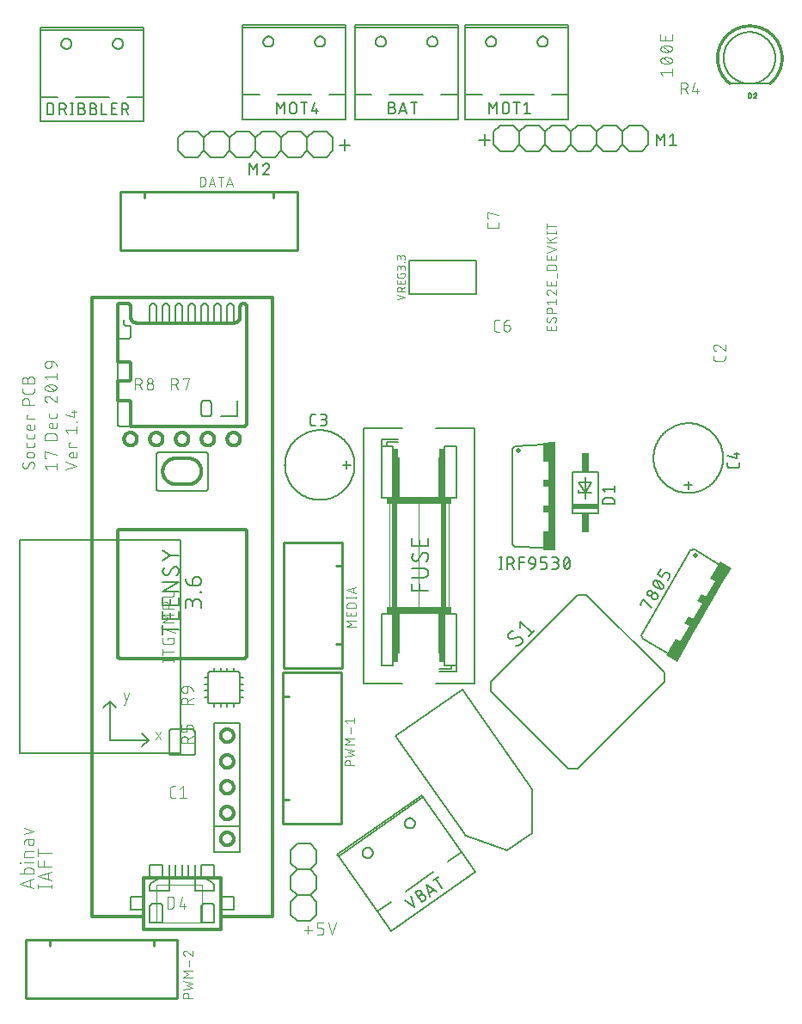
<source format=gbr>
G04 EAGLE Gerber RS-274X export*
G75*
%MOMM*%
%FSLAX34Y34*%
%LPD*%
%INSilkscreen Top*%
%IPPOS*%
%AMOC8*
5,1,8,0,0,1.08239X$1,22.5*%
G01*
%ADD10C,0.152400*%
%ADD11C,0.101600*%
%ADD12C,0.127000*%
%ADD13R,2.540000X0.508000*%
%ADD14R,0.762000X1.905000*%
%ADD15C,0.203200*%
%ADD16C,0.025400*%
%ADD17C,0.050800*%
%ADD18R,1.143000X0.635000*%
%ADD19R,4.064000X0.635000*%
%ADD20R,0.508000X10.160000*%
%ADD21R,0.127000X3.937000*%
%ADD22R,0.508000X4.826000*%
%ADD23C,0.177800*%
%ADD24C,0.508000*%
%ADD25R,1.905000X1.270000*%
%ADD26R,1.778000X0.762000*%
%ADD27R,0.762000X1.270000*%
%ADD28C,0.254000*%
%ADD29R,0.762000X10.668000*%
%ADD30R,0.508000X1.905000*%
%ADD31R,0.508000X0.762000*%
%ADD32C,0.304800*%
%ADD33C,0.076200*%


D10*
X317762Y870084D02*
X328599Y870084D01*
X323181Y864665D02*
X323181Y875502D01*
X455762Y875084D02*
X466599Y875084D01*
X461181Y869665D02*
X461181Y880502D01*
D11*
X17492Y555403D02*
X17490Y555502D01*
X17484Y555602D01*
X17475Y555701D01*
X17462Y555799D01*
X17445Y555897D01*
X17424Y555995D01*
X17399Y556091D01*
X17371Y556186D01*
X17339Y556280D01*
X17304Y556373D01*
X17265Y556465D01*
X17222Y556555D01*
X17177Y556643D01*
X17127Y556730D01*
X17075Y556814D01*
X17019Y556897D01*
X16961Y556977D01*
X16899Y557055D01*
X16834Y557130D01*
X16766Y557203D01*
X16696Y557273D01*
X16623Y557341D01*
X16548Y557406D01*
X16470Y557468D01*
X16390Y557526D01*
X16307Y557582D01*
X16223Y557634D01*
X16136Y557684D01*
X16048Y557729D01*
X15958Y557772D01*
X15866Y557811D01*
X15773Y557846D01*
X15679Y557878D01*
X15584Y557906D01*
X15488Y557931D01*
X15390Y557952D01*
X15292Y557969D01*
X15194Y557982D01*
X15095Y557991D01*
X14995Y557997D01*
X14896Y557999D01*
X17492Y555403D02*
X17490Y555259D01*
X17484Y555114D01*
X17475Y554970D01*
X17462Y554827D01*
X17445Y554683D01*
X17424Y554540D01*
X17399Y554398D01*
X17371Y554257D01*
X17339Y554116D01*
X17303Y553976D01*
X17264Y553837D01*
X17221Y553699D01*
X17174Y553563D01*
X17124Y553427D01*
X17070Y553293D01*
X17013Y553161D01*
X16952Y553030D01*
X16888Y552901D01*
X16820Y552773D01*
X16750Y552647D01*
X16675Y552523D01*
X16598Y552402D01*
X16517Y552282D01*
X16434Y552164D01*
X16347Y552049D01*
X16257Y551936D01*
X16164Y551825D01*
X16069Y551717D01*
X15970Y551611D01*
X15869Y551508D01*
X8404Y551833D02*
X8305Y551835D01*
X8205Y551841D01*
X8106Y551850D01*
X8008Y551863D01*
X7910Y551880D01*
X7812Y551901D01*
X7716Y551926D01*
X7621Y551954D01*
X7527Y551986D01*
X7434Y552021D01*
X7342Y552060D01*
X7252Y552103D01*
X7164Y552148D01*
X7077Y552198D01*
X6993Y552250D01*
X6910Y552306D01*
X6830Y552364D01*
X6752Y552426D01*
X6677Y552491D01*
X6604Y552559D01*
X6534Y552629D01*
X6466Y552702D01*
X6401Y552777D01*
X6339Y552855D01*
X6281Y552935D01*
X6225Y553018D01*
X6173Y553102D01*
X6123Y553189D01*
X6078Y553277D01*
X6035Y553367D01*
X5996Y553459D01*
X5961Y553552D01*
X5929Y553646D01*
X5901Y553741D01*
X5876Y553837D01*
X5855Y553935D01*
X5838Y554033D01*
X5825Y554131D01*
X5816Y554230D01*
X5810Y554330D01*
X5808Y554429D01*
X5810Y554565D01*
X5816Y554701D01*
X5825Y554837D01*
X5838Y554973D01*
X5856Y555108D01*
X5876Y555242D01*
X5901Y555376D01*
X5929Y555510D01*
X5962Y555642D01*
X5997Y555773D01*
X6037Y555904D01*
X6080Y556033D01*
X6126Y556161D01*
X6177Y556287D01*
X6230Y556413D01*
X6288Y556536D01*
X6348Y556658D01*
X6412Y556778D01*
X6480Y556897D01*
X6550Y557013D01*
X6624Y557127D01*
X6701Y557240D01*
X6782Y557350D01*
X10676Y553131D02*
X10623Y553045D01*
X10566Y552961D01*
X10507Y552879D01*
X10444Y552799D01*
X10378Y552722D01*
X10310Y552647D01*
X10238Y552575D01*
X10164Y552506D01*
X10087Y552440D01*
X10008Y552377D01*
X9926Y552317D01*
X9842Y552260D01*
X9756Y552206D01*
X9668Y552156D01*
X9578Y552109D01*
X9487Y552065D01*
X9393Y552026D01*
X9299Y551989D01*
X9203Y551957D01*
X9105Y551928D01*
X9007Y551903D01*
X8908Y551882D01*
X8808Y551864D01*
X8708Y551851D01*
X8607Y551841D01*
X8505Y551835D01*
X8404Y551833D01*
X12624Y556701D02*
X12677Y556787D01*
X12734Y556871D01*
X12793Y556953D01*
X12856Y557033D01*
X12922Y557110D01*
X12990Y557185D01*
X13062Y557257D01*
X13136Y557326D01*
X13213Y557392D01*
X13292Y557455D01*
X13374Y557515D01*
X13458Y557572D01*
X13544Y557626D01*
X13632Y557676D01*
X13722Y557723D01*
X13813Y557767D01*
X13907Y557806D01*
X14001Y557843D01*
X14097Y557875D01*
X14195Y557904D01*
X14293Y557929D01*
X14392Y557950D01*
X14492Y557968D01*
X14592Y557981D01*
X14693Y557991D01*
X14795Y557997D01*
X14896Y557999D01*
X12624Y556701D02*
X10676Y553131D01*
X12299Y562444D02*
X14896Y562444D01*
X12299Y562445D02*
X12198Y562447D01*
X12098Y562453D01*
X11998Y562463D01*
X11898Y562476D01*
X11799Y562494D01*
X11700Y562515D01*
X11603Y562540D01*
X11506Y562569D01*
X11411Y562602D01*
X11317Y562638D01*
X11225Y562678D01*
X11134Y562721D01*
X11045Y562768D01*
X10958Y562818D01*
X10872Y562872D01*
X10789Y562929D01*
X10709Y562989D01*
X10630Y563052D01*
X10554Y563119D01*
X10481Y563188D01*
X10411Y563260D01*
X10343Y563334D01*
X10278Y563411D01*
X10217Y563491D01*
X10158Y563573D01*
X10103Y563657D01*
X10051Y563743D01*
X10002Y563831D01*
X9957Y563921D01*
X9915Y564013D01*
X9877Y564106D01*
X9843Y564201D01*
X9812Y564296D01*
X9785Y564393D01*
X9762Y564491D01*
X9742Y564590D01*
X9727Y564690D01*
X9715Y564790D01*
X9707Y564890D01*
X9703Y564991D01*
X9703Y565091D01*
X9707Y565192D01*
X9715Y565292D01*
X9727Y565392D01*
X9742Y565492D01*
X9762Y565591D01*
X9785Y565689D01*
X9812Y565786D01*
X9843Y565881D01*
X9877Y565976D01*
X9915Y566069D01*
X9957Y566161D01*
X10002Y566251D01*
X10051Y566339D01*
X10103Y566425D01*
X10158Y566509D01*
X10217Y566591D01*
X10278Y566671D01*
X10343Y566748D01*
X10411Y566822D01*
X10481Y566894D01*
X10554Y566963D01*
X10630Y567030D01*
X10709Y567093D01*
X10789Y567153D01*
X10872Y567210D01*
X10958Y567264D01*
X11045Y567314D01*
X11134Y567361D01*
X11225Y567404D01*
X11317Y567444D01*
X11411Y567480D01*
X11506Y567513D01*
X11603Y567542D01*
X11700Y567567D01*
X11799Y567588D01*
X11898Y567606D01*
X11998Y567619D01*
X12098Y567629D01*
X12198Y567635D01*
X12299Y567637D01*
X14896Y567637D01*
X14997Y567635D01*
X15097Y567629D01*
X15197Y567619D01*
X15297Y567606D01*
X15396Y567588D01*
X15495Y567567D01*
X15592Y567542D01*
X15689Y567513D01*
X15784Y567480D01*
X15878Y567444D01*
X15970Y567404D01*
X16061Y567361D01*
X16150Y567314D01*
X16237Y567264D01*
X16323Y567210D01*
X16406Y567153D01*
X16486Y567093D01*
X16565Y567030D01*
X16641Y566963D01*
X16714Y566894D01*
X16784Y566822D01*
X16852Y566748D01*
X16917Y566671D01*
X16978Y566591D01*
X17037Y566509D01*
X17092Y566425D01*
X17144Y566339D01*
X17193Y566251D01*
X17238Y566161D01*
X17280Y566069D01*
X17318Y565976D01*
X17352Y565881D01*
X17383Y565786D01*
X17410Y565689D01*
X17433Y565591D01*
X17453Y565492D01*
X17468Y565392D01*
X17480Y565292D01*
X17488Y565192D01*
X17492Y565091D01*
X17492Y564991D01*
X17488Y564890D01*
X17480Y564790D01*
X17468Y564690D01*
X17453Y564590D01*
X17433Y564491D01*
X17410Y564393D01*
X17383Y564296D01*
X17352Y564201D01*
X17318Y564106D01*
X17280Y564013D01*
X17238Y563921D01*
X17193Y563831D01*
X17144Y563743D01*
X17092Y563657D01*
X17037Y563573D01*
X16978Y563491D01*
X16917Y563411D01*
X16852Y563334D01*
X16784Y563260D01*
X16714Y563188D01*
X16641Y563119D01*
X16565Y563052D01*
X16486Y562989D01*
X16406Y562929D01*
X16323Y562872D01*
X16237Y562818D01*
X16150Y562768D01*
X16061Y562721D01*
X15970Y562678D01*
X15878Y562638D01*
X15784Y562602D01*
X15689Y562569D01*
X15592Y562540D01*
X15495Y562515D01*
X15396Y562494D01*
X15297Y562476D01*
X15197Y562463D01*
X15097Y562453D01*
X14997Y562447D01*
X14896Y562445D01*
X17492Y574311D02*
X17492Y576907D01*
X17492Y574311D02*
X17490Y574224D01*
X17484Y574136D01*
X17474Y574050D01*
X17461Y573963D01*
X17443Y573878D01*
X17422Y573793D01*
X17397Y573709D01*
X17368Y573627D01*
X17335Y573546D01*
X17299Y573466D01*
X17260Y573388D01*
X17216Y573312D01*
X17170Y573238D01*
X17120Y573167D01*
X17067Y573097D01*
X17011Y573030D01*
X16952Y572966D01*
X16890Y572904D01*
X16826Y572845D01*
X16759Y572789D01*
X16689Y572736D01*
X16618Y572686D01*
X16544Y572640D01*
X16468Y572596D01*
X16390Y572557D01*
X16310Y572521D01*
X16229Y572488D01*
X16147Y572459D01*
X16063Y572434D01*
X15978Y572413D01*
X15893Y572395D01*
X15806Y572382D01*
X15720Y572372D01*
X15632Y572366D01*
X15545Y572364D01*
X15545Y572363D02*
X11650Y572363D01*
X11650Y572364D02*
X11563Y572366D01*
X11475Y572372D01*
X11389Y572382D01*
X11302Y572395D01*
X11217Y572413D01*
X11132Y572434D01*
X11048Y572459D01*
X10966Y572488D01*
X10885Y572521D01*
X10805Y572557D01*
X10727Y572596D01*
X10651Y572640D01*
X10577Y572686D01*
X10506Y572736D01*
X10436Y572789D01*
X10369Y572845D01*
X10305Y572904D01*
X10243Y572966D01*
X10184Y573030D01*
X10128Y573097D01*
X10075Y573167D01*
X10025Y573238D01*
X9979Y573312D01*
X9935Y573388D01*
X9896Y573466D01*
X9860Y573546D01*
X9827Y573627D01*
X9798Y573709D01*
X9773Y573793D01*
X9752Y573878D01*
X9734Y573963D01*
X9721Y574050D01*
X9711Y574136D01*
X9705Y574224D01*
X9703Y574311D01*
X9703Y576907D01*
X17492Y583074D02*
X17492Y585670D01*
X17492Y583074D02*
X17490Y582987D01*
X17484Y582899D01*
X17474Y582813D01*
X17461Y582726D01*
X17443Y582641D01*
X17422Y582556D01*
X17397Y582472D01*
X17368Y582390D01*
X17335Y582309D01*
X17299Y582229D01*
X17260Y582151D01*
X17216Y582075D01*
X17170Y582001D01*
X17120Y581930D01*
X17067Y581860D01*
X17011Y581793D01*
X16952Y581729D01*
X16890Y581667D01*
X16826Y581608D01*
X16759Y581552D01*
X16689Y581499D01*
X16618Y581449D01*
X16544Y581403D01*
X16468Y581359D01*
X16390Y581320D01*
X16310Y581284D01*
X16229Y581251D01*
X16147Y581222D01*
X16063Y581197D01*
X15978Y581176D01*
X15893Y581158D01*
X15806Y581145D01*
X15720Y581135D01*
X15632Y581129D01*
X15545Y581127D01*
X15545Y581126D02*
X11650Y581126D01*
X11650Y581127D02*
X11563Y581129D01*
X11475Y581135D01*
X11389Y581145D01*
X11302Y581158D01*
X11217Y581176D01*
X11132Y581197D01*
X11048Y581222D01*
X10966Y581251D01*
X10885Y581284D01*
X10805Y581320D01*
X10727Y581359D01*
X10651Y581403D01*
X10577Y581449D01*
X10506Y581499D01*
X10436Y581552D01*
X10369Y581608D01*
X10305Y581667D01*
X10243Y581729D01*
X10184Y581793D01*
X10128Y581860D01*
X10075Y581930D01*
X10025Y582001D01*
X9979Y582075D01*
X9935Y582151D01*
X9896Y582229D01*
X9860Y582309D01*
X9827Y582390D01*
X9798Y582472D01*
X9773Y582556D01*
X9752Y582641D01*
X9734Y582726D01*
X9721Y582813D01*
X9711Y582899D01*
X9705Y582987D01*
X9703Y583074D01*
X9703Y585670D01*
X17492Y591823D02*
X17492Y595069D01*
X17492Y591823D02*
X17490Y591736D01*
X17484Y591648D01*
X17474Y591562D01*
X17461Y591475D01*
X17443Y591390D01*
X17422Y591305D01*
X17397Y591221D01*
X17368Y591139D01*
X17335Y591058D01*
X17299Y590978D01*
X17260Y590900D01*
X17216Y590824D01*
X17170Y590750D01*
X17120Y590679D01*
X17067Y590609D01*
X17011Y590542D01*
X16952Y590478D01*
X16890Y590416D01*
X16826Y590357D01*
X16759Y590301D01*
X16689Y590248D01*
X16618Y590198D01*
X16544Y590152D01*
X16468Y590108D01*
X16390Y590069D01*
X16310Y590033D01*
X16229Y590000D01*
X16147Y589971D01*
X16063Y589946D01*
X15978Y589925D01*
X15893Y589907D01*
X15806Y589894D01*
X15720Y589884D01*
X15632Y589878D01*
X15545Y589876D01*
X12299Y589876D01*
X12198Y589878D01*
X12098Y589884D01*
X11998Y589894D01*
X11898Y589907D01*
X11799Y589925D01*
X11700Y589946D01*
X11603Y589971D01*
X11506Y590000D01*
X11411Y590033D01*
X11317Y590069D01*
X11225Y590109D01*
X11134Y590152D01*
X11045Y590199D01*
X10958Y590249D01*
X10872Y590303D01*
X10789Y590360D01*
X10709Y590420D01*
X10630Y590483D01*
X10554Y590550D01*
X10481Y590619D01*
X10411Y590691D01*
X10343Y590765D01*
X10278Y590842D01*
X10217Y590922D01*
X10158Y591004D01*
X10103Y591088D01*
X10051Y591174D01*
X10002Y591262D01*
X9957Y591352D01*
X9915Y591444D01*
X9877Y591537D01*
X9843Y591632D01*
X9812Y591727D01*
X9785Y591824D01*
X9762Y591922D01*
X9742Y592021D01*
X9727Y592121D01*
X9715Y592221D01*
X9707Y592321D01*
X9703Y592422D01*
X9703Y592522D01*
X9707Y592623D01*
X9715Y592723D01*
X9727Y592823D01*
X9742Y592923D01*
X9762Y593022D01*
X9785Y593120D01*
X9812Y593217D01*
X9843Y593312D01*
X9877Y593407D01*
X9915Y593500D01*
X9957Y593592D01*
X10002Y593682D01*
X10051Y593770D01*
X10103Y593856D01*
X10158Y593940D01*
X10217Y594022D01*
X10278Y594102D01*
X10343Y594179D01*
X10411Y594253D01*
X10481Y594325D01*
X10554Y594394D01*
X10630Y594461D01*
X10709Y594524D01*
X10789Y594584D01*
X10872Y594641D01*
X10958Y594695D01*
X11045Y594745D01*
X11134Y594792D01*
X11225Y594835D01*
X11317Y594875D01*
X11411Y594911D01*
X11506Y594944D01*
X11603Y594973D01*
X11700Y594998D01*
X11799Y595019D01*
X11898Y595037D01*
X11998Y595050D01*
X12098Y595060D01*
X12198Y595066D01*
X12299Y595068D01*
X12299Y595069D02*
X13597Y595069D01*
X13597Y589876D01*
X17492Y600229D02*
X9703Y600229D01*
X9703Y604124D01*
X11001Y604124D01*
X5808Y614542D02*
X17492Y614542D01*
X5808Y614542D02*
X5808Y617788D01*
X5810Y617901D01*
X5816Y618014D01*
X5826Y618127D01*
X5840Y618240D01*
X5857Y618352D01*
X5879Y618463D01*
X5904Y618573D01*
X5934Y618683D01*
X5967Y618791D01*
X6004Y618898D01*
X6044Y619004D01*
X6089Y619108D01*
X6137Y619211D01*
X6188Y619312D01*
X6243Y619411D01*
X6301Y619508D01*
X6363Y619603D01*
X6428Y619696D01*
X6496Y619786D01*
X6567Y619874D01*
X6642Y619960D01*
X6719Y620043D01*
X6799Y620123D01*
X6882Y620200D01*
X6968Y620275D01*
X7056Y620346D01*
X7146Y620414D01*
X7239Y620479D01*
X7334Y620541D01*
X7431Y620599D01*
X7530Y620654D01*
X7631Y620705D01*
X7734Y620753D01*
X7838Y620798D01*
X7944Y620838D01*
X8051Y620875D01*
X8159Y620908D01*
X8269Y620938D01*
X8379Y620963D01*
X8490Y620985D01*
X8602Y621002D01*
X8715Y621016D01*
X8828Y621026D01*
X8941Y621032D01*
X9054Y621034D01*
X9167Y621032D01*
X9280Y621026D01*
X9393Y621016D01*
X9506Y621002D01*
X9618Y620985D01*
X9729Y620963D01*
X9839Y620938D01*
X9949Y620908D01*
X10057Y620875D01*
X10164Y620838D01*
X10270Y620798D01*
X10374Y620753D01*
X10477Y620705D01*
X10578Y620654D01*
X10677Y620599D01*
X10774Y620541D01*
X10869Y620479D01*
X10962Y620414D01*
X11052Y620346D01*
X11140Y620275D01*
X11226Y620200D01*
X11309Y620123D01*
X11389Y620043D01*
X11466Y619960D01*
X11541Y619874D01*
X11612Y619786D01*
X11680Y619696D01*
X11745Y619603D01*
X11807Y619508D01*
X11865Y619411D01*
X11920Y619312D01*
X11971Y619211D01*
X12019Y619108D01*
X12064Y619004D01*
X12104Y618898D01*
X12141Y618791D01*
X12174Y618683D01*
X12204Y618573D01*
X12229Y618463D01*
X12251Y618352D01*
X12268Y618240D01*
X12282Y618127D01*
X12292Y618014D01*
X12298Y617901D01*
X12300Y617788D01*
X12299Y617788D02*
X12299Y614542D01*
X17492Y627985D02*
X17492Y630582D01*
X17492Y627985D02*
X17490Y627886D01*
X17484Y627786D01*
X17475Y627687D01*
X17462Y627589D01*
X17445Y627491D01*
X17424Y627393D01*
X17399Y627297D01*
X17371Y627202D01*
X17339Y627108D01*
X17304Y627015D01*
X17265Y626923D01*
X17222Y626833D01*
X17177Y626745D01*
X17127Y626658D01*
X17075Y626574D01*
X17019Y626491D01*
X16961Y626411D01*
X16899Y626333D01*
X16834Y626258D01*
X16766Y626185D01*
X16696Y626115D01*
X16623Y626047D01*
X16548Y625982D01*
X16470Y625920D01*
X16390Y625862D01*
X16307Y625806D01*
X16223Y625754D01*
X16136Y625704D01*
X16048Y625659D01*
X15958Y625616D01*
X15866Y625577D01*
X15773Y625542D01*
X15679Y625510D01*
X15584Y625482D01*
X15488Y625457D01*
X15390Y625436D01*
X15292Y625419D01*
X15194Y625406D01*
X15095Y625397D01*
X14995Y625391D01*
X14896Y625389D01*
X8404Y625389D01*
X8404Y625388D02*
X8305Y625390D01*
X8205Y625396D01*
X8106Y625405D01*
X8008Y625418D01*
X7910Y625436D01*
X7812Y625456D01*
X7716Y625481D01*
X7620Y625509D01*
X7526Y625541D01*
X7433Y625576D01*
X7342Y625615D01*
X7252Y625658D01*
X7163Y625703D01*
X7077Y625753D01*
X6992Y625805D01*
X6910Y625861D01*
X6830Y625920D01*
X6752Y625981D01*
X6676Y626046D01*
X6603Y626114D01*
X6533Y626184D01*
X6465Y626257D01*
X6400Y626333D01*
X6339Y626411D01*
X6280Y626491D01*
X6224Y626573D01*
X6172Y626658D01*
X6123Y626744D01*
X6077Y626833D01*
X6034Y626923D01*
X5995Y627014D01*
X5960Y627107D01*
X5928Y627201D01*
X5900Y627297D01*
X5875Y627393D01*
X5855Y627491D01*
X5837Y627589D01*
X5824Y627687D01*
X5815Y627786D01*
X5809Y627885D01*
X5807Y627985D01*
X5808Y627985D02*
X5808Y630582D01*
X11001Y635497D02*
X11001Y638743D01*
X11000Y638743D02*
X11002Y638856D01*
X11008Y638969D01*
X11018Y639082D01*
X11032Y639195D01*
X11049Y639307D01*
X11071Y639418D01*
X11096Y639528D01*
X11126Y639638D01*
X11159Y639746D01*
X11196Y639853D01*
X11236Y639959D01*
X11281Y640063D01*
X11329Y640166D01*
X11380Y640267D01*
X11435Y640366D01*
X11493Y640463D01*
X11555Y640558D01*
X11620Y640651D01*
X11688Y640741D01*
X11759Y640829D01*
X11834Y640915D01*
X11911Y640998D01*
X11991Y641078D01*
X12074Y641155D01*
X12160Y641230D01*
X12248Y641301D01*
X12338Y641369D01*
X12431Y641434D01*
X12526Y641496D01*
X12623Y641554D01*
X12722Y641609D01*
X12823Y641660D01*
X12926Y641708D01*
X13030Y641753D01*
X13136Y641793D01*
X13243Y641830D01*
X13351Y641863D01*
X13461Y641893D01*
X13571Y641918D01*
X13682Y641940D01*
X13794Y641957D01*
X13907Y641971D01*
X14020Y641981D01*
X14133Y641987D01*
X14246Y641989D01*
X14359Y641987D01*
X14472Y641981D01*
X14585Y641971D01*
X14698Y641957D01*
X14810Y641940D01*
X14921Y641918D01*
X15031Y641893D01*
X15141Y641863D01*
X15249Y641830D01*
X15356Y641793D01*
X15462Y641753D01*
X15566Y641708D01*
X15669Y641660D01*
X15770Y641609D01*
X15869Y641554D01*
X15966Y641496D01*
X16061Y641434D01*
X16154Y641369D01*
X16244Y641301D01*
X16332Y641230D01*
X16418Y641155D01*
X16501Y641078D01*
X16581Y640998D01*
X16658Y640915D01*
X16733Y640829D01*
X16804Y640741D01*
X16872Y640651D01*
X16937Y640558D01*
X16999Y640463D01*
X17057Y640366D01*
X17112Y640267D01*
X17163Y640166D01*
X17211Y640063D01*
X17256Y639959D01*
X17296Y639853D01*
X17333Y639746D01*
X17366Y639638D01*
X17396Y639528D01*
X17421Y639418D01*
X17443Y639307D01*
X17460Y639195D01*
X17474Y639082D01*
X17484Y638969D01*
X17490Y638856D01*
X17492Y638743D01*
X17492Y635497D01*
X5808Y635497D01*
X5808Y638743D01*
X5810Y638844D01*
X5816Y638944D01*
X5826Y639044D01*
X5839Y639144D01*
X5857Y639243D01*
X5878Y639342D01*
X5903Y639439D01*
X5932Y639536D01*
X5965Y639631D01*
X6001Y639725D01*
X6041Y639817D01*
X6084Y639908D01*
X6131Y639997D01*
X6181Y640084D01*
X6235Y640170D01*
X6292Y640253D01*
X6352Y640333D01*
X6415Y640412D01*
X6482Y640488D01*
X6551Y640561D01*
X6623Y640631D01*
X6697Y640699D01*
X6774Y640764D01*
X6854Y640825D01*
X6936Y640884D01*
X7020Y640939D01*
X7106Y640991D01*
X7194Y641040D01*
X7284Y641085D01*
X7376Y641127D01*
X7469Y641165D01*
X7564Y641199D01*
X7659Y641230D01*
X7756Y641257D01*
X7854Y641280D01*
X7953Y641300D01*
X8053Y641315D01*
X8153Y641327D01*
X8253Y641335D01*
X8354Y641339D01*
X8454Y641339D01*
X8555Y641335D01*
X8655Y641327D01*
X8755Y641315D01*
X8855Y641300D01*
X8954Y641280D01*
X9052Y641257D01*
X9149Y641230D01*
X9244Y641199D01*
X9339Y641165D01*
X9432Y641127D01*
X9524Y641085D01*
X9614Y641040D01*
X9702Y640991D01*
X9788Y640939D01*
X9872Y640884D01*
X9954Y640825D01*
X10034Y640764D01*
X10111Y640699D01*
X10185Y640631D01*
X10257Y640561D01*
X10326Y640488D01*
X10393Y640412D01*
X10456Y640333D01*
X10516Y640253D01*
X10573Y640170D01*
X10627Y640084D01*
X10677Y639997D01*
X10724Y639908D01*
X10767Y639817D01*
X10807Y639725D01*
X10843Y639631D01*
X10876Y639536D01*
X10905Y639439D01*
X10930Y639342D01*
X10951Y639243D01*
X10969Y639144D01*
X10982Y639044D01*
X10992Y638944D01*
X10998Y638844D01*
X11000Y638743D01*
X27808Y553754D02*
X30404Y550508D01*
X27808Y553754D02*
X39492Y553754D01*
X39492Y556999D02*
X39492Y550508D01*
X29106Y561938D02*
X27808Y561938D01*
X27808Y568429D01*
X39492Y565184D01*
X39492Y579845D02*
X27808Y579845D01*
X27808Y583090D01*
X27810Y583203D01*
X27816Y583316D01*
X27826Y583429D01*
X27840Y583542D01*
X27857Y583654D01*
X27879Y583765D01*
X27904Y583875D01*
X27934Y583985D01*
X27967Y584093D01*
X28004Y584200D01*
X28044Y584306D01*
X28089Y584410D01*
X28137Y584513D01*
X28188Y584614D01*
X28243Y584713D01*
X28301Y584810D01*
X28363Y584905D01*
X28428Y584998D01*
X28496Y585088D01*
X28567Y585176D01*
X28642Y585262D01*
X28719Y585345D01*
X28799Y585425D01*
X28882Y585502D01*
X28968Y585577D01*
X29056Y585648D01*
X29146Y585716D01*
X29239Y585781D01*
X29334Y585843D01*
X29431Y585901D01*
X29530Y585956D01*
X29631Y586007D01*
X29734Y586055D01*
X29838Y586100D01*
X29944Y586140D01*
X30051Y586177D01*
X30159Y586210D01*
X30269Y586240D01*
X30379Y586265D01*
X30490Y586287D01*
X30602Y586304D01*
X30715Y586318D01*
X30828Y586328D01*
X30941Y586334D01*
X31054Y586336D01*
X36246Y586336D01*
X36246Y586337D02*
X36359Y586335D01*
X36472Y586329D01*
X36585Y586319D01*
X36698Y586305D01*
X36810Y586288D01*
X36921Y586266D01*
X37031Y586241D01*
X37141Y586211D01*
X37249Y586178D01*
X37356Y586141D01*
X37462Y586101D01*
X37566Y586056D01*
X37669Y586008D01*
X37770Y585957D01*
X37869Y585902D01*
X37966Y585844D01*
X38061Y585782D01*
X38154Y585717D01*
X38244Y585649D01*
X38332Y585578D01*
X38418Y585503D01*
X38501Y585426D01*
X38581Y585346D01*
X38658Y585263D01*
X38733Y585177D01*
X38804Y585089D01*
X38872Y584999D01*
X38937Y584906D01*
X38999Y584811D01*
X39057Y584714D01*
X39112Y584615D01*
X39163Y584514D01*
X39211Y584411D01*
X39256Y584307D01*
X39296Y584201D01*
X39333Y584094D01*
X39366Y583986D01*
X39396Y583876D01*
X39421Y583766D01*
X39443Y583655D01*
X39460Y583543D01*
X39474Y583430D01*
X39484Y583317D01*
X39490Y583204D01*
X39492Y583091D01*
X39492Y583090D02*
X39492Y579845D01*
X39492Y593490D02*
X39492Y596736D01*
X39492Y593490D02*
X39490Y593403D01*
X39484Y593315D01*
X39474Y593229D01*
X39461Y593142D01*
X39443Y593057D01*
X39422Y592972D01*
X39397Y592888D01*
X39368Y592806D01*
X39335Y592725D01*
X39299Y592645D01*
X39260Y592567D01*
X39216Y592491D01*
X39170Y592417D01*
X39120Y592346D01*
X39067Y592276D01*
X39011Y592209D01*
X38952Y592145D01*
X38890Y592083D01*
X38826Y592024D01*
X38759Y591968D01*
X38689Y591915D01*
X38618Y591865D01*
X38544Y591819D01*
X38468Y591775D01*
X38390Y591736D01*
X38310Y591700D01*
X38229Y591667D01*
X38147Y591638D01*
X38063Y591613D01*
X37978Y591592D01*
X37893Y591574D01*
X37806Y591561D01*
X37720Y591551D01*
X37632Y591545D01*
X37545Y591543D01*
X34299Y591543D01*
X34198Y591545D01*
X34098Y591551D01*
X33998Y591561D01*
X33898Y591574D01*
X33799Y591592D01*
X33700Y591613D01*
X33603Y591638D01*
X33506Y591667D01*
X33411Y591700D01*
X33317Y591736D01*
X33225Y591776D01*
X33134Y591819D01*
X33045Y591866D01*
X32958Y591916D01*
X32872Y591970D01*
X32789Y592027D01*
X32709Y592087D01*
X32630Y592150D01*
X32554Y592217D01*
X32481Y592286D01*
X32411Y592358D01*
X32343Y592432D01*
X32278Y592509D01*
X32217Y592589D01*
X32158Y592671D01*
X32103Y592755D01*
X32051Y592841D01*
X32002Y592929D01*
X31957Y593019D01*
X31915Y593111D01*
X31877Y593204D01*
X31843Y593299D01*
X31812Y593394D01*
X31785Y593491D01*
X31762Y593589D01*
X31742Y593688D01*
X31727Y593788D01*
X31715Y593888D01*
X31707Y593988D01*
X31703Y594089D01*
X31703Y594189D01*
X31707Y594290D01*
X31715Y594390D01*
X31727Y594490D01*
X31742Y594590D01*
X31762Y594689D01*
X31785Y594787D01*
X31812Y594884D01*
X31843Y594979D01*
X31877Y595074D01*
X31915Y595167D01*
X31957Y595259D01*
X32002Y595349D01*
X32051Y595437D01*
X32103Y595523D01*
X32158Y595607D01*
X32217Y595689D01*
X32278Y595769D01*
X32343Y595846D01*
X32411Y595920D01*
X32481Y595992D01*
X32554Y596061D01*
X32630Y596128D01*
X32709Y596191D01*
X32789Y596251D01*
X32872Y596308D01*
X32958Y596362D01*
X33045Y596412D01*
X33134Y596459D01*
X33225Y596502D01*
X33317Y596542D01*
X33411Y596578D01*
X33506Y596611D01*
X33603Y596640D01*
X33700Y596665D01*
X33799Y596686D01*
X33898Y596704D01*
X33998Y596717D01*
X34098Y596727D01*
X34198Y596733D01*
X34299Y596735D01*
X34299Y596736D02*
X35597Y596736D01*
X35597Y591543D01*
X39492Y603410D02*
X39492Y606006D01*
X39492Y603410D02*
X39490Y603323D01*
X39484Y603235D01*
X39474Y603149D01*
X39461Y603062D01*
X39443Y602977D01*
X39422Y602892D01*
X39397Y602808D01*
X39368Y602726D01*
X39335Y602645D01*
X39299Y602565D01*
X39260Y602487D01*
X39216Y602411D01*
X39170Y602337D01*
X39120Y602266D01*
X39067Y602196D01*
X39011Y602129D01*
X38952Y602065D01*
X38890Y602003D01*
X38826Y601944D01*
X38759Y601888D01*
X38689Y601835D01*
X38618Y601785D01*
X38544Y601739D01*
X38468Y601695D01*
X38390Y601656D01*
X38310Y601620D01*
X38229Y601587D01*
X38147Y601558D01*
X38063Y601533D01*
X37978Y601512D01*
X37893Y601494D01*
X37806Y601481D01*
X37720Y601471D01*
X37632Y601465D01*
X37545Y601463D01*
X37545Y601462D02*
X33650Y601462D01*
X33650Y601463D02*
X33563Y601465D01*
X33475Y601471D01*
X33389Y601481D01*
X33302Y601494D01*
X33217Y601512D01*
X33132Y601533D01*
X33048Y601558D01*
X32966Y601587D01*
X32885Y601620D01*
X32805Y601656D01*
X32727Y601695D01*
X32651Y601739D01*
X32577Y601785D01*
X32506Y601835D01*
X32436Y601888D01*
X32369Y601944D01*
X32305Y602003D01*
X32243Y602065D01*
X32184Y602129D01*
X32128Y602196D01*
X32075Y602266D01*
X32025Y602337D01*
X31979Y602411D01*
X31935Y602487D01*
X31896Y602565D01*
X31860Y602645D01*
X31827Y602726D01*
X31798Y602808D01*
X31773Y602892D01*
X31752Y602977D01*
X31734Y603062D01*
X31721Y603149D01*
X31711Y603235D01*
X31705Y603323D01*
X31703Y603410D01*
X31703Y606006D01*
X27808Y619991D02*
X27810Y620098D01*
X27816Y620204D01*
X27826Y620310D01*
X27839Y620416D01*
X27857Y620522D01*
X27878Y620626D01*
X27903Y620730D01*
X27932Y620833D01*
X27964Y620934D01*
X28001Y621034D01*
X28041Y621133D01*
X28084Y621231D01*
X28131Y621327D01*
X28182Y621421D01*
X28236Y621513D01*
X28293Y621603D01*
X28353Y621691D01*
X28417Y621776D01*
X28484Y621859D01*
X28554Y621940D01*
X28626Y622018D01*
X28702Y622094D01*
X28780Y622166D01*
X28861Y622236D01*
X28944Y622303D01*
X29029Y622367D01*
X29117Y622427D01*
X29207Y622484D01*
X29299Y622538D01*
X29393Y622589D01*
X29489Y622636D01*
X29587Y622679D01*
X29686Y622719D01*
X29786Y622756D01*
X29887Y622788D01*
X29990Y622817D01*
X30094Y622842D01*
X30198Y622863D01*
X30304Y622881D01*
X30410Y622894D01*
X30516Y622904D01*
X30622Y622910D01*
X30729Y622912D01*
X27808Y619991D02*
X27810Y619870D01*
X27816Y619749D01*
X27826Y619629D01*
X27839Y619508D01*
X27857Y619389D01*
X27878Y619269D01*
X27903Y619151D01*
X27932Y619034D01*
X27965Y618917D01*
X28001Y618802D01*
X28042Y618688D01*
X28085Y618575D01*
X28133Y618463D01*
X28184Y618354D01*
X28239Y618246D01*
X28297Y618139D01*
X28358Y618035D01*
X28423Y617933D01*
X28491Y617833D01*
X28562Y617735D01*
X28636Y617639D01*
X28713Y617546D01*
X28794Y617456D01*
X28877Y617368D01*
X28963Y617283D01*
X29052Y617200D01*
X29143Y617121D01*
X29237Y617044D01*
X29333Y616971D01*
X29431Y616901D01*
X29532Y616834D01*
X29635Y616770D01*
X29740Y616710D01*
X29847Y616652D01*
X29955Y616599D01*
X30065Y616549D01*
X30177Y616503D01*
X30290Y616460D01*
X30405Y616421D01*
X33001Y621938D02*
X32923Y622017D01*
X32843Y622093D01*
X32760Y622166D01*
X32674Y622236D01*
X32587Y622303D01*
X32496Y622367D01*
X32404Y622427D01*
X32310Y622485D01*
X32213Y622539D01*
X32115Y622589D01*
X32015Y622636D01*
X31914Y622680D01*
X31811Y622720D01*
X31706Y622756D01*
X31601Y622788D01*
X31494Y622817D01*
X31387Y622842D01*
X31278Y622864D01*
X31169Y622881D01*
X31060Y622895D01*
X30950Y622904D01*
X30839Y622910D01*
X30729Y622912D01*
X33001Y621938D02*
X39492Y616421D01*
X39492Y622912D01*
X33650Y627850D02*
X33420Y627853D01*
X33190Y627861D01*
X32961Y627875D01*
X32732Y627894D01*
X32503Y627919D01*
X32275Y627949D01*
X32048Y627984D01*
X31822Y628025D01*
X31597Y628071D01*
X31373Y628123D01*
X31150Y628180D01*
X30929Y628242D01*
X30709Y628310D01*
X30491Y628383D01*
X30275Y628461D01*
X30061Y628544D01*
X29849Y628632D01*
X29638Y628725D01*
X29431Y628824D01*
X29341Y628857D01*
X29252Y628893D01*
X29164Y628933D01*
X29079Y628977D01*
X28995Y629024D01*
X28913Y629074D01*
X28833Y629128D01*
X28756Y629184D01*
X28680Y629244D01*
X28607Y629307D01*
X28537Y629372D01*
X28469Y629441D01*
X28405Y629512D01*
X28343Y629585D01*
X28284Y629661D01*
X28228Y629739D01*
X28175Y629820D01*
X28126Y629902D01*
X28080Y629986D01*
X28037Y630073D01*
X27998Y630160D01*
X27962Y630250D01*
X27930Y630340D01*
X27902Y630432D01*
X27877Y630525D01*
X27856Y630619D01*
X27839Y630713D01*
X27825Y630808D01*
X27816Y630904D01*
X27810Y631000D01*
X27808Y631096D01*
X27810Y631192D01*
X27816Y631288D01*
X27825Y631384D01*
X27839Y631479D01*
X27856Y631573D01*
X27877Y631667D01*
X27902Y631760D01*
X27930Y631852D01*
X27962Y631942D01*
X27998Y632032D01*
X28037Y632120D01*
X28080Y632206D01*
X28126Y632290D01*
X28175Y632372D01*
X28228Y632453D01*
X28284Y632531D01*
X28343Y632607D01*
X28405Y632680D01*
X28469Y632751D01*
X28537Y632820D01*
X28607Y632885D01*
X28680Y632948D01*
X28756Y633008D01*
X28833Y633064D01*
X28913Y633118D01*
X28995Y633168D01*
X29079Y633215D01*
X29164Y633259D01*
X29252Y633299D01*
X29341Y633335D01*
X29431Y633368D01*
X29638Y633467D01*
X29849Y633560D01*
X30061Y633648D01*
X30275Y633731D01*
X30491Y633809D01*
X30709Y633882D01*
X30929Y633950D01*
X31150Y634012D01*
X31373Y634069D01*
X31597Y634121D01*
X31822Y634167D01*
X32048Y634208D01*
X32275Y634243D01*
X32503Y634273D01*
X32732Y634298D01*
X32961Y634317D01*
X33190Y634331D01*
X33420Y634339D01*
X33650Y634342D01*
X33650Y627851D02*
X33880Y627854D01*
X34110Y627862D01*
X34339Y627876D01*
X34568Y627895D01*
X34797Y627920D01*
X35025Y627950D01*
X35252Y627985D01*
X35478Y628026D01*
X35703Y628072D01*
X35927Y628124D01*
X36150Y628181D01*
X36371Y628243D01*
X36591Y628311D01*
X36809Y628384D01*
X37025Y628462D01*
X37239Y628545D01*
X37451Y628633D01*
X37662Y628726D01*
X37869Y628825D01*
X37869Y628824D02*
X37959Y628857D01*
X38048Y628893D01*
X38136Y628934D01*
X38221Y628977D01*
X38305Y629024D01*
X38387Y629074D01*
X38467Y629128D01*
X38544Y629184D01*
X38620Y629244D01*
X38693Y629307D01*
X38763Y629372D01*
X38831Y629441D01*
X38895Y629512D01*
X38957Y629585D01*
X39016Y629661D01*
X39072Y629739D01*
X39125Y629820D01*
X39174Y629902D01*
X39220Y629986D01*
X39263Y630073D01*
X39302Y630160D01*
X39338Y630250D01*
X39370Y630340D01*
X39398Y630432D01*
X39423Y630525D01*
X39444Y630619D01*
X39461Y630713D01*
X39475Y630808D01*
X39484Y630904D01*
X39490Y631000D01*
X39492Y631096D01*
X37869Y633368D02*
X37662Y633467D01*
X37451Y633560D01*
X37239Y633648D01*
X37025Y633731D01*
X36809Y633809D01*
X36591Y633882D01*
X36371Y633950D01*
X36150Y634012D01*
X35927Y634069D01*
X35703Y634121D01*
X35478Y634167D01*
X35252Y634208D01*
X35025Y634243D01*
X34797Y634273D01*
X34568Y634298D01*
X34339Y634317D01*
X34110Y634331D01*
X33880Y634339D01*
X33650Y634342D01*
X37869Y633368D02*
X37959Y633335D01*
X38048Y633299D01*
X38136Y633259D01*
X38221Y633215D01*
X38305Y633168D01*
X38387Y633118D01*
X38467Y633064D01*
X38544Y633008D01*
X38620Y632948D01*
X38693Y632885D01*
X38763Y632820D01*
X38831Y632751D01*
X38895Y632680D01*
X38957Y632607D01*
X39016Y632531D01*
X39072Y632453D01*
X39125Y632372D01*
X39174Y632290D01*
X39220Y632206D01*
X39263Y632119D01*
X39302Y632032D01*
X39338Y631942D01*
X39370Y631852D01*
X39398Y631760D01*
X39423Y631667D01*
X39444Y631573D01*
X39461Y631479D01*
X39475Y631384D01*
X39484Y631288D01*
X39490Y631192D01*
X39492Y631096D01*
X36896Y628500D02*
X30404Y633693D01*
X30404Y639281D02*
X27808Y642526D01*
X39492Y642526D01*
X39492Y639281D02*
X39492Y645772D01*
X34299Y653307D02*
X34299Y657202D01*
X34299Y653307D02*
X34297Y653208D01*
X34291Y653108D01*
X34282Y653009D01*
X34269Y652911D01*
X34252Y652813D01*
X34231Y652715D01*
X34206Y652619D01*
X34178Y652524D01*
X34146Y652430D01*
X34111Y652337D01*
X34072Y652245D01*
X34029Y652155D01*
X33984Y652067D01*
X33934Y651980D01*
X33882Y651896D01*
X33826Y651813D01*
X33768Y651733D01*
X33706Y651655D01*
X33641Y651580D01*
X33573Y651507D01*
X33503Y651437D01*
X33430Y651369D01*
X33355Y651304D01*
X33277Y651242D01*
X33197Y651184D01*
X33114Y651128D01*
X33030Y651076D01*
X32943Y651026D01*
X32855Y650981D01*
X32765Y650938D01*
X32673Y650899D01*
X32580Y650864D01*
X32486Y650832D01*
X32391Y650804D01*
X32295Y650779D01*
X32197Y650758D01*
X32099Y650741D01*
X32001Y650728D01*
X31902Y650719D01*
X31802Y650713D01*
X31703Y650711D01*
X31054Y650711D01*
X31054Y650710D02*
X30941Y650712D01*
X30828Y650718D01*
X30715Y650728D01*
X30602Y650742D01*
X30490Y650759D01*
X30379Y650781D01*
X30269Y650806D01*
X30159Y650836D01*
X30051Y650869D01*
X29944Y650906D01*
X29838Y650946D01*
X29734Y650991D01*
X29631Y651039D01*
X29530Y651090D01*
X29431Y651145D01*
X29334Y651203D01*
X29239Y651265D01*
X29146Y651330D01*
X29056Y651398D01*
X28968Y651469D01*
X28882Y651544D01*
X28799Y651621D01*
X28719Y651701D01*
X28642Y651784D01*
X28567Y651870D01*
X28496Y651958D01*
X28428Y652048D01*
X28363Y652141D01*
X28301Y652236D01*
X28243Y652333D01*
X28188Y652432D01*
X28137Y652533D01*
X28089Y652636D01*
X28044Y652740D01*
X28004Y652846D01*
X27967Y652953D01*
X27934Y653061D01*
X27904Y653171D01*
X27879Y653281D01*
X27857Y653392D01*
X27840Y653504D01*
X27826Y653617D01*
X27816Y653730D01*
X27810Y653843D01*
X27808Y653956D01*
X27810Y654069D01*
X27816Y654182D01*
X27826Y654295D01*
X27840Y654408D01*
X27857Y654520D01*
X27879Y654631D01*
X27904Y654741D01*
X27934Y654851D01*
X27967Y654959D01*
X28004Y655066D01*
X28044Y655172D01*
X28089Y655276D01*
X28137Y655379D01*
X28188Y655480D01*
X28243Y655579D01*
X28301Y655676D01*
X28363Y655771D01*
X28428Y655864D01*
X28496Y655954D01*
X28567Y656042D01*
X28642Y656128D01*
X28719Y656211D01*
X28799Y656291D01*
X28882Y656368D01*
X28968Y656443D01*
X29056Y656514D01*
X29146Y656582D01*
X29239Y656647D01*
X29334Y656709D01*
X29431Y656767D01*
X29530Y656822D01*
X29631Y656873D01*
X29734Y656921D01*
X29838Y656966D01*
X29944Y657006D01*
X30051Y657043D01*
X30159Y657076D01*
X30269Y657106D01*
X30379Y657131D01*
X30490Y657153D01*
X30602Y657170D01*
X30715Y657184D01*
X30828Y657194D01*
X30941Y657200D01*
X31054Y657202D01*
X34299Y657202D01*
X34442Y657200D01*
X34585Y657194D01*
X34728Y657184D01*
X34870Y657170D01*
X35012Y657153D01*
X35154Y657131D01*
X35295Y657106D01*
X35435Y657076D01*
X35574Y657043D01*
X35712Y657006D01*
X35849Y656965D01*
X35985Y656921D01*
X36120Y656872D01*
X36253Y656820D01*
X36385Y656765D01*
X36515Y656705D01*
X36644Y656642D01*
X36771Y656576D01*
X36896Y656506D01*
X37018Y656433D01*
X37139Y656356D01*
X37258Y656276D01*
X37374Y656193D01*
X37489Y656107D01*
X37600Y656018D01*
X37710Y655925D01*
X37816Y655830D01*
X37920Y655731D01*
X38021Y655630D01*
X38120Y655526D01*
X38215Y655420D01*
X38308Y655310D01*
X38397Y655199D01*
X38483Y655084D01*
X38566Y654968D01*
X38646Y654849D01*
X38723Y654728D01*
X38796Y654606D01*
X38866Y654481D01*
X38932Y654354D01*
X38995Y654225D01*
X39055Y654095D01*
X39110Y653963D01*
X39162Y653830D01*
X39211Y653695D01*
X39255Y653559D01*
X39296Y653422D01*
X39333Y653284D01*
X39366Y653145D01*
X39396Y653005D01*
X39421Y652864D01*
X39443Y652722D01*
X39460Y652580D01*
X39474Y652438D01*
X39484Y652295D01*
X39490Y652152D01*
X39492Y652009D01*
X59492Y554403D02*
X47808Y550508D01*
X47808Y558297D02*
X59492Y554403D01*
X59492Y564422D02*
X59492Y567667D01*
X59492Y564422D02*
X59490Y564335D01*
X59484Y564247D01*
X59474Y564161D01*
X59461Y564074D01*
X59443Y563989D01*
X59422Y563904D01*
X59397Y563820D01*
X59368Y563738D01*
X59335Y563657D01*
X59299Y563577D01*
X59260Y563499D01*
X59216Y563423D01*
X59170Y563349D01*
X59120Y563278D01*
X59067Y563208D01*
X59011Y563141D01*
X58952Y563077D01*
X58890Y563015D01*
X58826Y562956D01*
X58759Y562900D01*
X58689Y562847D01*
X58618Y562797D01*
X58544Y562751D01*
X58468Y562707D01*
X58390Y562668D01*
X58310Y562632D01*
X58229Y562599D01*
X58147Y562570D01*
X58063Y562545D01*
X57978Y562524D01*
X57893Y562506D01*
X57806Y562493D01*
X57720Y562483D01*
X57632Y562477D01*
X57545Y562475D01*
X57545Y562474D02*
X54299Y562474D01*
X54299Y562475D02*
X54198Y562477D01*
X54098Y562483D01*
X53998Y562493D01*
X53898Y562506D01*
X53799Y562524D01*
X53700Y562545D01*
X53603Y562570D01*
X53506Y562599D01*
X53411Y562632D01*
X53317Y562668D01*
X53225Y562708D01*
X53134Y562751D01*
X53045Y562798D01*
X52958Y562848D01*
X52872Y562902D01*
X52789Y562959D01*
X52709Y563019D01*
X52630Y563082D01*
X52554Y563149D01*
X52481Y563218D01*
X52411Y563290D01*
X52343Y563364D01*
X52278Y563441D01*
X52217Y563521D01*
X52158Y563603D01*
X52103Y563687D01*
X52051Y563773D01*
X52002Y563861D01*
X51957Y563951D01*
X51915Y564043D01*
X51877Y564136D01*
X51843Y564231D01*
X51812Y564326D01*
X51785Y564423D01*
X51762Y564521D01*
X51742Y564620D01*
X51727Y564720D01*
X51715Y564820D01*
X51707Y564920D01*
X51703Y565021D01*
X51703Y565121D01*
X51707Y565222D01*
X51715Y565322D01*
X51727Y565422D01*
X51742Y565522D01*
X51762Y565621D01*
X51785Y565719D01*
X51812Y565816D01*
X51843Y565911D01*
X51877Y566006D01*
X51915Y566099D01*
X51957Y566191D01*
X52002Y566281D01*
X52051Y566369D01*
X52103Y566455D01*
X52158Y566539D01*
X52217Y566621D01*
X52278Y566701D01*
X52343Y566778D01*
X52411Y566852D01*
X52481Y566924D01*
X52554Y566993D01*
X52630Y567060D01*
X52709Y567123D01*
X52789Y567183D01*
X52872Y567240D01*
X52958Y567294D01*
X53045Y567344D01*
X53134Y567391D01*
X53225Y567434D01*
X53317Y567474D01*
X53411Y567510D01*
X53506Y567543D01*
X53603Y567572D01*
X53700Y567597D01*
X53799Y567618D01*
X53898Y567636D01*
X53998Y567649D01*
X54098Y567659D01*
X54198Y567665D01*
X54299Y567667D01*
X55597Y567667D01*
X55597Y562474D01*
X59492Y572828D02*
X51703Y572828D01*
X51703Y576722D01*
X53001Y576722D01*
X50404Y586590D02*
X47808Y589836D01*
X59492Y589836D01*
X59492Y593081D02*
X59492Y586590D01*
X59492Y597512D02*
X58843Y597512D01*
X58843Y598161D01*
X59492Y598161D01*
X59492Y597512D01*
X56896Y602592D02*
X47808Y605188D01*
X56896Y602592D02*
X56896Y609083D01*
X54299Y607136D02*
X59492Y607136D01*
X3284Y142911D02*
X16492Y138508D01*
X16492Y147313D02*
X3284Y142911D01*
X13190Y146213D02*
X13190Y139609D01*
X16492Y152413D02*
X3284Y152413D01*
X16492Y152413D02*
X16492Y156082D01*
X16490Y156173D01*
X16484Y156264D01*
X16475Y156354D01*
X16462Y156444D01*
X16445Y156534D01*
X16425Y156622D01*
X16400Y156710D01*
X16373Y156797D01*
X16341Y156882D01*
X16307Y156966D01*
X16268Y157049D01*
X16227Y157130D01*
X16182Y157209D01*
X16134Y157286D01*
X16082Y157361D01*
X16028Y157434D01*
X15971Y157505D01*
X15910Y157573D01*
X15847Y157638D01*
X15782Y157701D01*
X15714Y157762D01*
X15643Y157819D01*
X15570Y157873D01*
X15495Y157925D01*
X15418Y157973D01*
X15339Y158018D01*
X15258Y158059D01*
X15175Y158098D01*
X15091Y158132D01*
X15006Y158164D01*
X14919Y158191D01*
X14831Y158216D01*
X14743Y158236D01*
X14653Y158253D01*
X14563Y158266D01*
X14473Y158275D01*
X14382Y158281D01*
X14291Y158283D01*
X9888Y158283D01*
X9797Y158281D01*
X9706Y158275D01*
X9616Y158266D01*
X9526Y158253D01*
X9436Y158236D01*
X9348Y158216D01*
X9260Y158191D01*
X9173Y158164D01*
X9088Y158132D01*
X9004Y158098D01*
X8921Y158059D01*
X8840Y158018D01*
X8761Y157973D01*
X8684Y157925D01*
X8609Y157873D01*
X8536Y157819D01*
X8465Y157762D01*
X8397Y157701D01*
X8332Y157638D01*
X8269Y157573D01*
X8208Y157505D01*
X8151Y157434D01*
X8097Y157361D01*
X8045Y157286D01*
X7997Y157209D01*
X7952Y157130D01*
X7911Y157049D01*
X7872Y156966D01*
X7838Y156882D01*
X7806Y156797D01*
X7779Y156710D01*
X7754Y156622D01*
X7734Y156534D01*
X7717Y156444D01*
X7704Y156354D01*
X7695Y156264D01*
X7689Y156173D01*
X7687Y156082D01*
X7687Y152413D01*
X7687Y163393D02*
X16492Y163393D01*
X4018Y163026D02*
X3284Y163026D01*
X3284Y163760D01*
X4018Y163760D01*
X4018Y163026D01*
X7687Y168992D02*
X16492Y168992D01*
X7687Y168992D02*
X7687Y172661D01*
X7689Y172754D01*
X7695Y172848D01*
X7705Y172941D01*
X7719Y173033D01*
X7736Y173125D01*
X7758Y173216D01*
X7783Y173305D01*
X7813Y173394D01*
X7846Y173482D01*
X7882Y173568D01*
X7923Y173652D01*
X7966Y173734D01*
X8014Y173815D01*
X8064Y173893D01*
X8118Y173970D01*
X8176Y174044D01*
X8236Y174115D01*
X8299Y174184D01*
X8365Y174250D01*
X8434Y174313D01*
X8505Y174373D01*
X8579Y174431D01*
X8655Y174485D01*
X8734Y174535D01*
X8815Y174582D01*
X8897Y174626D01*
X8981Y174667D01*
X9067Y174703D01*
X9155Y174736D01*
X9243Y174766D01*
X9333Y174791D01*
X9424Y174813D01*
X9516Y174830D01*
X9608Y174844D01*
X9701Y174854D01*
X9795Y174860D01*
X9888Y174862D01*
X9888Y174863D02*
X16492Y174863D01*
X11356Y183020D02*
X11356Y186322D01*
X11356Y183020D02*
X11358Y182920D01*
X11364Y182821D01*
X11373Y182722D01*
X11387Y182623D01*
X11404Y182525D01*
X11425Y182428D01*
X11450Y182331D01*
X11479Y182236D01*
X11511Y182142D01*
X11547Y182049D01*
X11586Y181957D01*
X11629Y181867D01*
X11676Y181779D01*
X11725Y181693D01*
X11778Y181609D01*
X11835Y181527D01*
X11894Y181447D01*
X11957Y181369D01*
X12022Y181294D01*
X12091Y181222D01*
X12162Y181152D01*
X12235Y181085D01*
X12312Y181021D01*
X12390Y180960D01*
X12472Y180902D01*
X12555Y180848D01*
X12640Y180796D01*
X12727Y180748D01*
X12816Y180703D01*
X12907Y180662D01*
X12999Y180624D01*
X13093Y180590D01*
X13187Y180560D01*
X13283Y180533D01*
X13380Y180510D01*
X13478Y180491D01*
X13576Y180476D01*
X13675Y180464D01*
X13775Y180456D01*
X13874Y180452D01*
X13974Y180452D01*
X14073Y180456D01*
X14173Y180464D01*
X14272Y180476D01*
X14370Y180491D01*
X14468Y180510D01*
X14565Y180533D01*
X14661Y180560D01*
X14755Y180590D01*
X14849Y180624D01*
X14941Y180662D01*
X15032Y180703D01*
X15121Y180748D01*
X15208Y180796D01*
X15293Y180848D01*
X15376Y180902D01*
X15458Y180960D01*
X15536Y181021D01*
X15613Y181085D01*
X15686Y181152D01*
X15757Y181222D01*
X15826Y181294D01*
X15891Y181369D01*
X15954Y181447D01*
X16013Y181527D01*
X16070Y181609D01*
X16123Y181693D01*
X16172Y181779D01*
X16219Y181867D01*
X16262Y181957D01*
X16301Y182049D01*
X16337Y182142D01*
X16369Y182236D01*
X16398Y182331D01*
X16423Y182428D01*
X16444Y182525D01*
X16461Y182623D01*
X16475Y182722D01*
X16484Y182821D01*
X16490Y182920D01*
X16492Y183020D01*
X16492Y186322D01*
X9888Y186322D01*
X9888Y186321D02*
X9797Y186319D01*
X9706Y186313D01*
X9616Y186304D01*
X9526Y186291D01*
X9436Y186274D01*
X9348Y186254D01*
X9260Y186229D01*
X9173Y186202D01*
X9088Y186170D01*
X9004Y186136D01*
X8921Y186097D01*
X8840Y186056D01*
X8761Y186011D01*
X8684Y185963D01*
X8609Y185911D01*
X8536Y185857D01*
X8465Y185800D01*
X8397Y185739D01*
X8332Y185676D01*
X8269Y185611D01*
X8208Y185543D01*
X8151Y185472D01*
X8097Y185399D01*
X8045Y185324D01*
X7997Y185247D01*
X7952Y185168D01*
X7911Y185087D01*
X7872Y185004D01*
X7838Y184920D01*
X7806Y184835D01*
X7779Y184748D01*
X7754Y184660D01*
X7734Y184572D01*
X7717Y184482D01*
X7704Y184392D01*
X7695Y184302D01*
X7689Y184211D01*
X7687Y184120D01*
X7687Y181185D01*
X7687Y191609D02*
X16492Y194544D01*
X7687Y197479D01*
X21284Y139976D02*
X34492Y139976D01*
X34492Y141443D02*
X34492Y138508D01*
X21284Y138508D02*
X21284Y141443D01*
X21284Y150217D02*
X34492Y145814D01*
X34492Y154619D02*
X21284Y150217D01*
X31190Y153519D02*
X31190Y146915D01*
X34492Y159800D02*
X21284Y159800D01*
X21284Y165670D01*
X27154Y165670D02*
X27154Y159800D01*
X21284Y173260D02*
X34492Y173260D01*
X21284Y169591D02*
X21284Y176929D01*
D10*
X333400Y985510D02*
X435000Y985510D01*
X435000Y919470D02*
X435000Y895340D01*
X333400Y895340D01*
X333400Y919470D02*
X333400Y985510D01*
X333400Y919470D02*
X349910Y919470D01*
X367690Y919470D02*
X400710Y919470D01*
X418490Y919470D02*
X435000Y919470D01*
X333400Y919470D02*
X333400Y895340D01*
X435000Y919470D02*
X435000Y985510D01*
X333400Y985510D02*
X333400Y988050D01*
X435000Y988050D01*
X435000Y985510D01*
X353720Y972048D02*
X353722Y972190D01*
X353728Y972333D01*
X353738Y972475D01*
X353752Y972617D01*
X353770Y972758D01*
X353792Y972899D01*
X353818Y973039D01*
X353847Y973178D01*
X353881Y973317D01*
X353919Y973454D01*
X353960Y973591D01*
X354005Y973726D01*
X354054Y973860D01*
X354107Y973992D01*
X354163Y974123D01*
X354223Y974252D01*
X354287Y974380D01*
X354354Y974505D01*
X354425Y974629D01*
X354499Y974751D01*
X354576Y974870D01*
X354657Y974988D01*
X354741Y975103D01*
X354828Y975215D01*
X354919Y975325D01*
X355012Y975433D01*
X355109Y975538D01*
X355208Y975640D01*
X355310Y975739D01*
X355415Y975836D01*
X355523Y975929D01*
X355633Y976020D01*
X355745Y976107D01*
X355860Y976191D01*
X355978Y976272D01*
X356097Y976349D01*
X356219Y976423D01*
X356343Y976494D01*
X356468Y976561D01*
X356596Y976625D01*
X356725Y976685D01*
X356856Y976741D01*
X356988Y976794D01*
X357122Y976843D01*
X357257Y976888D01*
X357394Y976929D01*
X357531Y976967D01*
X357670Y977001D01*
X357809Y977030D01*
X357949Y977056D01*
X358090Y977078D01*
X358231Y977096D01*
X358373Y977110D01*
X358515Y977120D01*
X358658Y977126D01*
X358800Y977128D01*
X358942Y977126D01*
X359085Y977120D01*
X359227Y977110D01*
X359369Y977096D01*
X359510Y977078D01*
X359651Y977056D01*
X359791Y977030D01*
X359930Y977001D01*
X360069Y976967D01*
X360206Y976929D01*
X360343Y976888D01*
X360478Y976843D01*
X360612Y976794D01*
X360744Y976741D01*
X360875Y976685D01*
X361004Y976625D01*
X361132Y976561D01*
X361257Y976494D01*
X361381Y976423D01*
X361503Y976349D01*
X361622Y976272D01*
X361740Y976191D01*
X361855Y976107D01*
X361967Y976020D01*
X362077Y975929D01*
X362185Y975836D01*
X362290Y975739D01*
X362392Y975640D01*
X362491Y975538D01*
X362588Y975433D01*
X362681Y975325D01*
X362772Y975215D01*
X362859Y975103D01*
X362943Y974988D01*
X363024Y974870D01*
X363101Y974751D01*
X363175Y974629D01*
X363246Y974505D01*
X363313Y974380D01*
X363377Y974252D01*
X363437Y974123D01*
X363493Y973992D01*
X363546Y973860D01*
X363595Y973726D01*
X363640Y973591D01*
X363681Y973454D01*
X363719Y973317D01*
X363753Y973178D01*
X363782Y973039D01*
X363808Y972899D01*
X363830Y972758D01*
X363848Y972617D01*
X363862Y972475D01*
X363872Y972333D01*
X363878Y972190D01*
X363880Y972048D01*
X363878Y971906D01*
X363872Y971763D01*
X363862Y971621D01*
X363848Y971479D01*
X363830Y971338D01*
X363808Y971197D01*
X363782Y971057D01*
X363753Y970918D01*
X363719Y970779D01*
X363681Y970642D01*
X363640Y970505D01*
X363595Y970370D01*
X363546Y970236D01*
X363493Y970104D01*
X363437Y969973D01*
X363377Y969844D01*
X363313Y969716D01*
X363246Y969591D01*
X363175Y969467D01*
X363101Y969345D01*
X363024Y969226D01*
X362943Y969108D01*
X362859Y968993D01*
X362772Y968881D01*
X362681Y968771D01*
X362588Y968663D01*
X362491Y968558D01*
X362392Y968456D01*
X362290Y968357D01*
X362185Y968260D01*
X362077Y968167D01*
X361967Y968076D01*
X361855Y967989D01*
X361740Y967905D01*
X361622Y967824D01*
X361503Y967747D01*
X361381Y967673D01*
X361257Y967602D01*
X361132Y967535D01*
X361004Y967471D01*
X360875Y967411D01*
X360744Y967355D01*
X360612Y967302D01*
X360478Y967253D01*
X360343Y967208D01*
X360206Y967167D01*
X360069Y967129D01*
X359930Y967095D01*
X359791Y967066D01*
X359651Y967040D01*
X359510Y967018D01*
X359369Y967000D01*
X359227Y966986D01*
X359085Y966976D01*
X358942Y966970D01*
X358800Y966968D01*
X358658Y966970D01*
X358515Y966976D01*
X358373Y966986D01*
X358231Y967000D01*
X358090Y967018D01*
X357949Y967040D01*
X357809Y967066D01*
X357670Y967095D01*
X357531Y967129D01*
X357394Y967167D01*
X357257Y967208D01*
X357122Y967253D01*
X356988Y967302D01*
X356856Y967355D01*
X356725Y967411D01*
X356596Y967471D01*
X356468Y967535D01*
X356343Y967602D01*
X356219Y967673D01*
X356097Y967747D01*
X355978Y967824D01*
X355860Y967905D01*
X355745Y967989D01*
X355633Y968076D01*
X355523Y968167D01*
X355415Y968260D01*
X355310Y968357D01*
X355208Y968456D01*
X355109Y968558D01*
X355012Y968663D01*
X354919Y968771D01*
X354828Y968881D01*
X354741Y968993D01*
X354657Y969108D01*
X354576Y969226D01*
X354499Y969345D01*
X354425Y969467D01*
X354354Y969591D01*
X354287Y969716D01*
X354223Y969844D01*
X354163Y969973D01*
X354107Y970104D01*
X354054Y970236D01*
X354005Y970370D01*
X353960Y970505D01*
X353919Y970642D01*
X353881Y970779D01*
X353847Y970918D01*
X353818Y971057D01*
X353792Y971197D01*
X353770Y971338D01*
X353752Y971479D01*
X353738Y971621D01*
X353728Y971763D01*
X353722Y971906D01*
X353720Y972048D01*
X404520Y972048D02*
X404522Y972190D01*
X404528Y972333D01*
X404538Y972475D01*
X404552Y972617D01*
X404570Y972758D01*
X404592Y972899D01*
X404618Y973039D01*
X404647Y973178D01*
X404681Y973317D01*
X404719Y973454D01*
X404760Y973591D01*
X404805Y973726D01*
X404854Y973860D01*
X404907Y973992D01*
X404963Y974123D01*
X405023Y974252D01*
X405087Y974380D01*
X405154Y974505D01*
X405225Y974629D01*
X405299Y974751D01*
X405376Y974870D01*
X405457Y974988D01*
X405541Y975103D01*
X405628Y975215D01*
X405719Y975325D01*
X405812Y975433D01*
X405909Y975538D01*
X406008Y975640D01*
X406110Y975739D01*
X406215Y975836D01*
X406323Y975929D01*
X406433Y976020D01*
X406545Y976107D01*
X406660Y976191D01*
X406778Y976272D01*
X406897Y976349D01*
X407019Y976423D01*
X407143Y976494D01*
X407268Y976561D01*
X407396Y976625D01*
X407525Y976685D01*
X407656Y976741D01*
X407788Y976794D01*
X407922Y976843D01*
X408057Y976888D01*
X408194Y976929D01*
X408331Y976967D01*
X408470Y977001D01*
X408609Y977030D01*
X408749Y977056D01*
X408890Y977078D01*
X409031Y977096D01*
X409173Y977110D01*
X409315Y977120D01*
X409458Y977126D01*
X409600Y977128D01*
X409742Y977126D01*
X409885Y977120D01*
X410027Y977110D01*
X410169Y977096D01*
X410310Y977078D01*
X410451Y977056D01*
X410591Y977030D01*
X410730Y977001D01*
X410869Y976967D01*
X411006Y976929D01*
X411143Y976888D01*
X411278Y976843D01*
X411412Y976794D01*
X411544Y976741D01*
X411675Y976685D01*
X411804Y976625D01*
X411932Y976561D01*
X412057Y976494D01*
X412181Y976423D01*
X412303Y976349D01*
X412422Y976272D01*
X412540Y976191D01*
X412655Y976107D01*
X412767Y976020D01*
X412877Y975929D01*
X412985Y975836D01*
X413090Y975739D01*
X413192Y975640D01*
X413291Y975538D01*
X413388Y975433D01*
X413481Y975325D01*
X413572Y975215D01*
X413659Y975103D01*
X413743Y974988D01*
X413824Y974870D01*
X413901Y974751D01*
X413975Y974629D01*
X414046Y974505D01*
X414113Y974380D01*
X414177Y974252D01*
X414237Y974123D01*
X414293Y973992D01*
X414346Y973860D01*
X414395Y973726D01*
X414440Y973591D01*
X414481Y973454D01*
X414519Y973317D01*
X414553Y973178D01*
X414582Y973039D01*
X414608Y972899D01*
X414630Y972758D01*
X414648Y972617D01*
X414662Y972475D01*
X414672Y972333D01*
X414678Y972190D01*
X414680Y972048D01*
X414678Y971906D01*
X414672Y971763D01*
X414662Y971621D01*
X414648Y971479D01*
X414630Y971338D01*
X414608Y971197D01*
X414582Y971057D01*
X414553Y970918D01*
X414519Y970779D01*
X414481Y970642D01*
X414440Y970505D01*
X414395Y970370D01*
X414346Y970236D01*
X414293Y970104D01*
X414237Y969973D01*
X414177Y969844D01*
X414113Y969716D01*
X414046Y969591D01*
X413975Y969467D01*
X413901Y969345D01*
X413824Y969226D01*
X413743Y969108D01*
X413659Y968993D01*
X413572Y968881D01*
X413481Y968771D01*
X413388Y968663D01*
X413291Y968558D01*
X413192Y968456D01*
X413090Y968357D01*
X412985Y968260D01*
X412877Y968167D01*
X412767Y968076D01*
X412655Y967989D01*
X412540Y967905D01*
X412422Y967824D01*
X412303Y967747D01*
X412181Y967673D01*
X412057Y967602D01*
X411932Y967535D01*
X411804Y967471D01*
X411675Y967411D01*
X411544Y967355D01*
X411412Y967302D01*
X411278Y967253D01*
X411143Y967208D01*
X411006Y967167D01*
X410869Y967129D01*
X410730Y967095D01*
X410591Y967066D01*
X410451Y967040D01*
X410310Y967018D01*
X410169Y967000D01*
X410027Y966986D01*
X409885Y966976D01*
X409742Y966970D01*
X409600Y966968D01*
X409458Y966970D01*
X409315Y966976D01*
X409173Y966986D01*
X409031Y967000D01*
X408890Y967018D01*
X408749Y967040D01*
X408609Y967066D01*
X408470Y967095D01*
X408331Y967129D01*
X408194Y967167D01*
X408057Y967208D01*
X407922Y967253D01*
X407788Y967302D01*
X407656Y967355D01*
X407525Y967411D01*
X407396Y967471D01*
X407268Y967535D01*
X407143Y967602D01*
X407019Y967673D01*
X406897Y967747D01*
X406778Y967824D01*
X406660Y967905D01*
X406545Y967989D01*
X406433Y968076D01*
X406323Y968167D01*
X406215Y968260D01*
X406110Y968357D01*
X406008Y968456D01*
X405909Y968558D01*
X405812Y968663D01*
X405719Y968771D01*
X405628Y968881D01*
X405541Y968993D01*
X405457Y969108D01*
X405376Y969226D01*
X405299Y969345D01*
X405225Y969467D01*
X405154Y969591D01*
X405087Y969716D01*
X405023Y969844D01*
X404963Y969973D01*
X404907Y970104D01*
X404854Y970236D01*
X404805Y970370D01*
X404760Y970505D01*
X404719Y970642D01*
X404681Y970779D01*
X404647Y970918D01*
X404618Y971057D01*
X404592Y971197D01*
X404570Y971338D01*
X404552Y971479D01*
X404538Y971621D01*
X404528Y971763D01*
X404522Y971906D01*
X404520Y972048D01*
D12*
X369910Y907405D02*
X366735Y907405D01*
X369910Y907405D02*
X370021Y907403D01*
X370131Y907397D01*
X370242Y907388D01*
X370352Y907374D01*
X370461Y907357D01*
X370570Y907336D01*
X370678Y907311D01*
X370785Y907282D01*
X370891Y907250D01*
X370996Y907214D01*
X371099Y907174D01*
X371201Y907131D01*
X371302Y907084D01*
X371401Y907033D01*
X371498Y906980D01*
X371592Y906923D01*
X371685Y906862D01*
X371776Y906799D01*
X371865Y906732D01*
X371951Y906662D01*
X372034Y906589D01*
X372116Y906514D01*
X372194Y906436D01*
X372269Y906354D01*
X372342Y906271D01*
X372412Y906185D01*
X372479Y906096D01*
X372542Y906005D01*
X372603Y905912D01*
X372660Y905817D01*
X372713Y905721D01*
X372764Y905622D01*
X372811Y905521D01*
X372854Y905419D01*
X372894Y905316D01*
X372930Y905211D01*
X372962Y905105D01*
X372991Y904998D01*
X373016Y904890D01*
X373037Y904781D01*
X373054Y904672D01*
X373068Y904562D01*
X373077Y904451D01*
X373083Y904341D01*
X373085Y904230D01*
X373083Y904119D01*
X373077Y904009D01*
X373068Y903898D01*
X373054Y903788D01*
X373037Y903679D01*
X373016Y903570D01*
X372991Y903462D01*
X372962Y903355D01*
X372930Y903249D01*
X372894Y903144D01*
X372854Y903041D01*
X372811Y902939D01*
X372764Y902838D01*
X372713Y902739D01*
X372660Y902643D01*
X372603Y902548D01*
X372542Y902455D01*
X372479Y902364D01*
X372412Y902275D01*
X372342Y902189D01*
X372269Y902106D01*
X372194Y902024D01*
X372116Y901946D01*
X372034Y901871D01*
X371951Y901798D01*
X371865Y901728D01*
X371776Y901661D01*
X371685Y901598D01*
X371592Y901537D01*
X371498Y901480D01*
X371401Y901427D01*
X371302Y901376D01*
X371201Y901329D01*
X371099Y901286D01*
X370996Y901246D01*
X370891Y901210D01*
X370785Y901178D01*
X370678Y901149D01*
X370570Y901124D01*
X370461Y901103D01*
X370352Y901086D01*
X370242Y901072D01*
X370131Y901063D01*
X370021Y901057D01*
X369910Y901055D01*
X366735Y901055D01*
X366735Y912485D01*
X369910Y912485D01*
X370010Y912483D01*
X370109Y912477D01*
X370209Y912467D01*
X370307Y912454D01*
X370406Y912436D01*
X370503Y912415D01*
X370599Y912390D01*
X370695Y912361D01*
X370789Y912328D01*
X370882Y912292D01*
X370973Y912252D01*
X371063Y912208D01*
X371151Y912161D01*
X371237Y912111D01*
X371321Y912057D01*
X371403Y912000D01*
X371482Y911940D01*
X371560Y911876D01*
X371634Y911810D01*
X371706Y911741D01*
X371775Y911669D01*
X371841Y911595D01*
X371905Y911517D01*
X371965Y911438D01*
X372022Y911356D01*
X372076Y911272D01*
X372126Y911186D01*
X372173Y911098D01*
X372217Y911008D01*
X372257Y910917D01*
X372293Y910824D01*
X372326Y910730D01*
X372355Y910634D01*
X372380Y910538D01*
X372401Y910441D01*
X372419Y910342D01*
X372432Y910244D01*
X372442Y910144D01*
X372448Y910045D01*
X372450Y909945D01*
X372448Y909845D01*
X372442Y909746D01*
X372432Y909646D01*
X372419Y909548D01*
X372401Y909449D01*
X372380Y909352D01*
X372355Y909256D01*
X372326Y909160D01*
X372293Y909066D01*
X372257Y908973D01*
X372217Y908882D01*
X372173Y908792D01*
X372126Y908704D01*
X372076Y908618D01*
X372022Y908534D01*
X371965Y908452D01*
X371905Y908373D01*
X371841Y908295D01*
X371775Y908221D01*
X371706Y908149D01*
X371634Y908080D01*
X371560Y908014D01*
X371482Y907950D01*
X371403Y907890D01*
X371321Y907833D01*
X371237Y907779D01*
X371151Y907729D01*
X371063Y907682D01*
X370973Y907638D01*
X370882Y907598D01*
X370789Y907562D01*
X370695Y907529D01*
X370599Y907500D01*
X370503Y907475D01*
X370406Y907454D01*
X370307Y907436D01*
X370209Y907423D01*
X370109Y907413D01*
X370010Y907407D01*
X369910Y907405D01*
X376959Y901055D02*
X380769Y912485D01*
X384579Y901055D01*
X383626Y903913D02*
X377911Y903913D01*
X391437Y901055D02*
X391437Y912485D01*
X388262Y912485D02*
X394612Y912485D01*
D11*
X156336Y227008D02*
X153739Y227008D01*
X153640Y227010D01*
X153540Y227016D01*
X153441Y227025D01*
X153343Y227038D01*
X153245Y227055D01*
X153147Y227076D01*
X153051Y227101D01*
X152956Y227129D01*
X152862Y227161D01*
X152769Y227196D01*
X152677Y227235D01*
X152587Y227278D01*
X152499Y227323D01*
X152412Y227373D01*
X152328Y227425D01*
X152245Y227481D01*
X152165Y227539D01*
X152087Y227601D01*
X152012Y227666D01*
X151939Y227734D01*
X151869Y227804D01*
X151801Y227877D01*
X151736Y227952D01*
X151674Y228030D01*
X151616Y228110D01*
X151560Y228193D01*
X151508Y228277D01*
X151458Y228364D01*
X151413Y228452D01*
X151370Y228542D01*
X151331Y228634D01*
X151296Y228727D01*
X151264Y228821D01*
X151236Y228916D01*
X151211Y229012D01*
X151190Y229110D01*
X151173Y229208D01*
X151160Y229306D01*
X151151Y229405D01*
X151145Y229505D01*
X151143Y229604D01*
X151143Y236096D01*
X151145Y236195D01*
X151151Y236295D01*
X151160Y236394D01*
X151173Y236492D01*
X151190Y236590D01*
X151211Y236688D01*
X151236Y236784D01*
X151264Y236879D01*
X151296Y236973D01*
X151331Y237066D01*
X151370Y237158D01*
X151413Y237248D01*
X151458Y237336D01*
X151508Y237423D01*
X151560Y237507D01*
X151616Y237590D01*
X151674Y237670D01*
X151736Y237748D01*
X151801Y237823D01*
X151869Y237896D01*
X151939Y237966D01*
X152012Y238034D01*
X152087Y238099D01*
X152165Y238161D01*
X152245Y238219D01*
X152328Y238275D01*
X152412Y238327D01*
X152499Y238377D01*
X152587Y238422D01*
X152677Y238465D01*
X152769Y238504D01*
X152861Y238539D01*
X152956Y238571D01*
X153051Y238599D01*
X153147Y238624D01*
X153245Y238645D01*
X153343Y238662D01*
X153441Y238675D01*
X153540Y238684D01*
X153640Y238690D01*
X153739Y238692D01*
X156336Y238692D01*
X160701Y236096D02*
X163946Y238692D01*
X163946Y227008D01*
X160701Y227008D02*
X167192Y227008D01*
X697992Y660239D02*
X697992Y662836D01*
X697992Y660239D02*
X697990Y660140D01*
X697984Y660040D01*
X697975Y659941D01*
X697962Y659843D01*
X697945Y659745D01*
X697924Y659647D01*
X697899Y659551D01*
X697871Y659456D01*
X697839Y659362D01*
X697804Y659269D01*
X697765Y659177D01*
X697722Y659087D01*
X697677Y658999D01*
X697627Y658912D01*
X697575Y658828D01*
X697519Y658745D01*
X697461Y658665D01*
X697399Y658587D01*
X697334Y658512D01*
X697266Y658439D01*
X697196Y658369D01*
X697123Y658301D01*
X697048Y658236D01*
X696970Y658174D01*
X696890Y658116D01*
X696807Y658060D01*
X696723Y658008D01*
X696636Y657958D01*
X696548Y657913D01*
X696458Y657870D01*
X696366Y657831D01*
X696273Y657796D01*
X696179Y657764D01*
X696084Y657736D01*
X695988Y657711D01*
X695890Y657690D01*
X695792Y657673D01*
X695694Y657660D01*
X695595Y657651D01*
X695495Y657645D01*
X695396Y657643D01*
X688904Y657643D01*
X688904Y657642D02*
X688805Y657644D01*
X688705Y657650D01*
X688606Y657659D01*
X688508Y657672D01*
X688410Y657690D01*
X688312Y657710D01*
X688216Y657735D01*
X688120Y657763D01*
X688026Y657795D01*
X687933Y657830D01*
X687842Y657869D01*
X687752Y657912D01*
X687663Y657957D01*
X687577Y658007D01*
X687492Y658059D01*
X687410Y658115D01*
X687330Y658174D01*
X687252Y658235D01*
X687176Y658300D01*
X687103Y658368D01*
X687033Y658438D01*
X686965Y658511D01*
X686900Y658587D01*
X686839Y658665D01*
X686780Y658745D01*
X686724Y658827D01*
X686672Y658912D01*
X686623Y658998D01*
X686577Y659087D01*
X686534Y659177D01*
X686495Y659268D01*
X686460Y659361D01*
X686428Y659455D01*
X686400Y659551D01*
X686375Y659647D01*
X686355Y659745D01*
X686337Y659843D01*
X686324Y659941D01*
X686315Y660040D01*
X686309Y660139D01*
X686307Y660239D01*
X686308Y660239D02*
X686308Y662836D01*
X686308Y670771D02*
X686310Y670878D01*
X686316Y670984D01*
X686326Y671090D01*
X686339Y671196D01*
X686357Y671302D01*
X686378Y671406D01*
X686403Y671510D01*
X686432Y671613D01*
X686464Y671714D01*
X686501Y671814D01*
X686541Y671913D01*
X686584Y672011D01*
X686631Y672107D01*
X686682Y672201D01*
X686736Y672293D01*
X686793Y672383D01*
X686853Y672471D01*
X686917Y672556D01*
X686984Y672639D01*
X687054Y672720D01*
X687126Y672798D01*
X687202Y672874D01*
X687280Y672946D01*
X687361Y673016D01*
X687444Y673083D01*
X687529Y673147D01*
X687617Y673207D01*
X687707Y673264D01*
X687799Y673318D01*
X687893Y673369D01*
X687989Y673416D01*
X688087Y673459D01*
X688186Y673499D01*
X688286Y673536D01*
X688387Y673568D01*
X688490Y673597D01*
X688594Y673622D01*
X688698Y673643D01*
X688804Y673661D01*
X688910Y673674D01*
X689016Y673684D01*
X689122Y673690D01*
X689229Y673692D01*
X686308Y670771D02*
X686310Y670650D01*
X686316Y670529D01*
X686326Y670409D01*
X686339Y670288D01*
X686357Y670169D01*
X686378Y670049D01*
X686403Y669931D01*
X686432Y669814D01*
X686465Y669697D01*
X686501Y669582D01*
X686542Y669468D01*
X686585Y669355D01*
X686633Y669243D01*
X686684Y669134D01*
X686739Y669026D01*
X686797Y668919D01*
X686858Y668815D01*
X686923Y668713D01*
X686991Y668613D01*
X687062Y668515D01*
X687136Y668419D01*
X687213Y668326D01*
X687294Y668236D01*
X687377Y668148D01*
X687463Y668063D01*
X687552Y667980D01*
X687643Y667901D01*
X687737Y667824D01*
X687833Y667751D01*
X687931Y667681D01*
X688032Y667614D01*
X688135Y667550D01*
X688240Y667490D01*
X688347Y667432D01*
X688455Y667379D01*
X688565Y667329D01*
X688677Y667283D01*
X688790Y667240D01*
X688905Y667201D01*
X691501Y672718D02*
X691423Y672797D01*
X691343Y672873D01*
X691260Y672946D01*
X691174Y673016D01*
X691087Y673083D01*
X690996Y673147D01*
X690904Y673207D01*
X690810Y673265D01*
X690713Y673319D01*
X690615Y673369D01*
X690515Y673416D01*
X690414Y673460D01*
X690311Y673500D01*
X690206Y673536D01*
X690101Y673568D01*
X689994Y673597D01*
X689887Y673622D01*
X689778Y673644D01*
X689669Y673661D01*
X689560Y673675D01*
X689450Y673684D01*
X689339Y673690D01*
X689229Y673692D01*
X691501Y672718D02*
X697992Y667201D01*
X697992Y673692D01*
D10*
X329180Y555100D02*
X321560Y555100D01*
X325370Y558910D02*
X325370Y551290D01*
X264410Y555100D02*
X264420Y555942D01*
X264451Y556783D01*
X264503Y557623D01*
X264575Y558461D01*
X264668Y559297D01*
X264781Y560131D01*
X264915Y560962D01*
X265069Y561790D01*
X265243Y562613D01*
X265438Y563432D01*
X265652Y564246D01*
X265887Y565054D01*
X266141Y565856D01*
X266414Y566652D01*
X266708Y567441D01*
X267020Y568222D01*
X267352Y568996D01*
X267702Y569761D01*
X268071Y570517D01*
X268459Y571264D01*
X268865Y572001D01*
X269288Y572729D01*
X269730Y573445D01*
X270189Y574151D01*
X270665Y574844D01*
X271158Y575527D01*
X271668Y576196D01*
X272193Y576853D01*
X272735Y577497D01*
X273293Y578128D01*
X273866Y578744D01*
X274453Y579347D01*
X275056Y579934D01*
X275672Y580507D01*
X276303Y581065D01*
X276947Y581607D01*
X277604Y582132D01*
X278273Y582642D01*
X278956Y583135D01*
X279649Y583611D01*
X280355Y584070D01*
X281071Y584512D01*
X281799Y584935D01*
X282536Y585341D01*
X283283Y585729D01*
X284039Y586098D01*
X284804Y586448D01*
X285578Y586780D01*
X286359Y587092D01*
X287148Y587386D01*
X287944Y587659D01*
X288746Y587913D01*
X289554Y588148D01*
X290368Y588362D01*
X291187Y588557D01*
X292010Y588731D01*
X292838Y588885D01*
X293669Y589019D01*
X294503Y589132D01*
X295339Y589225D01*
X296177Y589297D01*
X297017Y589349D01*
X297858Y589380D01*
X298700Y589390D01*
X299542Y589380D01*
X300383Y589349D01*
X301223Y589297D01*
X302061Y589225D01*
X302897Y589132D01*
X303731Y589019D01*
X304562Y588885D01*
X305390Y588731D01*
X306213Y588557D01*
X307032Y588362D01*
X307846Y588148D01*
X308654Y587913D01*
X309456Y587659D01*
X310252Y587386D01*
X311041Y587092D01*
X311822Y586780D01*
X312596Y586448D01*
X313361Y586098D01*
X314117Y585729D01*
X314864Y585341D01*
X315601Y584935D01*
X316329Y584512D01*
X317045Y584070D01*
X317751Y583611D01*
X318444Y583135D01*
X319127Y582642D01*
X319796Y582132D01*
X320453Y581607D01*
X321097Y581065D01*
X321728Y580507D01*
X322344Y579934D01*
X322947Y579347D01*
X323534Y578744D01*
X324107Y578128D01*
X324665Y577497D01*
X325207Y576853D01*
X325732Y576196D01*
X326242Y575527D01*
X326735Y574844D01*
X327211Y574151D01*
X327670Y573445D01*
X328112Y572729D01*
X328535Y572001D01*
X328941Y571264D01*
X329329Y570517D01*
X329698Y569761D01*
X330048Y568996D01*
X330380Y568222D01*
X330692Y567441D01*
X330986Y566652D01*
X331259Y565856D01*
X331513Y565054D01*
X331748Y564246D01*
X331962Y563432D01*
X332157Y562613D01*
X332331Y561790D01*
X332485Y560962D01*
X332619Y560131D01*
X332732Y559297D01*
X332825Y558461D01*
X332897Y557623D01*
X332949Y556783D01*
X332980Y555942D01*
X332990Y555100D01*
X332980Y554258D01*
X332949Y553417D01*
X332897Y552577D01*
X332825Y551739D01*
X332732Y550903D01*
X332619Y550069D01*
X332485Y549238D01*
X332331Y548410D01*
X332157Y547587D01*
X331962Y546768D01*
X331748Y545954D01*
X331513Y545146D01*
X331259Y544344D01*
X330986Y543548D01*
X330692Y542759D01*
X330380Y541978D01*
X330048Y541204D01*
X329698Y540439D01*
X329329Y539683D01*
X328941Y538936D01*
X328535Y538199D01*
X328112Y537471D01*
X327670Y536755D01*
X327211Y536049D01*
X326735Y535356D01*
X326242Y534673D01*
X325732Y534004D01*
X325207Y533347D01*
X324665Y532703D01*
X324107Y532072D01*
X323534Y531456D01*
X322947Y530853D01*
X322344Y530266D01*
X321728Y529693D01*
X321097Y529135D01*
X320453Y528593D01*
X319796Y528068D01*
X319127Y527558D01*
X318444Y527065D01*
X317751Y526589D01*
X317045Y526130D01*
X316329Y525688D01*
X315601Y525265D01*
X314864Y524859D01*
X314117Y524471D01*
X313361Y524102D01*
X312596Y523752D01*
X311822Y523420D01*
X311041Y523108D01*
X310252Y522814D01*
X309456Y522541D01*
X308654Y522287D01*
X307846Y522052D01*
X307032Y521838D01*
X306213Y521643D01*
X305390Y521469D01*
X304562Y521315D01*
X303731Y521181D01*
X302897Y521068D01*
X302061Y520975D01*
X301223Y520903D01*
X300383Y520851D01*
X299542Y520820D01*
X298700Y520810D01*
X297858Y520820D01*
X297017Y520851D01*
X296177Y520903D01*
X295339Y520975D01*
X294503Y521068D01*
X293669Y521181D01*
X292838Y521315D01*
X292010Y521469D01*
X291187Y521643D01*
X290368Y521838D01*
X289554Y522052D01*
X288746Y522287D01*
X287944Y522541D01*
X287148Y522814D01*
X286359Y523108D01*
X285578Y523420D01*
X284804Y523752D01*
X284039Y524102D01*
X283283Y524471D01*
X282536Y524859D01*
X281799Y525265D01*
X281071Y525688D01*
X280355Y526130D01*
X279649Y526589D01*
X278956Y527065D01*
X278273Y527558D01*
X277604Y528068D01*
X276947Y528593D01*
X276303Y529135D01*
X275672Y529693D01*
X275056Y530266D01*
X274453Y530853D01*
X273866Y531456D01*
X273293Y532072D01*
X272735Y532703D01*
X272193Y533347D01*
X271668Y534004D01*
X271158Y534673D01*
X270665Y535356D01*
X270189Y536049D01*
X269730Y536755D01*
X269288Y537471D01*
X268865Y538199D01*
X268459Y538936D01*
X268071Y539683D01*
X267702Y540439D01*
X267352Y541204D01*
X267020Y541978D01*
X266708Y542759D01*
X266414Y543548D01*
X266141Y544344D01*
X265887Y545146D01*
X265652Y545954D01*
X265438Y546768D01*
X265243Y547587D01*
X265069Y548410D01*
X264915Y549238D01*
X264781Y550069D01*
X264668Y550903D01*
X264575Y551739D01*
X264503Y552577D01*
X264451Y553417D01*
X264420Y554258D01*
X264410Y555100D01*
D12*
X292213Y593715D02*
X294753Y593715D01*
X292213Y593715D02*
X292113Y593717D01*
X292014Y593723D01*
X291914Y593733D01*
X291816Y593746D01*
X291717Y593764D01*
X291620Y593785D01*
X291524Y593810D01*
X291428Y593839D01*
X291334Y593872D01*
X291241Y593908D01*
X291150Y593948D01*
X291060Y593992D01*
X290972Y594039D01*
X290886Y594089D01*
X290802Y594143D01*
X290720Y594200D01*
X290641Y594260D01*
X290563Y594324D01*
X290489Y594390D01*
X290417Y594459D01*
X290348Y594531D01*
X290282Y594605D01*
X290218Y594683D01*
X290158Y594762D01*
X290101Y594844D01*
X290047Y594928D01*
X289997Y595014D01*
X289950Y595102D01*
X289906Y595192D01*
X289866Y595283D01*
X289830Y595376D01*
X289797Y595470D01*
X289768Y595566D01*
X289743Y595662D01*
X289722Y595759D01*
X289704Y595858D01*
X289691Y595956D01*
X289681Y596056D01*
X289675Y596155D01*
X289673Y596255D01*
X289673Y602605D01*
X289675Y602705D01*
X289681Y602804D01*
X289691Y602904D01*
X289704Y603002D01*
X289722Y603101D01*
X289743Y603198D01*
X289768Y603294D01*
X289797Y603390D01*
X289830Y603484D01*
X289866Y603577D01*
X289906Y603668D01*
X289950Y603758D01*
X289997Y603846D01*
X290047Y603932D01*
X290101Y604016D01*
X290158Y604098D01*
X290218Y604177D01*
X290282Y604255D01*
X290348Y604329D01*
X290417Y604401D01*
X290489Y604470D01*
X290563Y604536D01*
X290641Y604600D01*
X290720Y604660D01*
X290802Y604717D01*
X290886Y604771D01*
X290972Y604821D01*
X291060Y604868D01*
X291150Y604912D01*
X291241Y604952D01*
X291334Y604988D01*
X291428Y605021D01*
X291524Y605050D01*
X291620Y605075D01*
X291717Y605096D01*
X291816Y605114D01*
X291914Y605127D01*
X292014Y605137D01*
X292113Y605143D01*
X292213Y605145D01*
X294753Y605145D01*
X299235Y593715D02*
X302410Y593715D01*
X302521Y593717D01*
X302631Y593723D01*
X302742Y593732D01*
X302852Y593746D01*
X302961Y593763D01*
X303070Y593784D01*
X303178Y593809D01*
X303285Y593838D01*
X303391Y593870D01*
X303496Y593906D01*
X303599Y593946D01*
X303701Y593989D01*
X303802Y594036D01*
X303901Y594087D01*
X303998Y594140D01*
X304092Y594197D01*
X304185Y594258D01*
X304276Y594321D01*
X304365Y594388D01*
X304451Y594458D01*
X304534Y594531D01*
X304616Y594606D01*
X304694Y594684D01*
X304769Y594766D01*
X304842Y594849D01*
X304912Y594935D01*
X304979Y595024D01*
X305042Y595115D01*
X305103Y595208D01*
X305160Y595303D01*
X305213Y595399D01*
X305264Y595498D01*
X305311Y595599D01*
X305354Y595701D01*
X305394Y595804D01*
X305430Y595909D01*
X305462Y596015D01*
X305491Y596122D01*
X305516Y596230D01*
X305537Y596339D01*
X305554Y596448D01*
X305568Y596558D01*
X305577Y596669D01*
X305583Y596779D01*
X305585Y596890D01*
X305583Y597001D01*
X305577Y597111D01*
X305568Y597222D01*
X305554Y597332D01*
X305537Y597441D01*
X305516Y597550D01*
X305491Y597658D01*
X305462Y597765D01*
X305430Y597871D01*
X305394Y597976D01*
X305354Y598079D01*
X305311Y598181D01*
X305264Y598282D01*
X305213Y598381D01*
X305160Y598477D01*
X305103Y598572D01*
X305042Y598665D01*
X304979Y598756D01*
X304912Y598845D01*
X304842Y598931D01*
X304769Y599014D01*
X304694Y599096D01*
X304616Y599174D01*
X304534Y599249D01*
X304451Y599322D01*
X304365Y599392D01*
X304276Y599459D01*
X304185Y599522D01*
X304092Y599583D01*
X303998Y599640D01*
X303901Y599693D01*
X303802Y599744D01*
X303701Y599791D01*
X303599Y599834D01*
X303496Y599874D01*
X303391Y599910D01*
X303285Y599942D01*
X303178Y599971D01*
X303070Y599996D01*
X302961Y600017D01*
X302852Y600034D01*
X302742Y600048D01*
X302631Y600057D01*
X302521Y600063D01*
X302410Y600065D01*
X303045Y605145D02*
X299235Y605145D01*
X303045Y605145D02*
X303145Y605143D01*
X303244Y605137D01*
X303344Y605127D01*
X303442Y605114D01*
X303541Y605096D01*
X303638Y605075D01*
X303734Y605050D01*
X303830Y605021D01*
X303924Y604988D01*
X304017Y604952D01*
X304108Y604912D01*
X304198Y604868D01*
X304286Y604821D01*
X304372Y604771D01*
X304456Y604717D01*
X304538Y604660D01*
X304617Y604600D01*
X304695Y604536D01*
X304769Y604470D01*
X304841Y604401D01*
X304910Y604329D01*
X304976Y604255D01*
X305040Y604177D01*
X305100Y604098D01*
X305157Y604016D01*
X305211Y603932D01*
X305261Y603846D01*
X305308Y603758D01*
X305352Y603668D01*
X305392Y603577D01*
X305428Y603484D01*
X305461Y603390D01*
X305490Y603294D01*
X305515Y603198D01*
X305536Y603101D01*
X305554Y603002D01*
X305567Y602904D01*
X305577Y602804D01*
X305583Y602705D01*
X305585Y602605D01*
X305583Y602505D01*
X305577Y602406D01*
X305567Y602306D01*
X305554Y602208D01*
X305536Y602109D01*
X305515Y602012D01*
X305490Y601916D01*
X305461Y601820D01*
X305428Y601726D01*
X305392Y601633D01*
X305352Y601542D01*
X305308Y601452D01*
X305261Y601364D01*
X305211Y601278D01*
X305157Y601194D01*
X305100Y601112D01*
X305040Y601033D01*
X304976Y600955D01*
X304910Y600881D01*
X304841Y600809D01*
X304769Y600740D01*
X304695Y600674D01*
X304617Y600610D01*
X304538Y600550D01*
X304456Y600493D01*
X304372Y600439D01*
X304286Y600389D01*
X304198Y600342D01*
X304108Y600298D01*
X304017Y600258D01*
X303924Y600222D01*
X303830Y600189D01*
X303734Y600160D01*
X303638Y600135D01*
X303541Y600114D01*
X303442Y600096D01*
X303344Y600083D01*
X303244Y600073D01*
X303145Y600067D01*
X303045Y600065D01*
X300505Y600065D01*
D10*
X661700Y539040D02*
X661700Y531420D01*
X665510Y535230D02*
X657890Y535230D01*
X627410Y561900D02*
X627420Y562742D01*
X627451Y563583D01*
X627503Y564423D01*
X627575Y565261D01*
X627668Y566097D01*
X627781Y566931D01*
X627915Y567762D01*
X628069Y568590D01*
X628243Y569413D01*
X628438Y570232D01*
X628652Y571046D01*
X628887Y571854D01*
X629141Y572656D01*
X629414Y573452D01*
X629708Y574241D01*
X630020Y575022D01*
X630352Y575796D01*
X630702Y576561D01*
X631071Y577317D01*
X631459Y578064D01*
X631865Y578801D01*
X632288Y579529D01*
X632730Y580245D01*
X633189Y580951D01*
X633665Y581644D01*
X634158Y582327D01*
X634668Y582996D01*
X635193Y583653D01*
X635735Y584297D01*
X636293Y584928D01*
X636866Y585544D01*
X637453Y586147D01*
X638056Y586734D01*
X638672Y587307D01*
X639303Y587865D01*
X639947Y588407D01*
X640604Y588932D01*
X641273Y589442D01*
X641956Y589935D01*
X642649Y590411D01*
X643355Y590870D01*
X644071Y591312D01*
X644799Y591735D01*
X645536Y592141D01*
X646283Y592529D01*
X647039Y592898D01*
X647804Y593248D01*
X648578Y593580D01*
X649359Y593892D01*
X650148Y594186D01*
X650944Y594459D01*
X651746Y594713D01*
X652554Y594948D01*
X653368Y595162D01*
X654187Y595357D01*
X655010Y595531D01*
X655838Y595685D01*
X656669Y595819D01*
X657503Y595932D01*
X658339Y596025D01*
X659177Y596097D01*
X660017Y596149D01*
X660858Y596180D01*
X661700Y596190D01*
X662542Y596180D01*
X663383Y596149D01*
X664223Y596097D01*
X665061Y596025D01*
X665897Y595932D01*
X666731Y595819D01*
X667562Y595685D01*
X668390Y595531D01*
X669213Y595357D01*
X670032Y595162D01*
X670846Y594948D01*
X671654Y594713D01*
X672456Y594459D01*
X673252Y594186D01*
X674041Y593892D01*
X674822Y593580D01*
X675596Y593248D01*
X676361Y592898D01*
X677117Y592529D01*
X677864Y592141D01*
X678601Y591735D01*
X679329Y591312D01*
X680045Y590870D01*
X680751Y590411D01*
X681444Y589935D01*
X682127Y589442D01*
X682796Y588932D01*
X683453Y588407D01*
X684097Y587865D01*
X684728Y587307D01*
X685344Y586734D01*
X685947Y586147D01*
X686534Y585544D01*
X687107Y584928D01*
X687665Y584297D01*
X688207Y583653D01*
X688732Y582996D01*
X689242Y582327D01*
X689735Y581644D01*
X690211Y580951D01*
X690670Y580245D01*
X691112Y579529D01*
X691535Y578801D01*
X691941Y578064D01*
X692329Y577317D01*
X692698Y576561D01*
X693048Y575796D01*
X693380Y575022D01*
X693692Y574241D01*
X693986Y573452D01*
X694259Y572656D01*
X694513Y571854D01*
X694748Y571046D01*
X694962Y570232D01*
X695157Y569413D01*
X695331Y568590D01*
X695485Y567762D01*
X695619Y566931D01*
X695732Y566097D01*
X695825Y565261D01*
X695897Y564423D01*
X695949Y563583D01*
X695980Y562742D01*
X695990Y561900D01*
X695980Y561058D01*
X695949Y560217D01*
X695897Y559377D01*
X695825Y558539D01*
X695732Y557703D01*
X695619Y556869D01*
X695485Y556038D01*
X695331Y555210D01*
X695157Y554387D01*
X694962Y553568D01*
X694748Y552754D01*
X694513Y551946D01*
X694259Y551144D01*
X693986Y550348D01*
X693692Y549559D01*
X693380Y548778D01*
X693048Y548004D01*
X692698Y547239D01*
X692329Y546483D01*
X691941Y545736D01*
X691535Y544999D01*
X691112Y544271D01*
X690670Y543555D01*
X690211Y542849D01*
X689735Y542156D01*
X689242Y541473D01*
X688732Y540804D01*
X688207Y540147D01*
X687665Y539503D01*
X687107Y538872D01*
X686534Y538256D01*
X685947Y537653D01*
X685344Y537066D01*
X684728Y536493D01*
X684097Y535935D01*
X683453Y535393D01*
X682796Y534868D01*
X682127Y534358D01*
X681444Y533865D01*
X680751Y533389D01*
X680045Y532930D01*
X679329Y532488D01*
X678601Y532065D01*
X677864Y531659D01*
X677117Y531271D01*
X676361Y530902D01*
X675596Y530552D01*
X674822Y530220D01*
X674041Y529908D01*
X673252Y529614D01*
X672456Y529341D01*
X671654Y529087D01*
X670846Y528852D01*
X670032Y528638D01*
X669213Y528443D01*
X668390Y528269D01*
X667562Y528115D01*
X666731Y527981D01*
X665897Y527868D01*
X665061Y527775D01*
X664223Y527703D01*
X663383Y527651D01*
X662542Y527620D01*
X661700Y527610D01*
X660858Y527620D01*
X660017Y527651D01*
X659177Y527703D01*
X658339Y527775D01*
X657503Y527868D01*
X656669Y527981D01*
X655838Y528115D01*
X655010Y528269D01*
X654187Y528443D01*
X653368Y528638D01*
X652554Y528852D01*
X651746Y529087D01*
X650944Y529341D01*
X650148Y529614D01*
X649359Y529908D01*
X648578Y530220D01*
X647804Y530552D01*
X647039Y530902D01*
X646283Y531271D01*
X645536Y531659D01*
X644799Y532065D01*
X644071Y532488D01*
X643355Y532930D01*
X642649Y533389D01*
X641956Y533865D01*
X641273Y534358D01*
X640604Y534868D01*
X639947Y535393D01*
X639303Y535935D01*
X638672Y536493D01*
X638056Y537066D01*
X637453Y537653D01*
X636866Y538256D01*
X636293Y538872D01*
X635735Y539503D01*
X635193Y540147D01*
X634668Y540804D01*
X634158Y541473D01*
X633665Y542156D01*
X633189Y542849D01*
X632730Y543555D01*
X632288Y544271D01*
X631865Y544999D01*
X631459Y545736D01*
X631071Y546483D01*
X630702Y547239D01*
X630352Y548004D01*
X630020Y548778D01*
X629708Y549559D01*
X629414Y550348D01*
X629141Y551144D01*
X628887Y551946D01*
X628652Y552754D01*
X628438Y553568D01*
X628243Y554387D01*
X628069Y555210D01*
X627915Y556038D01*
X627781Y556869D01*
X627668Y557703D01*
X627575Y558539D01*
X627503Y559377D01*
X627451Y560217D01*
X627420Y561058D01*
X627410Y561900D01*
D12*
X711745Y557095D02*
X711745Y554555D01*
X711743Y554455D01*
X711737Y554356D01*
X711727Y554256D01*
X711714Y554158D01*
X711696Y554059D01*
X711675Y553962D01*
X711650Y553866D01*
X711621Y553770D01*
X711588Y553676D01*
X711552Y553583D01*
X711512Y553492D01*
X711468Y553402D01*
X711421Y553314D01*
X711371Y553228D01*
X711317Y553144D01*
X711260Y553062D01*
X711200Y552983D01*
X711136Y552905D01*
X711070Y552831D01*
X711001Y552759D01*
X710929Y552690D01*
X710855Y552624D01*
X710777Y552560D01*
X710698Y552500D01*
X710616Y552443D01*
X710532Y552389D01*
X710446Y552339D01*
X710358Y552292D01*
X710268Y552248D01*
X710177Y552208D01*
X710084Y552172D01*
X709990Y552139D01*
X709894Y552110D01*
X709798Y552085D01*
X709701Y552064D01*
X709602Y552046D01*
X709504Y552033D01*
X709404Y552023D01*
X709305Y552017D01*
X709205Y552015D01*
X702855Y552015D01*
X702755Y552017D01*
X702656Y552023D01*
X702556Y552033D01*
X702458Y552046D01*
X702359Y552064D01*
X702262Y552085D01*
X702166Y552110D01*
X702070Y552139D01*
X701976Y552172D01*
X701883Y552208D01*
X701792Y552248D01*
X701702Y552292D01*
X701614Y552339D01*
X701528Y552389D01*
X701444Y552443D01*
X701362Y552500D01*
X701283Y552560D01*
X701205Y552624D01*
X701131Y552690D01*
X701059Y552759D01*
X700990Y552831D01*
X700924Y552905D01*
X700860Y552983D01*
X700800Y553062D01*
X700743Y553144D01*
X700689Y553228D01*
X700639Y553314D01*
X700592Y553402D01*
X700548Y553492D01*
X700508Y553583D01*
X700472Y553676D01*
X700439Y553770D01*
X700410Y553866D01*
X700385Y553962D01*
X700364Y554059D01*
X700346Y554158D01*
X700333Y554256D01*
X700323Y554356D01*
X700317Y554455D01*
X700315Y554555D01*
X700315Y557095D01*
X700315Y564117D02*
X709205Y561577D01*
X709205Y567927D01*
X706665Y566022D02*
X711745Y566022D01*
D11*
X475436Y686508D02*
X472839Y686508D01*
X472740Y686510D01*
X472640Y686516D01*
X472541Y686525D01*
X472443Y686538D01*
X472345Y686555D01*
X472247Y686576D01*
X472151Y686601D01*
X472056Y686629D01*
X471962Y686661D01*
X471869Y686696D01*
X471777Y686735D01*
X471687Y686778D01*
X471599Y686823D01*
X471512Y686873D01*
X471428Y686925D01*
X471345Y686981D01*
X471265Y687039D01*
X471187Y687101D01*
X471112Y687166D01*
X471039Y687234D01*
X470969Y687304D01*
X470901Y687377D01*
X470836Y687452D01*
X470774Y687530D01*
X470716Y687610D01*
X470660Y687693D01*
X470608Y687777D01*
X470558Y687864D01*
X470513Y687952D01*
X470470Y688042D01*
X470431Y688134D01*
X470396Y688227D01*
X470364Y688321D01*
X470336Y688416D01*
X470311Y688512D01*
X470290Y688610D01*
X470273Y688708D01*
X470260Y688806D01*
X470251Y688905D01*
X470245Y689005D01*
X470243Y689104D01*
X470243Y695596D01*
X470245Y695695D01*
X470251Y695795D01*
X470260Y695894D01*
X470273Y695992D01*
X470290Y696090D01*
X470311Y696188D01*
X470336Y696284D01*
X470364Y696379D01*
X470396Y696473D01*
X470431Y696566D01*
X470470Y696658D01*
X470513Y696748D01*
X470558Y696836D01*
X470608Y696923D01*
X470660Y697007D01*
X470716Y697090D01*
X470774Y697170D01*
X470836Y697248D01*
X470901Y697323D01*
X470969Y697396D01*
X471039Y697466D01*
X471112Y697534D01*
X471187Y697599D01*
X471265Y697661D01*
X471345Y697719D01*
X471428Y697775D01*
X471512Y697827D01*
X471599Y697877D01*
X471687Y697922D01*
X471777Y697965D01*
X471869Y698004D01*
X471961Y698039D01*
X472056Y698071D01*
X472151Y698099D01*
X472247Y698124D01*
X472345Y698145D01*
X472443Y698162D01*
X472541Y698175D01*
X472640Y698184D01*
X472740Y698190D01*
X472839Y698192D01*
X475436Y698192D01*
X479801Y692999D02*
X483696Y692999D01*
X483795Y692997D01*
X483895Y692991D01*
X483994Y692982D01*
X484092Y692969D01*
X484190Y692952D01*
X484288Y692931D01*
X484384Y692906D01*
X484479Y692878D01*
X484573Y692846D01*
X484666Y692811D01*
X484758Y692772D01*
X484848Y692729D01*
X484936Y692684D01*
X485023Y692634D01*
X485107Y692582D01*
X485190Y692526D01*
X485270Y692468D01*
X485348Y692406D01*
X485423Y692341D01*
X485496Y692273D01*
X485566Y692203D01*
X485634Y692130D01*
X485699Y692055D01*
X485761Y691977D01*
X485819Y691897D01*
X485875Y691814D01*
X485927Y691730D01*
X485977Y691643D01*
X486022Y691555D01*
X486065Y691465D01*
X486104Y691373D01*
X486139Y691280D01*
X486171Y691186D01*
X486199Y691091D01*
X486224Y690995D01*
X486245Y690897D01*
X486262Y690799D01*
X486275Y690701D01*
X486284Y690602D01*
X486290Y690502D01*
X486292Y690403D01*
X486292Y689754D01*
X486290Y689641D01*
X486284Y689528D01*
X486274Y689415D01*
X486260Y689302D01*
X486243Y689190D01*
X486221Y689079D01*
X486196Y688969D01*
X486166Y688859D01*
X486133Y688751D01*
X486096Y688644D01*
X486056Y688538D01*
X486011Y688434D01*
X485963Y688331D01*
X485912Y688230D01*
X485857Y688131D01*
X485799Y688034D01*
X485737Y687939D01*
X485672Y687846D01*
X485604Y687756D01*
X485533Y687668D01*
X485458Y687582D01*
X485381Y687499D01*
X485301Y687419D01*
X485218Y687342D01*
X485132Y687267D01*
X485044Y687196D01*
X484954Y687128D01*
X484861Y687063D01*
X484766Y687001D01*
X484669Y686943D01*
X484570Y686888D01*
X484469Y686837D01*
X484366Y686789D01*
X484262Y686744D01*
X484156Y686704D01*
X484049Y686667D01*
X483941Y686634D01*
X483831Y686604D01*
X483721Y686579D01*
X483610Y686557D01*
X483498Y686540D01*
X483385Y686526D01*
X483272Y686516D01*
X483159Y686510D01*
X483046Y686508D01*
X482933Y686510D01*
X482820Y686516D01*
X482707Y686526D01*
X482594Y686540D01*
X482482Y686557D01*
X482371Y686579D01*
X482261Y686604D01*
X482151Y686634D01*
X482043Y686667D01*
X481936Y686704D01*
X481830Y686744D01*
X481726Y686789D01*
X481623Y686837D01*
X481522Y686888D01*
X481423Y686943D01*
X481326Y687001D01*
X481231Y687063D01*
X481138Y687128D01*
X481048Y687196D01*
X480960Y687267D01*
X480874Y687342D01*
X480791Y687419D01*
X480711Y687499D01*
X480634Y687582D01*
X480559Y687668D01*
X480488Y687756D01*
X480420Y687846D01*
X480355Y687939D01*
X480293Y688034D01*
X480235Y688131D01*
X480180Y688230D01*
X480129Y688331D01*
X480081Y688434D01*
X480036Y688538D01*
X479996Y688644D01*
X479959Y688751D01*
X479926Y688859D01*
X479896Y688969D01*
X479871Y689079D01*
X479849Y689190D01*
X479832Y689302D01*
X479818Y689415D01*
X479808Y689528D01*
X479802Y689641D01*
X479800Y689754D01*
X479801Y689754D02*
X479801Y692999D01*
X479803Y693142D01*
X479809Y693285D01*
X479819Y693428D01*
X479833Y693570D01*
X479850Y693712D01*
X479872Y693854D01*
X479897Y693995D01*
X479927Y694135D01*
X479960Y694274D01*
X479997Y694412D01*
X480038Y694549D01*
X480082Y694685D01*
X480131Y694820D01*
X480183Y694953D01*
X480238Y695085D01*
X480298Y695215D01*
X480361Y695344D01*
X480427Y695471D01*
X480497Y695595D01*
X480570Y695718D01*
X480647Y695839D01*
X480727Y695958D01*
X480810Y696074D01*
X480896Y696189D01*
X480985Y696300D01*
X481078Y696410D01*
X481173Y696516D01*
X481272Y696620D01*
X481373Y696721D01*
X481477Y696820D01*
X481583Y696915D01*
X481693Y697008D01*
X481804Y697097D01*
X481919Y697183D01*
X482035Y697266D01*
X482154Y697346D01*
X482275Y697423D01*
X482397Y697496D01*
X482522Y697566D01*
X482649Y697632D01*
X482778Y697695D01*
X482908Y697755D01*
X483040Y697810D01*
X483173Y697862D01*
X483308Y697911D01*
X483444Y697955D01*
X483581Y697996D01*
X483719Y698033D01*
X483858Y698066D01*
X483998Y698096D01*
X484139Y698121D01*
X484281Y698143D01*
X484423Y698160D01*
X484565Y698174D01*
X484708Y698184D01*
X484851Y698190D01*
X484994Y698192D01*
X475192Y790804D02*
X475192Y793401D01*
X475192Y790804D02*
X475190Y790705D01*
X475184Y790605D01*
X475175Y790506D01*
X475162Y790408D01*
X475145Y790310D01*
X475124Y790212D01*
X475099Y790116D01*
X475071Y790021D01*
X475039Y789927D01*
X475004Y789834D01*
X474965Y789742D01*
X474922Y789652D01*
X474877Y789564D01*
X474827Y789477D01*
X474775Y789393D01*
X474719Y789310D01*
X474661Y789230D01*
X474599Y789152D01*
X474534Y789077D01*
X474466Y789004D01*
X474396Y788934D01*
X474323Y788866D01*
X474248Y788801D01*
X474170Y788739D01*
X474090Y788681D01*
X474007Y788625D01*
X473923Y788573D01*
X473836Y788523D01*
X473748Y788478D01*
X473658Y788435D01*
X473566Y788396D01*
X473473Y788361D01*
X473379Y788329D01*
X473284Y788301D01*
X473188Y788276D01*
X473090Y788255D01*
X472992Y788238D01*
X472894Y788225D01*
X472795Y788216D01*
X472695Y788210D01*
X472596Y788208D01*
X466104Y788208D01*
X466005Y788210D01*
X465905Y788216D01*
X465806Y788225D01*
X465708Y788238D01*
X465610Y788256D01*
X465512Y788276D01*
X465416Y788301D01*
X465320Y788329D01*
X465226Y788361D01*
X465133Y788396D01*
X465042Y788435D01*
X464952Y788478D01*
X464863Y788523D01*
X464777Y788573D01*
X464692Y788625D01*
X464610Y788681D01*
X464530Y788740D01*
X464452Y788801D01*
X464376Y788866D01*
X464303Y788934D01*
X464233Y789004D01*
X464165Y789077D01*
X464100Y789153D01*
X464039Y789231D01*
X463980Y789311D01*
X463924Y789393D01*
X463872Y789478D01*
X463823Y789564D01*
X463777Y789653D01*
X463734Y789743D01*
X463695Y789834D01*
X463660Y789927D01*
X463628Y790021D01*
X463600Y790117D01*
X463575Y790213D01*
X463555Y790311D01*
X463537Y790409D01*
X463524Y790507D01*
X463515Y790606D01*
X463509Y790705D01*
X463507Y790805D01*
X463508Y790804D02*
X463508Y793401D01*
X463508Y797766D02*
X464806Y797766D01*
X463508Y797766D02*
X463508Y804257D01*
X475192Y801012D01*
D10*
X572800Y548220D02*
X572800Y507580D01*
X572800Y548220D02*
X547400Y548220D01*
X547400Y507580D01*
X572800Y507580D01*
X560100Y521550D02*
X560100Y527900D01*
X553750Y538060D02*
X566450Y538060D01*
X560100Y527900D01*
X560100Y543140D01*
X553750Y538060D02*
X560100Y527900D01*
X566450Y527900D01*
X553750Y527900D02*
X553750Y530440D01*
X553750Y527900D02*
X560100Y527900D01*
D13*
X560100Y513930D03*
D14*
X560100Y557745D03*
X560100Y498055D03*
D12*
X577525Y516485D02*
X588955Y516485D01*
X577525Y516485D02*
X577525Y519660D01*
X577527Y519771D01*
X577533Y519881D01*
X577542Y519992D01*
X577556Y520102D01*
X577573Y520211D01*
X577594Y520320D01*
X577619Y520428D01*
X577648Y520535D01*
X577680Y520641D01*
X577716Y520746D01*
X577756Y520849D01*
X577799Y520951D01*
X577846Y521052D01*
X577897Y521151D01*
X577950Y521248D01*
X578007Y521342D01*
X578068Y521435D01*
X578131Y521526D01*
X578198Y521615D01*
X578268Y521701D01*
X578341Y521784D01*
X578416Y521866D01*
X578494Y521944D01*
X578576Y522019D01*
X578659Y522092D01*
X578745Y522162D01*
X578834Y522229D01*
X578925Y522292D01*
X579018Y522353D01*
X579113Y522410D01*
X579209Y522463D01*
X579308Y522514D01*
X579409Y522561D01*
X579511Y522604D01*
X579614Y522644D01*
X579719Y522680D01*
X579825Y522712D01*
X579932Y522741D01*
X580040Y522766D01*
X580149Y522787D01*
X580258Y522804D01*
X580368Y522818D01*
X580479Y522827D01*
X580589Y522833D01*
X580700Y522835D01*
X585780Y522835D01*
X585891Y522833D01*
X586001Y522827D01*
X586112Y522818D01*
X586222Y522804D01*
X586331Y522787D01*
X586440Y522766D01*
X586548Y522741D01*
X586655Y522712D01*
X586761Y522680D01*
X586866Y522644D01*
X586969Y522604D01*
X587071Y522561D01*
X587172Y522514D01*
X587271Y522463D01*
X587368Y522410D01*
X587462Y522353D01*
X587555Y522292D01*
X587646Y522229D01*
X587735Y522162D01*
X587821Y522092D01*
X587904Y522019D01*
X587986Y521944D01*
X588064Y521866D01*
X588139Y521784D01*
X588212Y521701D01*
X588282Y521615D01*
X588349Y521526D01*
X588412Y521435D01*
X588473Y521342D01*
X588530Y521248D01*
X588583Y521151D01*
X588634Y521052D01*
X588681Y520951D01*
X588724Y520849D01*
X588764Y520746D01*
X588800Y520641D01*
X588832Y520535D01*
X588861Y520428D01*
X588886Y520320D01*
X588907Y520211D01*
X588924Y520102D01*
X588938Y519992D01*
X588947Y519881D01*
X588953Y519771D01*
X588955Y519660D01*
X588955Y516485D01*
X580065Y528296D02*
X577525Y531471D01*
X588955Y531471D01*
X588955Y528296D02*
X588955Y534646D01*
D15*
X702850Y930600D02*
X740950Y930600D01*
D16*
X741737Y929762D02*
X740365Y931591D01*
X740366Y931591D02*
X740957Y932050D01*
X741537Y932523D01*
X742105Y933010D01*
X742661Y933511D01*
X743204Y934025D01*
X743735Y934552D01*
X744253Y935092D01*
X744758Y935645D01*
X745248Y936210D01*
X745725Y936787D01*
X746188Y937375D01*
X746636Y937974D01*
X747069Y938585D01*
X747488Y939205D01*
X747890Y939836D01*
X748278Y940476D01*
X748650Y941125D01*
X749005Y941784D01*
X749345Y942451D01*
X749668Y943126D01*
X749974Y943809D01*
X750264Y944499D01*
X750537Y945195D01*
X750792Y945899D01*
X751030Y946608D01*
X751251Y947323D01*
X751455Y948043D01*
X751640Y948768D01*
X751808Y949497D01*
X751958Y950231D01*
X752090Y950967D01*
X752204Y951707D01*
X752300Y952449D01*
X752378Y953193D01*
X752438Y953939D01*
X752479Y954686D01*
X752502Y955434D01*
X752506Y956183D01*
X752493Y956931D01*
X752461Y957679D01*
X752411Y958425D01*
X752342Y959170D01*
X752256Y959914D01*
X752151Y960655D01*
X752028Y961393D01*
X751887Y962128D01*
X751729Y962859D01*
X751552Y963586D01*
X751358Y964309D01*
X751146Y965027D01*
X750916Y965739D01*
X750669Y966445D01*
X750405Y967146D01*
X750124Y967839D01*
X749827Y968526D01*
X749512Y969205D01*
X749181Y969876D01*
X748834Y970539D01*
X748470Y971193D01*
X748091Y971838D01*
X747696Y972473D01*
X747285Y973099D01*
X746860Y973715D01*
X746419Y974320D01*
X745964Y974914D01*
X745494Y975496D01*
X745010Y976067D01*
X744513Y976626D01*
X744002Y977173D01*
X743478Y977707D01*
X742941Y978228D01*
X742391Y978736D01*
X741829Y979230D01*
X741255Y979710D01*
X740670Y980176D01*
X740073Y980628D01*
X739465Y981065D01*
X738847Y981487D01*
X738219Y981894D01*
X737581Y982285D01*
X736934Y982660D01*
X736278Y983020D01*
X735613Y983363D01*
X734940Y983690D01*
X734259Y984001D01*
X733571Y984295D01*
X732875Y984571D01*
X732174Y984831D01*
X731466Y985074D01*
X730752Y985299D01*
X730033Y985507D01*
X729309Y985697D01*
X728581Y985869D01*
X727849Y986023D01*
X727113Y986160D01*
X726374Y986278D01*
X725632Y986379D01*
X724889Y986461D01*
X724143Y986525D01*
X723396Y986570D01*
X722648Y986598D01*
X721900Y986607D01*
X721152Y986598D01*
X720404Y986570D01*
X719657Y986525D01*
X718911Y986461D01*
X718168Y986379D01*
X717426Y986278D01*
X716687Y986160D01*
X715951Y986023D01*
X715219Y985869D01*
X714491Y985697D01*
X713767Y985507D01*
X713048Y985299D01*
X712334Y985074D01*
X711626Y984831D01*
X710925Y984571D01*
X710229Y984295D01*
X709541Y984001D01*
X708860Y983690D01*
X708187Y983363D01*
X707522Y983020D01*
X706866Y982660D01*
X706219Y982285D01*
X705581Y981894D01*
X704953Y981487D01*
X704335Y981065D01*
X703727Y980628D01*
X703130Y980176D01*
X702545Y979710D01*
X701971Y979230D01*
X701409Y978736D01*
X700859Y978228D01*
X700322Y977707D01*
X699798Y977173D01*
X699287Y976626D01*
X698790Y976067D01*
X698306Y975496D01*
X697836Y974914D01*
X697381Y974320D01*
X696940Y973715D01*
X696515Y973099D01*
X696104Y972473D01*
X695709Y971838D01*
X695330Y971193D01*
X694966Y970539D01*
X694619Y969876D01*
X694288Y969205D01*
X693973Y968526D01*
X693676Y967839D01*
X693395Y967146D01*
X693131Y966445D01*
X692884Y965739D01*
X692654Y965027D01*
X692442Y964309D01*
X692248Y963586D01*
X692071Y962859D01*
X691913Y962128D01*
X691772Y961393D01*
X691649Y960655D01*
X691544Y959914D01*
X691458Y959170D01*
X691389Y958425D01*
X691339Y957679D01*
X691307Y956931D01*
X691294Y956183D01*
X691298Y955434D01*
X691321Y954686D01*
X691362Y953939D01*
X691422Y953193D01*
X691500Y952449D01*
X691596Y951707D01*
X691710Y950967D01*
X691842Y950231D01*
X691992Y949497D01*
X692160Y948768D01*
X692345Y948043D01*
X692549Y947323D01*
X692770Y946608D01*
X693008Y945899D01*
X693263Y945195D01*
X693536Y944499D01*
X693826Y943809D01*
X694132Y943126D01*
X694455Y942451D01*
X694795Y941784D01*
X695150Y941125D01*
X695522Y940476D01*
X695910Y939836D01*
X696312Y939205D01*
X696731Y938585D01*
X697164Y937974D01*
X697612Y937375D01*
X698075Y936787D01*
X698552Y936210D01*
X699042Y935645D01*
X699547Y935092D01*
X700065Y934552D01*
X700596Y934025D01*
X701139Y933511D01*
X701695Y933010D01*
X702263Y932523D01*
X702843Y932050D01*
X703434Y931591D01*
X702063Y929762D01*
X701427Y930255D01*
X700804Y930763D01*
X700193Y931287D01*
X699595Y931825D01*
X699011Y932377D01*
X698440Y932944D01*
X697883Y933524D01*
X697341Y934118D01*
X696813Y934725D01*
X696301Y935345D01*
X695803Y935977D01*
X695321Y936621D01*
X694856Y937277D01*
X694406Y937944D01*
X693973Y938622D01*
X693556Y939310D01*
X693156Y940008D01*
X692774Y940715D01*
X692409Y941432D01*
X692062Y942157D01*
X691732Y942891D01*
X691421Y943633D01*
X691127Y944382D01*
X690852Y945137D01*
X690596Y945900D01*
X690358Y946668D01*
X690140Y947442D01*
X689940Y948221D01*
X689759Y949005D01*
X689598Y949793D01*
X689456Y950585D01*
X689333Y951380D01*
X689230Y952177D01*
X689146Y952977D01*
X689082Y953779D01*
X689038Y954582D01*
X689013Y955386D01*
X689008Y956190D01*
X689022Y956995D01*
X689056Y957798D01*
X689110Y958601D01*
X689183Y959402D01*
X689276Y960201D01*
X689389Y960997D01*
X689521Y961790D01*
X689672Y962580D01*
X689842Y963366D01*
X690032Y964148D01*
X690241Y964925D01*
X690469Y965696D01*
X690715Y966462D01*
X690980Y967221D01*
X691264Y967974D01*
X691566Y968719D01*
X691886Y969457D01*
X692224Y970187D01*
X692580Y970909D01*
X692953Y971621D01*
X693344Y972324D01*
X693751Y973017D01*
X694176Y973701D01*
X694617Y974373D01*
X695074Y975035D01*
X695548Y975685D01*
X696037Y976323D01*
X696541Y976950D01*
X697061Y977564D01*
X697596Y978164D01*
X698145Y978752D01*
X698709Y979326D01*
X699286Y979886D01*
X699877Y980432D01*
X700481Y980963D01*
X701097Y981479D01*
X701727Y981980D01*
X702368Y982466D01*
X703021Y982936D01*
X703685Y983389D01*
X704360Y983826D01*
X705046Y984247D01*
X705741Y984651D01*
X706447Y985037D01*
X707161Y985406D01*
X707885Y985758D01*
X708617Y986092D01*
X709356Y986407D01*
X710104Y986705D01*
X710858Y986984D01*
X711619Y987245D01*
X712386Y987487D01*
X713159Y987710D01*
X713937Y987914D01*
X714719Y988100D01*
X715506Y988266D01*
X716297Y988412D01*
X717091Y988540D01*
X717888Y988647D01*
X718688Y988736D01*
X719489Y988805D01*
X720292Y988854D01*
X721096Y988883D01*
X721900Y988893D01*
X722704Y988883D01*
X723508Y988854D01*
X724311Y988805D01*
X725112Y988736D01*
X725912Y988647D01*
X726709Y988540D01*
X727503Y988412D01*
X728294Y988266D01*
X729081Y988100D01*
X729863Y987914D01*
X730641Y987710D01*
X731414Y987487D01*
X732181Y987245D01*
X732942Y986984D01*
X733696Y986705D01*
X734444Y986407D01*
X735183Y986092D01*
X735915Y985758D01*
X736639Y985406D01*
X737353Y985037D01*
X738059Y984651D01*
X738754Y984247D01*
X739440Y983826D01*
X740115Y983389D01*
X740779Y982936D01*
X741432Y982466D01*
X742073Y981980D01*
X742703Y981479D01*
X743319Y980963D01*
X743923Y980432D01*
X744514Y979886D01*
X745091Y979326D01*
X745655Y978752D01*
X746204Y978164D01*
X746739Y977564D01*
X747259Y976950D01*
X747763Y976323D01*
X748252Y975685D01*
X748726Y975035D01*
X749183Y974373D01*
X749624Y973701D01*
X750049Y973017D01*
X750456Y972324D01*
X750847Y971621D01*
X751220Y970909D01*
X751576Y970187D01*
X751914Y969457D01*
X752234Y968719D01*
X752536Y967974D01*
X752820Y967221D01*
X753085Y966462D01*
X753331Y965696D01*
X753559Y964925D01*
X753768Y964148D01*
X753958Y963366D01*
X754128Y962580D01*
X754279Y961790D01*
X754411Y960997D01*
X754524Y960201D01*
X754617Y959402D01*
X754690Y958601D01*
X754744Y957798D01*
X754778Y956995D01*
X754792Y956190D01*
X754787Y955386D01*
X754762Y954582D01*
X754718Y953779D01*
X754654Y952977D01*
X754570Y952177D01*
X754467Y951380D01*
X754344Y950585D01*
X754202Y949793D01*
X754041Y949005D01*
X753860Y948221D01*
X753660Y947442D01*
X753442Y946668D01*
X753204Y945900D01*
X752948Y945137D01*
X752673Y944382D01*
X752379Y943633D01*
X752068Y942891D01*
X751738Y942157D01*
X751391Y941432D01*
X751026Y940715D01*
X750644Y940008D01*
X750244Y939310D01*
X749827Y938622D01*
X749394Y937944D01*
X748944Y937277D01*
X748479Y936621D01*
X747997Y935977D01*
X747499Y935345D01*
X746987Y934725D01*
X746459Y934118D01*
X745917Y933524D01*
X745360Y932944D01*
X744789Y932377D01*
X744205Y931825D01*
X743607Y931287D01*
X742996Y930763D01*
X742373Y930255D01*
X741737Y929762D01*
X741593Y929954D01*
X742224Y930443D01*
X742843Y930948D01*
X743449Y931467D01*
X744043Y932002D01*
X744623Y932550D01*
X745189Y933113D01*
X745742Y933689D01*
X746280Y934279D01*
X746804Y934881D01*
X747313Y935497D01*
X747807Y936124D01*
X748285Y936763D01*
X748748Y937414D01*
X749194Y938076D01*
X749624Y938749D01*
X750038Y939432D01*
X750434Y940125D01*
X750814Y940827D01*
X751176Y941539D01*
X751521Y942259D01*
X751848Y942987D01*
X752157Y943724D01*
X752448Y944467D01*
X752721Y945217D01*
X752976Y945974D01*
X753212Y946737D01*
X753429Y947505D01*
X753627Y948279D01*
X753806Y949057D01*
X753967Y949839D01*
X754108Y950625D01*
X754229Y951414D01*
X754332Y952206D01*
X754415Y953000D01*
X754479Y953796D01*
X754523Y954593D01*
X754547Y955391D01*
X754552Y956190D01*
X754538Y956988D01*
X754504Y957786D01*
X754451Y958582D01*
X754378Y959377D01*
X754286Y960170D01*
X754174Y960961D01*
X754043Y961749D01*
X753893Y962533D01*
X753724Y963313D01*
X753535Y964089D01*
X753328Y964860D01*
X753102Y965626D01*
X752857Y966386D01*
X752594Y967140D01*
X752312Y967887D01*
X752013Y968627D01*
X751695Y969360D01*
X751359Y970084D01*
X751006Y970800D01*
X750636Y971507D01*
X750248Y972205D01*
X749843Y972894D01*
X749422Y973572D01*
X748984Y974239D01*
X748530Y974896D01*
X748060Y975542D01*
X747574Y976175D01*
X747073Y976797D01*
X746557Y977406D01*
X746027Y978003D01*
X745481Y978586D01*
X744922Y979156D01*
X744349Y979712D01*
X743762Y980254D01*
X743163Y980781D01*
X742551Y981294D01*
X741926Y981791D01*
X741289Y982273D01*
X740641Y982739D01*
X739982Y983189D01*
X739312Y983623D01*
X738631Y984041D01*
X737940Y984442D01*
X737240Y984825D01*
X736531Y985192D01*
X735813Y985541D01*
X735086Y985872D01*
X734352Y986186D01*
X733610Y986481D01*
X732861Y986758D01*
X732106Y987017D01*
X731345Y987257D01*
X730578Y987479D01*
X729805Y987682D01*
X729028Y987865D01*
X728247Y988030D01*
X727462Y988176D01*
X726674Y988302D01*
X725882Y988409D01*
X725089Y988497D01*
X724293Y988565D01*
X723496Y988614D01*
X722698Y988643D01*
X721900Y988653D01*
X721102Y988643D01*
X720304Y988614D01*
X719507Y988565D01*
X718711Y988497D01*
X717918Y988409D01*
X717126Y988302D01*
X716338Y988176D01*
X715553Y988030D01*
X714772Y987865D01*
X713995Y987682D01*
X713222Y987479D01*
X712455Y987257D01*
X711694Y987017D01*
X710939Y986758D01*
X710190Y986481D01*
X709448Y986186D01*
X708714Y985872D01*
X707987Y985541D01*
X707269Y985192D01*
X706560Y984825D01*
X705860Y984442D01*
X705169Y984041D01*
X704488Y983623D01*
X703818Y983189D01*
X703159Y982739D01*
X702511Y982273D01*
X701874Y981791D01*
X701249Y981294D01*
X700637Y980781D01*
X700038Y980254D01*
X699451Y979712D01*
X698878Y979156D01*
X698319Y978586D01*
X697773Y978003D01*
X697243Y977406D01*
X696727Y976797D01*
X696226Y976175D01*
X695740Y975542D01*
X695270Y974896D01*
X694816Y974239D01*
X694378Y973572D01*
X693957Y972894D01*
X693552Y972205D01*
X693164Y971507D01*
X692794Y970800D01*
X692441Y970084D01*
X692105Y969360D01*
X691787Y968627D01*
X691488Y967887D01*
X691206Y967140D01*
X690943Y966386D01*
X690698Y965626D01*
X690472Y964860D01*
X690265Y964089D01*
X690076Y963313D01*
X689907Y962533D01*
X689757Y961749D01*
X689626Y960961D01*
X689514Y960170D01*
X689422Y959377D01*
X689349Y958582D01*
X689296Y957786D01*
X689262Y956988D01*
X689248Y956190D01*
X689253Y955391D01*
X689277Y954593D01*
X689321Y953796D01*
X689385Y953000D01*
X689468Y952206D01*
X689571Y951414D01*
X689692Y950625D01*
X689833Y949839D01*
X689994Y949057D01*
X690173Y948279D01*
X690371Y947505D01*
X690588Y946737D01*
X690824Y945974D01*
X691079Y945217D01*
X691352Y944467D01*
X691643Y943724D01*
X691952Y942987D01*
X692279Y942259D01*
X692624Y941539D01*
X692986Y940827D01*
X693366Y940125D01*
X693762Y939432D01*
X694176Y938749D01*
X694606Y938076D01*
X695052Y937414D01*
X695515Y936763D01*
X695993Y936124D01*
X696487Y935497D01*
X696996Y934881D01*
X697520Y934279D01*
X698058Y933689D01*
X698611Y933113D01*
X699177Y932550D01*
X699757Y932002D01*
X700351Y931467D01*
X700957Y930948D01*
X701576Y930443D01*
X702207Y929954D01*
X702351Y930146D01*
X701724Y930632D01*
X701110Y931133D01*
X700508Y931648D01*
X699919Y932179D01*
X699344Y932723D01*
X698781Y933282D01*
X698233Y933854D01*
X697698Y934439D01*
X697178Y935037D01*
X696673Y935648D01*
X696183Y936271D01*
X695708Y936905D01*
X695249Y937552D01*
X694806Y938209D01*
X694379Y938876D01*
X693969Y939555D01*
X693575Y940242D01*
X693198Y940940D01*
X692839Y941646D01*
X692496Y942361D01*
X692172Y943084D01*
X691865Y943814D01*
X691576Y944552D01*
X691305Y945297D01*
X691052Y946049D01*
X690818Y946806D01*
X690603Y947568D01*
X690406Y948336D01*
X690228Y949109D01*
X690069Y949885D01*
X689929Y950665D01*
X689808Y951448D01*
X689706Y952234D01*
X689624Y953023D01*
X689561Y953813D01*
X689517Y954604D01*
X689493Y955396D01*
X689488Y956189D01*
X689502Y956981D01*
X689536Y957773D01*
X689589Y958564D01*
X689661Y959353D01*
X689753Y960140D01*
X689863Y960925D01*
X689993Y961707D01*
X690142Y962485D01*
X690311Y963260D01*
X690497Y964030D01*
X690703Y964796D01*
X690928Y965556D01*
X691170Y966310D01*
X691432Y967058D01*
X691711Y967800D01*
X692009Y968535D01*
X692324Y969262D01*
X692657Y969981D01*
X693008Y970692D01*
X693376Y971394D01*
X693761Y972087D01*
X694162Y972770D01*
X694581Y973443D01*
X695015Y974106D01*
X695466Y974758D01*
X695933Y975398D01*
X696415Y976027D01*
X696912Y976645D01*
X697424Y977249D01*
X697951Y977841D01*
X698492Y978420D01*
X699047Y978986D01*
X699616Y979538D01*
X700198Y980076D01*
X700794Y980599D01*
X701401Y981108D01*
X702021Y981602D01*
X702653Y982080D01*
X703297Y982543D01*
X703951Y982990D01*
X704616Y983420D01*
X705292Y983835D01*
X705978Y984233D01*
X706673Y984613D01*
X707377Y984977D01*
X708090Y985324D01*
X708811Y985653D01*
X709540Y985964D01*
X710276Y986257D01*
X711019Y986532D01*
X711769Y986789D01*
X712525Y987028D01*
X713286Y987248D01*
X714053Y987449D01*
X714824Y987631D01*
X715600Y987795D01*
X716379Y987939D01*
X717162Y988065D01*
X717947Y988171D01*
X718735Y988258D01*
X719524Y988326D01*
X720315Y988374D01*
X721107Y988403D01*
X721900Y988413D01*
X722693Y988403D01*
X723485Y988374D01*
X724276Y988326D01*
X725065Y988258D01*
X725853Y988171D01*
X726638Y988065D01*
X727421Y987939D01*
X728200Y987795D01*
X728976Y987631D01*
X729747Y987449D01*
X730514Y987248D01*
X731275Y987028D01*
X732031Y986789D01*
X732781Y986532D01*
X733524Y986257D01*
X734260Y985964D01*
X734989Y985653D01*
X735710Y985324D01*
X736423Y984977D01*
X737127Y984613D01*
X737822Y984233D01*
X738508Y983835D01*
X739184Y983420D01*
X739849Y982990D01*
X740503Y982543D01*
X741147Y982080D01*
X741779Y981602D01*
X742399Y981108D01*
X743006Y980599D01*
X743602Y980076D01*
X744184Y979538D01*
X744753Y978986D01*
X745308Y978420D01*
X745849Y977841D01*
X746376Y977249D01*
X746888Y976645D01*
X747385Y976027D01*
X747867Y975398D01*
X748334Y974758D01*
X748785Y974106D01*
X749219Y973443D01*
X749638Y972770D01*
X750039Y972087D01*
X750424Y971394D01*
X750792Y970692D01*
X751143Y969981D01*
X751476Y969262D01*
X751791Y968535D01*
X752089Y967800D01*
X752368Y967058D01*
X752630Y966310D01*
X752872Y965556D01*
X753097Y964796D01*
X753303Y964030D01*
X753489Y963260D01*
X753658Y962485D01*
X753807Y961707D01*
X753937Y960925D01*
X754047Y960140D01*
X754139Y959353D01*
X754211Y958564D01*
X754264Y957773D01*
X754298Y956981D01*
X754312Y956189D01*
X754307Y955396D01*
X754283Y954604D01*
X754239Y953813D01*
X754176Y953023D01*
X754094Y952234D01*
X753992Y951448D01*
X753871Y950665D01*
X753731Y949885D01*
X753572Y949109D01*
X753394Y948336D01*
X753197Y947568D01*
X752982Y946806D01*
X752748Y946049D01*
X752495Y945297D01*
X752224Y944552D01*
X751935Y943814D01*
X751628Y943084D01*
X751304Y942361D01*
X750961Y941646D01*
X750602Y940940D01*
X750225Y940242D01*
X749831Y939555D01*
X749421Y938876D01*
X748994Y938209D01*
X748551Y937552D01*
X748092Y936905D01*
X747617Y936271D01*
X747127Y935648D01*
X746622Y935037D01*
X746102Y934439D01*
X745567Y933854D01*
X745019Y933282D01*
X744456Y932723D01*
X743881Y932179D01*
X743292Y931648D01*
X742690Y931133D01*
X742076Y930632D01*
X741449Y930146D01*
X741305Y930338D01*
X741927Y930820D01*
X742537Y931317D01*
X743134Y931829D01*
X743718Y932356D01*
X744290Y932896D01*
X744848Y933451D01*
X745393Y934018D01*
X745923Y934599D01*
X746439Y935193D01*
X746941Y935799D01*
X747427Y936418D01*
X747898Y937048D01*
X748354Y937689D01*
X748794Y938341D01*
X749217Y939004D01*
X749625Y939677D01*
X750016Y940360D01*
X750390Y941052D01*
X750746Y941753D01*
X751086Y942462D01*
X751408Y943180D01*
X751713Y943905D01*
X752000Y944638D01*
X752269Y945377D01*
X752519Y946123D01*
X752752Y946875D01*
X752966Y947632D01*
X753161Y948394D01*
X753338Y949160D01*
X753495Y949931D01*
X753634Y950705D01*
X753754Y951483D01*
X753855Y952263D01*
X753937Y953045D01*
X754000Y953830D01*
X754043Y954615D01*
X754067Y955401D01*
X754072Y956188D01*
X754058Y956975D01*
X754025Y957761D01*
X753972Y958545D01*
X753900Y959329D01*
X753809Y960110D01*
X753699Y960889D01*
X753570Y961665D01*
X753422Y962438D01*
X753255Y963207D01*
X753070Y963971D01*
X752866Y964731D01*
X752643Y965485D01*
X752402Y966234D01*
X752143Y966977D01*
X751865Y967713D01*
X751570Y968442D01*
X751257Y969164D01*
X750926Y969878D01*
X750578Y970583D01*
X750213Y971280D01*
X749831Y971968D01*
X749432Y972646D01*
X749017Y973314D01*
X748585Y973972D01*
X748138Y974619D01*
X747675Y975255D01*
X747196Y975879D01*
X746703Y976492D01*
X746194Y977092D01*
X745671Y977680D01*
X745134Y978255D01*
X744583Y978816D01*
X744019Y979364D01*
X743441Y979898D01*
X742850Y980417D01*
X742247Y980922D01*
X741631Y981412D01*
X741004Y981887D01*
X740365Y982346D01*
X739716Y982790D01*
X739055Y983218D01*
X738385Y983629D01*
X737704Y984024D01*
X737014Y984402D01*
X736315Y984763D01*
X735608Y985107D01*
X734892Y985433D01*
X734169Y985742D01*
X733438Y986033D01*
X732700Y986306D01*
X731956Y986561D01*
X731206Y986798D01*
X730450Y987016D01*
X729689Y987216D01*
X728923Y987397D01*
X728154Y987559D01*
X727380Y987703D01*
X726603Y987827D01*
X725824Y987933D01*
X725042Y988019D01*
X724258Y988086D01*
X723473Y988135D01*
X722687Y988163D01*
X721900Y988173D01*
X721113Y988163D01*
X720327Y988135D01*
X719542Y988086D01*
X718758Y988019D01*
X717976Y987933D01*
X717197Y987827D01*
X716420Y987703D01*
X715646Y987559D01*
X714877Y987397D01*
X714111Y987216D01*
X713350Y987016D01*
X712594Y986798D01*
X711844Y986561D01*
X711100Y986306D01*
X710362Y986033D01*
X709631Y985742D01*
X708908Y985433D01*
X708192Y985107D01*
X707485Y984763D01*
X706786Y984402D01*
X706096Y984024D01*
X705415Y983629D01*
X704745Y983218D01*
X704084Y982790D01*
X703435Y982346D01*
X702796Y981887D01*
X702169Y981412D01*
X701553Y980922D01*
X700950Y980417D01*
X700359Y979898D01*
X699781Y979364D01*
X699217Y978816D01*
X698666Y978255D01*
X698129Y977680D01*
X697606Y977092D01*
X697097Y976492D01*
X696604Y975879D01*
X696125Y975255D01*
X695662Y974619D01*
X695215Y973972D01*
X694783Y973314D01*
X694368Y972646D01*
X693969Y971968D01*
X693587Y971280D01*
X693222Y970583D01*
X692874Y969878D01*
X692543Y969164D01*
X692230Y968442D01*
X691935Y967713D01*
X691657Y966977D01*
X691398Y966234D01*
X691157Y965485D01*
X690934Y964731D01*
X690730Y963971D01*
X690545Y963207D01*
X690378Y962438D01*
X690230Y961665D01*
X690101Y960889D01*
X689991Y960110D01*
X689900Y959329D01*
X689828Y958545D01*
X689775Y957761D01*
X689742Y956975D01*
X689728Y956188D01*
X689733Y955401D01*
X689757Y954615D01*
X689800Y953830D01*
X689863Y953045D01*
X689945Y952263D01*
X690046Y951483D01*
X690166Y950705D01*
X690305Y949931D01*
X690462Y949160D01*
X690639Y948394D01*
X690834Y947632D01*
X691048Y946875D01*
X691281Y946123D01*
X691531Y945377D01*
X691800Y944638D01*
X692087Y943905D01*
X692392Y943180D01*
X692714Y942462D01*
X693054Y941753D01*
X693410Y941052D01*
X693784Y940360D01*
X694175Y939677D01*
X694583Y939004D01*
X695006Y938341D01*
X695446Y937689D01*
X695902Y937048D01*
X696373Y936418D01*
X696859Y935799D01*
X697361Y935193D01*
X697877Y934599D01*
X698407Y934018D01*
X698952Y933451D01*
X699510Y932896D01*
X700082Y932356D01*
X700666Y931829D01*
X701263Y931317D01*
X701873Y930820D01*
X702495Y930338D01*
X702639Y930530D01*
X702022Y931009D01*
X701417Y931502D01*
X700824Y932010D01*
X700244Y932533D01*
X699676Y933069D01*
X699122Y933619D01*
X698582Y934183D01*
X698055Y934760D01*
X697543Y935349D01*
X697046Y935951D01*
X696563Y936564D01*
X696095Y937190D01*
X695643Y937826D01*
X695207Y938474D01*
X694786Y939131D01*
X694382Y939799D01*
X693994Y940477D01*
X693623Y941164D01*
X693268Y941860D01*
X692931Y942564D01*
X692611Y943276D01*
X692309Y943996D01*
X692024Y944723D01*
X691758Y945457D01*
X691509Y946197D01*
X691278Y946943D01*
X691066Y947695D01*
X690872Y948451D01*
X690697Y949212D01*
X690540Y949977D01*
X690402Y950745D01*
X690283Y951517D01*
X690183Y952291D01*
X690102Y953068D01*
X690040Y953846D01*
X689997Y954626D01*
X689973Y955406D01*
X689968Y956187D01*
X689982Y956968D01*
X690015Y957748D01*
X690067Y958527D01*
X690138Y959305D01*
X690229Y960080D01*
X690338Y960853D01*
X690466Y961624D01*
X690613Y962390D01*
X690779Y963153D01*
X690963Y963912D01*
X691165Y964666D01*
X691387Y965415D01*
X691626Y966158D01*
X691883Y966895D01*
X692159Y967626D01*
X692452Y968350D01*
X692763Y969066D01*
X693091Y969775D01*
X693436Y970475D01*
X693799Y971166D01*
X694178Y971849D01*
X694574Y972522D01*
X694986Y973185D01*
X695414Y973838D01*
X695858Y974480D01*
X696318Y975112D01*
X696792Y975731D01*
X697282Y976339D01*
X697787Y976935D01*
X698306Y977518D01*
X698839Y978089D01*
X699386Y978646D01*
X699947Y979190D01*
X700520Y979720D01*
X701107Y980235D01*
X701705Y980736D01*
X702316Y981223D01*
X702939Y981694D01*
X703573Y982150D01*
X704217Y982590D01*
X704873Y983015D01*
X705538Y983423D01*
X706214Y983815D01*
X706899Y984190D01*
X707592Y984548D01*
X708294Y984890D01*
X709005Y985214D01*
X709723Y985520D01*
X710448Y985809D01*
X711181Y986080D01*
X711919Y986333D01*
X712664Y986568D01*
X713414Y986785D01*
X714169Y986983D01*
X714929Y987163D01*
X715693Y987324D01*
X716461Y987466D01*
X717232Y987590D01*
X718006Y987695D01*
X718782Y987780D01*
X719560Y987847D01*
X720339Y987895D01*
X721119Y987923D01*
X721900Y987933D01*
X722681Y987923D01*
X723461Y987895D01*
X724240Y987847D01*
X725018Y987780D01*
X725794Y987695D01*
X726568Y987590D01*
X727339Y987466D01*
X728107Y987324D01*
X728871Y987163D01*
X729631Y986983D01*
X730386Y986785D01*
X731136Y986568D01*
X731881Y986333D01*
X732619Y986080D01*
X733352Y985809D01*
X734077Y985520D01*
X734795Y985214D01*
X735506Y984890D01*
X736208Y984548D01*
X736901Y984190D01*
X737586Y983815D01*
X738262Y983423D01*
X738927Y983015D01*
X739583Y982590D01*
X740227Y982150D01*
X740861Y981694D01*
X741484Y981223D01*
X742095Y980736D01*
X742693Y980235D01*
X743280Y979720D01*
X743853Y979190D01*
X744414Y978646D01*
X744961Y978089D01*
X745494Y977518D01*
X746013Y976935D01*
X746518Y976339D01*
X747008Y975731D01*
X747482Y975112D01*
X747942Y974480D01*
X748386Y973838D01*
X748814Y973185D01*
X749226Y972522D01*
X749622Y971849D01*
X750001Y971166D01*
X750364Y970475D01*
X750709Y969775D01*
X751037Y969066D01*
X751348Y968350D01*
X751641Y967626D01*
X751917Y966895D01*
X752174Y966158D01*
X752413Y965415D01*
X752635Y964666D01*
X752837Y963912D01*
X753021Y963153D01*
X753187Y962390D01*
X753334Y961624D01*
X753462Y960853D01*
X753571Y960080D01*
X753662Y959305D01*
X753733Y958527D01*
X753785Y957748D01*
X753818Y956968D01*
X753832Y956187D01*
X753827Y955406D01*
X753803Y954626D01*
X753760Y953846D01*
X753698Y953068D01*
X753617Y952291D01*
X753517Y951517D01*
X753398Y950745D01*
X753260Y949977D01*
X753103Y949212D01*
X752928Y948451D01*
X752734Y947695D01*
X752522Y946943D01*
X752291Y946197D01*
X752042Y945457D01*
X751776Y944723D01*
X751491Y943996D01*
X751189Y943276D01*
X750869Y942564D01*
X750532Y941860D01*
X750177Y941164D01*
X749806Y940477D01*
X749418Y939799D01*
X749014Y939131D01*
X748593Y938474D01*
X748157Y937826D01*
X747705Y937190D01*
X747237Y936564D01*
X746754Y935951D01*
X746257Y935349D01*
X745745Y934760D01*
X745218Y934183D01*
X744678Y933619D01*
X744124Y933069D01*
X743556Y932533D01*
X742976Y932010D01*
X742383Y931502D01*
X741778Y931009D01*
X741161Y930530D01*
X741017Y930722D01*
X741630Y931197D01*
X742230Y931687D01*
X742818Y932191D01*
X743394Y932710D01*
X743957Y933242D01*
X744507Y933788D01*
X745043Y934348D01*
X745566Y934920D01*
X746074Y935505D01*
X746568Y936102D01*
X747047Y936711D01*
X747511Y937332D01*
X747960Y937963D01*
X748393Y938606D01*
X748811Y939259D01*
X749212Y939922D01*
X749597Y940594D01*
X749965Y941276D01*
X750317Y941967D01*
X750651Y942666D01*
X750969Y943373D01*
X751269Y944087D01*
X751551Y944809D01*
X751816Y945537D01*
X752063Y946272D01*
X752292Y947012D01*
X752502Y947758D01*
X752695Y948508D01*
X752869Y949264D01*
X753024Y950023D01*
X753161Y950786D01*
X753279Y951551D01*
X753379Y952320D01*
X753459Y953091D01*
X753521Y953863D01*
X753564Y954637D01*
X753588Y955411D01*
X753592Y956186D01*
X753578Y956961D01*
X753545Y957735D01*
X753494Y958509D01*
X753423Y959280D01*
X753333Y960050D01*
X753225Y960817D01*
X753098Y961582D01*
X752952Y962343D01*
X752787Y963100D01*
X752605Y963853D01*
X752403Y964602D01*
X752184Y965345D01*
X751946Y966082D01*
X751691Y966814D01*
X751418Y967539D01*
X751127Y968257D01*
X750818Y968968D01*
X750493Y969671D01*
X750150Y970366D01*
X749790Y971053D01*
X749414Y971730D01*
X749021Y972398D01*
X748612Y973056D01*
X748187Y973704D01*
X747746Y974342D01*
X747290Y974968D01*
X746819Y975583D01*
X746332Y976187D01*
X745832Y976778D01*
X745316Y977357D01*
X744787Y977923D01*
X744244Y978476D01*
X743688Y979016D01*
X743119Y979542D01*
X742537Y980053D01*
X741943Y980551D01*
X741336Y981033D01*
X740719Y981501D01*
X740090Y981954D01*
X739450Y982391D01*
X738799Y982812D01*
X738138Y983217D01*
X737468Y983606D01*
X736789Y983978D01*
X736100Y984334D01*
X735403Y984673D01*
X734698Y984994D01*
X733985Y985298D01*
X733265Y985585D01*
X732539Y985854D01*
X731806Y986105D01*
X731067Y986338D01*
X730322Y986553D01*
X729573Y986750D01*
X728818Y986929D01*
X728060Y987089D01*
X727298Y987230D01*
X726533Y987353D01*
X725765Y987456D01*
X724995Y987542D01*
X724223Y987608D01*
X723449Y987655D01*
X722675Y987684D01*
X721900Y987693D01*
X721125Y987684D01*
X720351Y987655D01*
X719577Y987608D01*
X718805Y987542D01*
X718035Y987456D01*
X717267Y987353D01*
X716502Y987230D01*
X715740Y987089D01*
X714982Y986929D01*
X714227Y986750D01*
X713478Y986553D01*
X712733Y986338D01*
X711994Y986105D01*
X711261Y985854D01*
X710535Y985585D01*
X709815Y985298D01*
X709102Y984994D01*
X708397Y984673D01*
X707700Y984334D01*
X707011Y983978D01*
X706332Y983606D01*
X705662Y983217D01*
X705001Y982812D01*
X704350Y982391D01*
X703710Y981954D01*
X703081Y981501D01*
X702464Y981033D01*
X701857Y980551D01*
X701263Y980053D01*
X700681Y979542D01*
X700112Y979016D01*
X699556Y978476D01*
X699013Y977923D01*
X698484Y977357D01*
X697968Y976778D01*
X697468Y976187D01*
X696981Y975583D01*
X696510Y974968D01*
X696054Y974342D01*
X695613Y973704D01*
X695188Y973056D01*
X694779Y972398D01*
X694386Y971730D01*
X694010Y971053D01*
X693650Y970366D01*
X693307Y969671D01*
X692982Y968968D01*
X692673Y968257D01*
X692382Y967539D01*
X692109Y966814D01*
X691854Y966082D01*
X691616Y965345D01*
X691397Y964602D01*
X691195Y963853D01*
X691013Y963100D01*
X690848Y962343D01*
X690702Y961582D01*
X690575Y960817D01*
X690467Y960050D01*
X690377Y959280D01*
X690306Y958509D01*
X690255Y957735D01*
X690222Y956961D01*
X690208Y956186D01*
X690212Y955411D01*
X690236Y954637D01*
X690279Y953863D01*
X690341Y953091D01*
X690421Y952320D01*
X690521Y951551D01*
X690639Y950786D01*
X690776Y950023D01*
X690931Y949264D01*
X691105Y948508D01*
X691298Y947758D01*
X691508Y947012D01*
X691737Y946272D01*
X691984Y945537D01*
X692249Y944809D01*
X692531Y944087D01*
X692831Y943373D01*
X693149Y942666D01*
X693483Y941967D01*
X693835Y941276D01*
X694203Y940594D01*
X694588Y939922D01*
X694989Y939259D01*
X695407Y938606D01*
X695840Y937963D01*
X696289Y937332D01*
X696753Y936711D01*
X697232Y936102D01*
X697726Y935505D01*
X698234Y934920D01*
X698757Y934348D01*
X699293Y933788D01*
X699843Y933242D01*
X700406Y932710D01*
X700982Y932191D01*
X701570Y931687D01*
X702170Y931197D01*
X702783Y930722D01*
X702927Y930914D01*
X702319Y931385D01*
X701723Y931871D01*
X701139Y932372D01*
X700568Y932887D01*
X700009Y933415D01*
X699463Y933957D01*
X698931Y934512D01*
X698413Y935080D01*
X697908Y935661D01*
X697418Y936253D01*
X696943Y936858D01*
X696482Y937474D01*
X696037Y938101D01*
X695607Y938738D01*
X695193Y939386D01*
X694795Y940044D01*
X694413Y940712D01*
X694047Y941388D01*
X693698Y942074D01*
X693366Y942767D01*
X693051Y943469D01*
X692753Y944178D01*
X692473Y944894D01*
X692210Y945617D01*
X691965Y946346D01*
X691738Y947081D01*
X691529Y947821D01*
X691338Y948566D01*
X691166Y949315D01*
X691011Y950069D01*
X690876Y950826D01*
X690758Y951586D01*
X690660Y952348D01*
X690580Y953113D01*
X690519Y953880D01*
X690476Y954648D01*
X690452Y955417D01*
X690448Y956186D01*
X690461Y956954D01*
X690494Y957723D01*
X690546Y958490D01*
X690616Y959256D01*
X690705Y960020D01*
X690813Y960781D01*
X690939Y961540D01*
X691083Y962295D01*
X691247Y963047D01*
X691428Y963794D01*
X691628Y964537D01*
X691845Y965274D01*
X692081Y966007D01*
X692335Y966733D01*
X692606Y967452D01*
X692895Y968165D01*
X693201Y968871D01*
X693524Y969568D01*
X693864Y970258D01*
X694221Y970939D01*
X694595Y971611D01*
X694985Y972274D01*
X695391Y972928D01*
X695812Y973571D01*
X696250Y974203D01*
X696703Y974825D01*
X697170Y975435D01*
X697653Y976034D01*
X698150Y976621D01*
X698661Y977195D01*
X699186Y977757D01*
X699725Y978306D01*
X700277Y978842D01*
X700842Y979363D01*
X701419Y979871D01*
X702009Y980365D01*
X702611Y980844D01*
X703224Y981308D01*
X703848Y981757D01*
X704484Y982191D01*
X705129Y982609D01*
X705785Y983011D01*
X706450Y983397D01*
X707124Y983766D01*
X707808Y984119D01*
X708499Y984455D01*
X709199Y984775D01*
X709906Y985077D01*
X710621Y985361D01*
X711342Y985628D01*
X712070Y985877D01*
X712803Y986109D01*
X713542Y986322D01*
X714286Y986517D01*
X715034Y986694D01*
X715787Y986853D01*
X716543Y986993D01*
X717302Y987115D01*
X718064Y987218D01*
X718829Y987303D01*
X719595Y987368D01*
X720362Y987415D01*
X721131Y987444D01*
X721900Y987453D01*
X722669Y987444D01*
X723438Y987415D01*
X724205Y987368D01*
X724971Y987303D01*
X725736Y987218D01*
X726498Y987115D01*
X727257Y986993D01*
X728013Y986853D01*
X728766Y986694D01*
X729514Y986517D01*
X730258Y986322D01*
X730997Y986109D01*
X731730Y985877D01*
X732458Y985628D01*
X733179Y985361D01*
X733894Y985077D01*
X734601Y984775D01*
X735301Y984455D01*
X735992Y984119D01*
X736676Y983766D01*
X737350Y983397D01*
X738015Y983011D01*
X738671Y982609D01*
X739316Y982191D01*
X739952Y981757D01*
X740576Y981308D01*
X741189Y980844D01*
X741791Y980365D01*
X742381Y979871D01*
X742958Y979363D01*
X743523Y978842D01*
X744075Y978306D01*
X744614Y977757D01*
X745139Y977195D01*
X745650Y976621D01*
X746147Y976034D01*
X746630Y975435D01*
X747097Y974825D01*
X747550Y974203D01*
X747988Y973571D01*
X748409Y972928D01*
X748815Y972274D01*
X749205Y971611D01*
X749579Y970939D01*
X749936Y970258D01*
X750276Y969568D01*
X750599Y968871D01*
X750905Y968165D01*
X751194Y967452D01*
X751465Y966733D01*
X751719Y966007D01*
X751955Y965274D01*
X752172Y964537D01*
X752372Y963794D01*
X752553Y963047D01*
X752717Y962295D01*
X752861Y961540D01*
X752987Y960781D01*
X753095Y960020D01*
X753184Y959256D01*
X753254Y958490D01*
X753306Y957723D01*
X753339Y956954D01*
X753352Y956186D01*
X753348Y955417D01*
X753324Y954648D01*
X753281Y953880D01*
X753220Y953113D01*
X753140Y952348D01*
X753042Y951586D01*
X752924Y950826D01*
X752789Y950069D01*
X752634Y949315D01*
X752462Y948566D01*
X752271Y947821D01*
X752062Y947081D01*
X751835Y946346D01*
X751590Y945617D01*
X751327Y944894D01*
X751047Y944178D01*
X750749Y943469D01*
X750434Y942767D01*
X750102Y942074D01*
X749753Y941388D01*
X749387Y940712D01*
X749005Y940044D01*
X748607Y939386D01*
X748193Y938738D01*
X747763Y938101D01*
X747318Y937474D01*
X746857Y936858D01*
X746382Y936253D01*
X745892Y935661D01*
X745387Y935080D01*
X744869Y934512D01*
X744337Y933957D01*
X743791Y933415D01*
X743232Y932887D01*
X742661Y932372D01*
X742077Y931871D01*
X741481Y931385D01*
X740873Y930914D01*
X740729Y931106D01*
X741332Y931574D01*
X741924Y932056D01*
X742503Y932553D01*
X743070Y933064D01*
X743625Y933588D01*
X744166Y934126D01*
X744694Y934677D01*
X745209Y935240D01*
X745709Y935817D01*
X746196Y936405D01*
X746667Y937005D01*
X747124Y937616D01*
X747566Y938238D01*
X747993Y938871D01*
X748404Y939514D01*
X748799Y940167D01*
X749178Y940829D01*
X749541Y941501D01*
X749887Y942181D01*
X750217Y942869D01*
X750529Y943565D01*
X750825Y944269D01*
X751103Y944980D01*
X751364Y945697D01*
X751607Y946420D01*
X751832Y947150D01*
X752039Y947884D01*
X752229Y948623D01*
X752400Y949367D01*
X752553Y950115D01*
X752688Y950866D01*
X752804Y951620D01*
X752902Y952377D01*
X752981Y953136D01*
X753042Y953897D01*
X753084Y954659D01*
X753108Y955422D01*
X753112Y956185D01*
X753099Y956948D01*
X753066Y957710D01*
X753015Y958472D01*
X752945Y959232D01*
X752857Y959990D01*
X752750Y960745D01*
X752625Y961498D01*
X752481Y962248D01*
X752319Y962994D01*
X752139Y963735D01*
X751941Y964472D01*
X751725Y965204D01*
X751491Y965931D01*
X751239Y966651D01*
X750970Y967365D01*
X750684Y968073D01*
X750380Y968773D01*
X750059Y969465D01*
X749722Y970150D01*
X749367Y970826D01*
X748997Y971493D01*
X748610Y972151D01*
X748207Y972799D01*
X747788Y973437D01*
X747354Y974065D01*
X746905Y974682D01*
X746441Y975287D01*
X745962Y975882D01*
X745469Y976464D01*
X744961Y977034D01*
X744440Y977592D01*
X743906Y978136D01*
X743358Y978668D01*
X742797Y979185D01*
X742224Y979689D01*
X741639Y980179D01*
X741042Y980655D01*
X740433Y981115D01*
X739814Y981561D01*
X739183Y981991D01*
X738543Y982406D01*
X737892Y982805D01*
X737232Y983188D01*
X736563Y983555D01*
X735885Y983905D01*
X735198Y984238D01*
X734504Y984555D01*
X733802Y984855D01*
X733093Y985137D01*
X732377Y985402D01*
X731655Y985649D01*
X730927Y985879D01*
X730194Y986091D01*
X729456Y986285D01*
X728713Y986460D01*
X727967Y986618D01*
X727216Y986757D01*
X726463Y986878D01*
X725706Y986980D01*
X724948Y987064D01*
X724188Y987129D01*
X723426Y987176D01*
X722663Y987204D01*
X721900Y987213D01*
X721137Y987204D01*
X720374Y987176D01*
X719612Y987129D01*
X718852Y987064D01*
X718094Y986980D01*
X717337Y986878D01*
X716584Y986757D01*
X715833Y986618D01*
X715087Y986460D01*
X714344Y986285D01*
X713606Y986091D01*
X712873Y985879D01*
X712145Y985649D01*
X711423Y985402D01*
X710707Y985137D01*
X709998Y984855D01*
X709296Y984555D01*
X708602Y984238D01*
X707915Y983905D01*
X707237Y983555D01*
X706568Y983188D01*
X705908Y982805D01*
X705257Y982406D01*
X704617Y981991D01*
X703986Y981561D01*
X703367Y981115D01*
X702758Y980655D01*
X702161Y980179D01*
X701576Y979689D01*
X701003Y979185D01*
X700442Y978668D01*
X699894Y978136D01*
X699360Y977592D01*
X698839Y977034D01*
X698331Y976464D01*
X697838Y975882D01*
X697359Y975287D01*
X696895Y974682D01*
X696446Y974065D01*
X696012Y973437D01*
X695593Y972799D01*
X695190Y972151D01*
X694803Y971493D01*
X694433Y970826D01*
X694078Y970150D01*
X693741Y969465D01*
X693420Y968773D01*
X693116Y968073D01*
X692830Y967365D01*
X692561Y966651D01*
X692309Y965931D01*
X692075Y965204D01*
X691859Y964472D01*
X691661Y963735D01*
X691481Y962994D01*
X691319Y962248D01*
X691175Y961498D01*
X691050Y960745D01*
X690943Y959990D01*
X690855Y959232D01*
X690785Y958472D01*
X690734Y957710D01*
X690701Y956948D01*
X690688Y956185D01*
X690692Y955422D01*
X690716Y954659D01*
X690758Y953897D01*
X690819Y953136D01*
X690898Y952377D01*
X690996Y951620D01*
X691112Y950866D01*
X691247Y950115D01*
X691400Y949367D01*
X691571Y948623D01*
X691761Y947884D01*
X691968Y947150D01*
X692193Y946420D01*
X692436Y945697D01*
X692697Y944980D01*
X692975Y944269D01*
X693271Y943565D01*
X693583Y942869D01*
X693913Y942181D01*
X694259Y941501D01*
X694622Y940829D01*
X695001Y940167D01*
X695396Y939514D01*
X695807Y938871D01*
X696234Y938238D01*
X696676Y937616D01*
X697133Y937005D01*
X697604Y936405D01*
X698091Y935817D01*
X698591Y935240D01*
X699106Y934677D01*
X699634Y934126D01*
X700175Y933588D01*
X700730Y933064D01*
X701297Y932553D01*
X701876Y932056D01*
X702468Y931574D01*
X703071Y931106D01*
X703215Y931298D01*
X702616Y931762D01*
X702030Y932241D01*
X701455Y932734D01*
X700892Y933241D01*
X700342Y933761D01*
X699805Y934295D01*
X699280Y934841D01*
X698770Y935401D01*
X698273Y935972D01*
X697791Y936556D01*
X697323Y937151D01*
X696869Y937758D01*
X696431Y938375D01*
X696007Y939003D01*
X695599Y939641D01*
X695207Y940289D01*
X694831Y940947D01*
X694471Y941613D01*
X694128Y942288D01*
X693801Y942971D01*
X693491Y943662D01*
X693197Y944360D01*
X692921Y945065D01*
X692663Y945777D01*
X692422Y946495D01*
X692198Y947218D01*
X691992Y947947D01*
X691804Y948681D01*
X691634Y949419D01*
X691482Y950161D01*
X691349Y950906D01*
X691233Y951654D01*
X691136Y952405D01*
X691058Y953159D01*
X690997Y953914D01*
X690956Y954670D01*
X690932Y955427D01*
X690928Y956184D01*
X690941Y956941D01*
X690974Y957698D01*
X691024Y958453D01*
X691094Y959207D01*
X691181Y959960D01*
X691287Y960710D01*
X691411Y961457D01*
X691554Y962200D01*
X691715Y962940D01*
X691893Y963676D01*
X692090Y964408D01*
X692304Y965134D01*
X692537Y965855D01*
X692786Y966570D01*
X693053Y967278D01*
X693338Y967980D01*
X693639Y968675D01*
X693958Y969362D01*
X694293Y970041D01*
X694644Y970712D01*
X695012Y971374D01*
X695396Y972027D01*
X695796Y972670D01*
X696211Y973303D01*
X696642Y973926D01*
X697087Y974538D01*
X697548Y975139D01*
X698023Y975729D01*
X698513Y976307D01*
X699016Y976873D01*
X699533Y977426D01*
X700064Y977966D01*
X700607Y978493D01*
X701164Y979007D01*
X701732Y979507D01*
X702313Y979993D01*
X702906Y980465D01*
X703509Y980922D01*
X704124Y981364D01*
X704750Y981791D01*
X705385Y982203D01*
X706031Y982599D01*
X706686Y982979D01*
X707350Y983343D01*
X708023Y983690D01*
X708704Y984021D01*
X709393Y984336D01*
X710090Y984633D01*
X710793Y984913D01*
X711503Y985176D01*
X712220Y985421D01*
X712942Y985649D01*
X713670Y985859D01*
X714402Y986052D01*
X715139Y986226D01*
X715880Y986382D01*
X716625Y986520D01*
X717372Y986640D01*
X718123Y986742D01*
X718876Y986825D01*
X719630Y986890D01*
X720386Y986936D01*
X721143Y986964D01*
X721900Y986973D01*
X722657Y986964D01*
X723414Y986936D01*
X724170Y986890D01*
X724924Y986825D01*
X725677Y986742D01*
X726428Y986640D01*
X727175Y986520D01*
X727920Y986382D01*
X728661Y986226D01*
X729398Y986052D01*
X730130Y985859D01*
X730858Y985649D01*
X731580Y985421D01*
X732297Y985176D01*
X733007Y984913D01*
X733710Y984633D01*
X734407Y984336D01*
X735096Y984021D01*
X735777Y983690D01*
X736450Y983343D01*
X737114Y982979D01*
X737769Y982599D01*
X738415Y982203D01*
X739050Y981791D01*
X739676Y981364D01*
X740291Y980922D01*
X740894Y980465D01*
X741487Y979993D01*
X742068Y979507D01*
X742636Y979007D01*
X743193Y978493D01*
X743736Y977966D01*
X744267Y977426D01*
X744784Y976873D01*
X745287Y976307D01*
X745777Y975729D01*
X746252Y975139D01*
X746713Y974538D01*
X747158Y973926D01*
X747589Y973303D01*
X748004Y972670D01*
X748404Y972027D01*
X748788Y971374D01*
X749156Y970712D01*
X749507Y970041D01*
X749842Y969362D01*
X750161Y968675D01*
X750462Y967980D01*
X750747Y967278D01*
X751014Y966570D01*
X751263Y965855D01*
X751496Y965134D01*
X751710Y964408D01*
X751907Y963676D01*
X752085Y962940D01*
X752246Y962200D01*
X752389Y961457D01*
X752513Y960710D01*
X752619Y959960D01*
X752706Y959207D01*
X752776Y958453D01*
X752826Y957698D01*
X752859Y956941D01*
X752872Y956184D01*
X752868Y955427D01*
X752844Y954670D01*
X752803Y953914D01*
X752742Y953159D01*
X752664Y952405D01*
X752567Y951654D01*
X752451Y950906D01*
X752318Y950161D01*
X752166Y949419D01*
X751996Y948681D01*
X751808Y947947D01*
X751602Y947218D01*
X751378Y946495D01*
X751137Y945777D01*
X750879Y945065D01*
X750603Y944360D01*
X750309Y943662D01*
X749999Y942971D01*
X749672Y942288D01*
X749329Y941613D01*
X748969Y940947D01*
X748593Y940289D01*
X748201Y939641D01*
X747793Y939003D01*
X747369Y938375D01*
X746931Y937758D01*
X746477Y937151D01*
X746009Y936556D01*
X745527Y935972D01*
X745030Y935401D01*
X744520Y934841D01*
X743995Y934295D01*
X743458Y933761D01*
X742908Y933241D01*
X742345Y932734D01*
X741770Y932241D01*
X741184Y931762D01*
X740585Y931298D01*
X740441Y931490D01*
X741035Y931951D01*
X741617Y932426D01*
X742188Y932915D01*
X742746Y933418D01*
X743292Y933934D01*
X743825Y934464D01*
X744345Y935006D01*
X744851Y935561D01*
X745344Y936128D01*
X745823Y936707D01*
X746288Y937298D01*
X746738Y937900D01*
X747173Y938513D01*
X747593Y939136D01*
X747997Y939769D01*
X748386Y940412D01*
X748759Y941064D01*
X749117Y941725D01*
X749457Y942395D01*
X749782Y943072D01*
X750090Y943758D01*
X750380Y944451D01*
X750654Y945151D01*
X750911Y945857D01*
X751150Y946569D01*
X751372Y947287D01*
X751576Y948010D01*
X751763Y948738D01*
X751931Y949470D01*
X752082Y950207D01*
X752215Y950946D01*
X752329Y951689D01*
X752425Y952434D01*
X752503Y953181D01*
X752563Y953930D01*
X752605Y954681D01*
X752628Y955432D01*
X752632Y956183D01*
X752619Y956934D01*
X752587Y957685D01*
X752536Y958435D01*
X752468Y959183D01*
X752381Y959930D01*
X752276Y960674D01*
X752152Y961415D01*
X752011Y962153D01*
X751851Y962887D01*
X751674Y963617D01*
X751479Y964343D01*
X751266Y965064D01*
X751036Y965779D01*
X750788Y966488D01*
X750523Y967191D01*
X750241Y967888D01*
X749942Y968577D01*
X749626Y969259D01*
X749293Y969933D01*
X748945Y970598D01*
X748580Y971255D01*
X748199Y971903D01*
X747802Y972541D01*
X747390Y973169D01*
X746962Y973787D01*
X746520Y974395D01*
X746063Y974991D01*
X745591Y975576D01*
X745106Y976150D01*
X744606Y976711D01*
X744093Y977260D01*
X743567Y977796D01*
X743027Y978319D01*
X742475Y978829D01*
X741911Y979325D01*
X741335Y979808D01*
X740747Y980276D01*
X740148Y980729D01*
X739538Y981168D01*
X738917Y981592D01*
X738286Y982000D01*
X737646Y982393D01*
X736996Y982770D01*
X736337Y983131D01*
X735669Y983476D01*
X734993Y983804D01*
X734310Y984116D01*
X733619Y984411D01*
X732921Y984689D01*
X732216Y984950D01*
X731505Y985193D01*
X730788Y985420D01*
X730067Y985628D01*
X729340Y985819D01*
X728609Y985992D01*
X727873Y986147D01*
X727134Y986284D01*
X726392Y986403D01*
X725648Y986504D01*
X724901Y986586D01*
X724152Y986650D01*
X723402Y986696D01*
X722651Y986724D01*
X721900Y986733D01*
X721149Y986724D01*
X720398Y986696D01*
X719648Y986650D01*
X718899Y986586D01*
X718152Y986504D01*
X717408Y986403D01*
X716666Y986284D01*
X715927Y986147D01*
X715191Y985992D01*
X714460Y985819D01*
X713733Y985628D01*
X713012Y985420D01*
X712295Y985193D01*
X711584Y984950D01*
X710879Y984689D01*
X710181Y984411D01*
X709490Y984116D01*
X708807Y983804D01*
X708131Y983476D01*
X707463Y983131D01*
X706804Y982770D01*
X706154Y982393D01*
X705514Y982000D01*
X704883Y981592D01*
X704262Y981168D01*
X703652Y980729D01*
X703053Y980276D01*
X702465Y979808D01*
X701889Y979325D01*
X701325Y978829D01*
X700773Y978319D01*
X700233Y977796D01*
X699707Y977260D01*
X699194Y976711D01*
X698694Y976150D01*
X698209Y975576D01*
X697737Y974991D01*
X697280Y974395D01*
X696838Y973787D01*
X696410Y973169D01*
X695998Y972541D01*
X695601Y971903D01*
X695220Y971255D01*
X694855Y970598D01*
X694507Y969933D01*
X694174Y969259D01*
X693858Y968577D01*
X693559Y967888D01*
X693277Y967191D01*
X693012Y966488D01*
X692764Y965779D01*
X692534Y965064D01*
X692321Y964343D01*
X692126Y963617D01*
X691949Y962887D01*
X691789Y962153D01*
X691648Y961415D01*
X691524Y960674D01*
X691419Y959930D01*
X691332Y959183D01*
X691264Y958435D01*
X691213Y957685D01*
X691181Y956934D01*
X691168Y956183D01*
X691172Y955432D01*
X691195Y954681D01*
X691237Y953930D01*
X691297Y953181D01*
X691375Y952434D01*
X691471Y951689D01*
X691585Y950946D01*
X691718Y950207D01*
X691869Y949470D01*
X692037Y948738D01*
X692224Y948010D01*
X692428Y947287D01*
X692650Y946569D01*
X692889Y945857D01*
X693146Y945151D01*
X693420Y944451D01*
X693710Y943758D01*
X694018Y943072D01*
X694343Y942395D01*
X694683Y941725D01*
X695041Y941064D01*
X695414Y940412D01*
X695803Y939769D01*
X696207Y939136D01*
X696627Y938513D01*
X697062Y937900D01*
X697512Y937298D01*
X697977Y936707D01*
X698456Y936128D01*
X698949Y935561D01*
X699455Y935006D01*
X699975Y934464D01*
X700508Y933934D01*
X701054Y933418D01*
X701612Y932915D01*
X702183Y932426D01*
X702765Y931951D01*
X703359Y931490D01*
D10*
X696500Y956000D02*
X696508Y956623D01*
X696531Y957246D01*
X696569Y957869D01*
X696622Y958490D01*
X696691Y959109D01*
X696775Y959727D01*
X696874Y960342D01*
X696988Y960955D01*
X697117Y961565D01*
X697261Y962172D01*
X697420Y962775D01*
X697594Y963373D01*
X697782Y963968D01*
X697985Y964557D01*
X698202Y965141D01*
X698433Y965720D01*
X698679Y966293D01*
X698939Y966860D01*
X699212Y967420D01*
X699499Y967973D01*
X699800Y968520D01*
X700114Y969058D01*
X700441Y969589D01*
X700781Y970111D01*
X701133Y970626D01*
X701499Y971131D01*
X701876Y971627D01*
X702266Y972114D01*
X702667Y972591D01*
X703080Y973058D01*
X703504Y973514D01*
X703939Y973961D01*
X704386Y974396D01*
X704842Y974820D01*
X705309Y975233D01*
X705786Y975634D01*
X706273Y976024D01*
X706769Y976401D01*
X707274Y976767D01*
X707789Y977119D01*
X708311Y977459D01*
X708842Y977786D01*
X709380Y978100D01*
X709927Y978401D01*
X710480Y978688D01*
X711040Y978961D01*
X711607Y979221D01*
X712180Y979467D01*
X712759Y979698D01*
X713343Y979915D01*
X713932Y980118D01*
X714527Y980306D01*
X715125Y980480D01*
X715728Y980639D01*
X716335Y980783D01*
X716945Y980912D01*
X717558Y981026D01*
X718173Y981125D01*
X718791Y981209D01*
X719410Y981278D01*
X720031Y981331D01*
X720654Y981369D01*
X721277Y981392D01*
X721900Y981400D01*
X722523Y981392D01*
X723146Y981369D01*
X723769Y981331D01*
X724390Y981278D01*
X725009Y981209D01*
X725627Y981125D01*
X726242Y981026D01*
X726855Y980912D01*
X727465Y980783D01*
X728072Y980639D01*
X728675Y980480D01*
X729273Y980306D01*
X729868Y980118D01*
X730457Y979915D01*
X731041Y979698D01*
X731620Y979467D01*
X732193Y979221D01*
X732760Y978961D01*
X733320Y978688D01*
X733873Y978401D01*
X734420Y978100D01*
X734958Y977786D01*
X735489Y977459D01*
X736011Y977119D01*
X736526Y976767D01*
X737031Y976401D01*
X737527Y976024D01*
X738014Y975634D01*
X738491Y975233D01*
X738958Y974820D01*
X739414Y974396D01*
X739861Y973961D01*
X740296Y973514D01*
X740720Y973058D01*
X741133Y972591D01*
X741534Y972114D01*
X741924Y971627D01*
X742301Y971131D01*
X742667Y970626D01*
X743019Y970111D01*
X743359Y969589D01*
X743686Y969058D01*
X744000Y968520D01*
X744301Y967973D01*
X744588Y967420D01*
X744861Y966860D01*
X745121Y966293D01*
X745367Y965720D01*
X745598Y965141D01*
X745815Y964557D01*
X746018Y963968D01*
X746206Y963373D01*
X746380Y962775D01*
X746539Y962172D01*
X746683Y961565D01*
X746812Y960955D01*
X746926Y960342D01*
X747025Y959727D01*
X747109Y959109D01*
X747178Y958490D01*
X747231Y957869D01*
X747269Y957246D01*
X747292Y956623D01*
X747300Y956000D01*
X747292Y955377D01*
X747269Y954754D01*
X747231Y954131D01*
X747178Y953510D01*
X747109Y952891D01*
X747025Y952273D01*
X746926Y951658D01*
X746812Y951045D01*
X746683Y950435D01*
X746539Y949828D01*
X746380Y949225D01*
X746206Y948627D01*
X746018Y948032D01*
X745815Y947443D01*
X745598Y946859D01*
X745367Y946280D01*
X745121Y945707D01*
X744861Y945140D01*
X744588Y944580D01*
X744301Y944027D01*
X744000Y943480D01*
X743686Y942942D01*
X743359Y942411D01*
X743019Y941889D01*
X742667Y941374D01*
X742301Y940869D01*
X741924Y940373D01*
X741534Y939886D01*
X741133Y939409D01*
X740720Y938942D01*
X740296Y938486D01*
X739861Y938039D01*
X739414Y937604D01*
X738958Y937180D01*
X738491Y936767D01*
X738014Y936366D01*
X737527Y935976D01*
X737031Y935599D01*
X736526Y935233D01*
X736011Y934881D01*
X735489Y934541D01*
X734958Y934214D01*
X734420Y933900D01*
X733873Y933599D01*
X733320Y933312D01*
X732760Y933039D01*
X732193Y932779D01*
X731620Y932533D01*
X731041Y932302D01*
X730457Y932085D01*
X729868Y931882D01*
X729273Y931694D01*
X728675Y931520D01*
X728072Y931361D01*
X727465Y931217D01*
X726855Y931088D01*
X726242Y930974D01*
X725627Y930875D01*
X725009Y930791D01*
X724390Y930722D01*
X723769Y930669D01*
X723146Y930631D01*
X722523Y930608D01*
X721900Y930600D01*
X721277Y930608D01*
X720654Y930631D01*
X720031Y930669D01*
X719410Y930722D01*
X718791Y930791D01*
X718173Y930875D01*
X717558Y930974D01*
X716945Y931088D01*
X716335Y931217D01*
X715728Y931361D01*
X715125Y931520D01*
X714527Y931694D01*
X713932Y931882D01*
X713343Y932085D01*
X712759Y932302D01*
X712180Y932533D01*
X711607Y932779D01*
X711040Y933039D01*
X710480Y933312D01*
X709927Y933599D01*
X709380Y933900D01*
X708842Y934214D01*
X708311Y934541D01*
X707789Y934881D01*
X707274Y935233D01*
X706769Y935599D01*
X706273Y935976D01*
X705786Y936366D01*
X705309Y936767D01*
X704842Y937180D01*
X704386Y937604D01*
X703939Y938039D01*
X703504Y938486D01*
X703080Y938942D01*
X702667Y939409D01*
X702266Y939886D01*
X701876Y940373D01*
X701499Y940869D01*
X701133Y941374D01*
X700781Y941889D01*
X700441Y942411D01*
X700114Y942942D01*
X699800Y943480D01*
X699499Y944027D01*
X699212Y944580D01*
X698939Y945140D01*
X698679Y945707D01*
X698433Y946280D01*
X698202Y946859D01*
X697985Y947443D01*
X697782Y948032D01*
X697594Y948627D01*
X697420Y949225D01*
X697261Y949828D01*
X697117Y950435D01*
X696988Y951045D01*
X696874Y951658D01*
X696775Y952273D01*
X696691Y952891D01*
X696622Y953510D01*
X696569Y954131D01*
X696531Y954754D01*
X696508Y955377D01*
X696500Y956000D01*
D12*
X720825Y921270D02*
X720825Y916444D01*
X720825Y921270D02*
X722165Y921270D01*
X722235Y921268D01*
X722305Y921263D01*
X722375Y921253D01*
X722444Y921241D01*
X722512Y921224D01*
X722579Y921204D01*
X722646Y921181D01*
X722710Y921154D01*
X722774Y921124D01*
X722836Y921090D01*
X722895Y921054D01*
X722953Y921014D01*
X723009Y920971D01*
X723062Y920926D01*
X723113Y920877D01*
X723162Y920826D01*
X723207Y920773D01*
X723250Y920717D01*
X723290Y920659D01*
X723326Y920600D01*
X723360Y920538D01*
X723390Y920474D01*
X723417Y920410D01*
X723440Y920343D01*
X723460Y920276D01*
X723477Y920208D01*
X723489Y920139D01*
X723499Y920069D01*
X723504Y919999D01*
X723506Y919929D01*
X723506Y917785D01*
X723504Y917715D01*
X723499Y917645D01*
X723489Y917575D01*
X723477Y917506D01*
X723460Y917438D01*
X723440Y917371D01*
X723417Y917304D01*
X723390Y917240D01*
X723360Y917176D01*
X723326Y917114D01*
X723290Y917055D01*
X723250Y916997D01*
X723207Y916941D01*
X723162Y916888D01*
X723113Y916837D01*
X723062Y916788D01*
X723009Y916743D01*
X722953Y916700D01*
X722895Y916660D01*
X722835Y916624D01*
X722774Y916590D01*
X722710Y916560D01*
X722646Y916533D01*
X722579Y916510D01*
X722512Y916490D01*
X722444Y916473D01*
X722375Y916461D01*
X722305Y916451D01*
X722235Y916446D01*
X722165Y916444D01*
X720825Y916444D01*
X727969Y921270D02*
X728037Y921268D01*
X728104Y921262D01*
X728171Y921253D01*
X728238Y921240D01*
X728303Y921223D01*
X728368Y921202D01*
X728431Y921178D01*
X728493Y921150D01*
X728553Y921119D01*
X728611Y921085D01*
X728667Y921047D01*
X728722Y921007D01*
X728773Y920963D01*
X728822Y920916D01*
X728869Y920867D01*
X728913Y920816D01*
X728953Y920761D01*
X728991Y920705D01*
X729025Y920647D01*
X729056Y920587D01*
X729084Y920525D01*
X729108Y920462D01*
X729129Y920397D01*
X729146Y920332D01*
X729159Y920265D01*
X729168Y920198D01*
X729174Y920131D01*
X729176Y920063D01*
X727969Y921270D02*
X727891Y921268D01*
X727813Y921262D01*
X727736Y921252D01*
X727659Y921239D01*
X727583Y921221D01*
X727508Y921200D01*
X727434Y921175D01*
X727362Y921146D01*
X727291Y921114D01*
X727222Y921078D01*
X727154Y921039D01*
X727089Y920996D01*
X727026Y920950D01*
X726965Y920901D01*
X726907Y920849D01*
X726852Y920794D01*
X726799Y920737D01*
X726750Y920677D01*
X726703Y920614D01*
X726660Y920550D01*
X726620Y920483D01*
X726583Y920414D01*
X726550Y920343D01*
X726520Y920271D01*
X726494Y920198D01*
X728773Y919125D02*
X728822Y919174D01*
X728869Y919226D01*
X728912Y919281D01*
X728953Y919338D01*
X728991Y919397D01*
X729025Y919458D01*
X729056Y919521D01*
X729084Y919585D01*
X729108Y919651D01*
X729128Y919717D01*
X729145Y919785D01*
X729158Y919854D01*
X729167Y919923D01*
X729173Y919993D01*
X729175Y920063D01*
X728773Y919125D02*
X726494Y916444D01*
X729175Y916444D01*
D11*
X182600Y141900D02*
X182600Y104900D01*
X137800Y104900D01*
X137800Y141900D01*
X182600Y141900D01*
X148658Y129992D02*
X148658Y118308D01*
X148658Y129992D02*
X151904Y129992D01*
X152017Y129990D01*
X152130Y129984D01*
X152243Y129974D01*
X152356Y129960D01*
X152468Y129943D01*
X152579Y129921D01*
X152689Y129896D01*
X152799Y129866D01*
X152907Y129833D01*
X153014Y129796D01*
X153120Y129756D01*
X153224Y129711D01*
X153327Y129663D01*
X153428Y129612D01*
X153527Y129557D01*
X153624Y129499D01*
X153719Y129437D01*
X153812Y129372D01*
X153902Y129304D01*
X153990Y129233D01*
X154076Y129158D01*
X154159Y129081D01*
X154239Y129001D01*
X154316Y128918D01*
X154391Y128832D01*
X154462Y128744D01*
X154530Y128654D01*
X154595Y128561D01*
X154657Y128466D01*
X154715Y128369D01*
X154770Y128270D01*
X154821Y128169D01*
X154869Y128066D01*
X154914Y127962D01*
X154954Y127856D01*
X154991Y127749D01*
X155024Y127641D01*
X155054Y127531D01*
X155079Y127421D01*
X155101Y127310D01*
X155118Y127198D01*
X155132Y127085D01*
X155142Y126972D01*
X155148Y126859D01*
X155150Y126746D01*
X155149Y126746D02*
X155149Y121554D01*
X155150Y121554D02*
X155148Y121441D01*
X155142Y121328D01*
X155132Y121215D01*
X155118Y121102D01*
X155101Y120990D01*
X155079Y120879D01*
X155054Y120769D01*
X155024Y120659D01*
X154991Y120551D01*
X154954Y120444D01*
X154914Y120338D01*
X154869Y120234D01*
X154821Y120131D01*
X154770Y120030D01*
X154715Y119931D01*
X154657Y119834D01*
X154595Y119739D01*
X154530Y119646D01*
X154462Y119556D01*
X154391Y119468D01*
X154316Y119382D01*
X154239Y119299D01*
X154159Y119219D01*
X154076Y119142D01*
X153990Y119067D01*
X153902Y118996D01*
X153812Y118928D01*
X153719Y118863D01*
X153624Y118801D01*
X153527Y118743D01*
X153428Y118688D01*
X153327Y118637D01*
X153224Y118589D01*
X153120Y118544D01*
X153014Y118504D01*
X152907Y118467D01*
X152799Y118434D01*
X152689Y118404D01*
X152579Y118379D01*
X152468Y118357D01*
X152356Y118340D01*
X152243Y118326D01*
X152130Y118316D01*
X152017Y118310D01*
X151904Y118308D01*
X148658Y118308D01*
X160469Y120904D02*
X163065Y129992D01*
X160469Y120904D02*
X166960Y120904D01*
X165013Y123501D02*
X165013Y118308D01*
D10*
X125300Y983510D02*
X23700Y983510D01*
X125300Y917470D02*
X125300Y893340D01*
X23700Y893340D01*
X23700Y917470D02*
X23700Y983510D01*
X23700Y917470D02*
X40210Y917470D01*
X57990Y917470D02*
X91010Y917470D01*
X108790Y917470D02*
X125300Y917470D01*
X23700Y917470D02*
X23700Y893340D01*
X125300Y917470D02*
X125300Y983510D01*
X23700Y983510D02*
X23700Y986050D01*
X125300Y986050D01*
X125300Y983510D01*
X44020Y970048D02*
X44022Y970190D01*
X44028Y970333D01*
X44038Y970475D01*
X44052Y970617D01*
X44070Y970758D01*
X44092Y970899D01*
X44118Y971039D01*
X44147Y971178D01*
X44181Y971317D01*
X44219Y971454D01*
X44260Y971591D01*
X44305Y971726D01*
X44354Y971860D01*
X44407Y971992D01*
X44463Y972123D01*
X44523Y972252D01*
X44587Y972380D01*
X44654Y972505D01*
X44725Y972629D01*
X44799Y972751D01*
X44876Y972870D01*
X44957Y972988D01*
X45041Y973103D01*
X45128Y973215D01*
X45219Y973325D01*
X45312Y973433D01*
X45409Y973538D01*
X45508Y973640D01*
X45610Y973739D01*
X45715Y973836D01*
X45823Y973929D01*
X45933Y974020D01*
X46045Y974107D01*
X46160Y974191D01*
X46278Y974272D01*
X46397Y974349D01*
X46519Y974423D01*
X46643Y974494D01*
X46768Y974561D01*
X46896Y974625D01*
X47025Y974685D01*
X47156Y974741D01*
X47288Y974794D01*
X47422Y974843D01*
X47557Y974888D01*
X47694Y974929D01*
X47831Y974967D01*
X47970Y975001D01*
X48109Y975030D01*
X48249Y975056D01*
X48390Y975078D01*
X48531Y975096D01*
X48673Y975110D01*
X48815Y975120D01*
X48958Y975126D01*
X49100Y975128D01*
X49242Y975126D01*
X49385Y975120D01*
X49527Y975110D01*
X49669Y975096D01*
X49810Y975078D01*
X49951Y975056D01*
X50091Y975030D01*
X50230Y975001D01*
X50369Y974967D01*
X50506Y974929D01*
X50643Y974888D01*
X50778Y974843D01*
X50912Y974794D01*
X51044Y974741D01*
X51175Y974685D01*
X51304Y974625D01*
X51432Y974561D01*
X51557Y974494D01*
X51681Y974423D01*
X51803Y974349D01*
X51922Y974272D01*
X52040Y974191D01*
X52155Y974107D01*
X52267Y974020D01*
X52377Y973929D01*
X52485Y973836D01*
X52590Y973739D01*
X52692Y973640D01*
X52791Y973538D01*
X52888Y973433D01*
X52981Y973325D01*
X53072Y973215D01*
X53159Y973103D01*
X53243Y972988D01*
X53324Y972870D01*
X53401Y972751D01*
X53475Y972629D01*
X53546Y972505D01*
X53613Y972380D01*
X53677Y972252D01*
X53737Y972123D01*
X53793Y971992D01*
X53846Y971860D01*
X53895Y971726D01*
X53940Y971591D01*
X53981Y971454D01*
X54019Y971317D01*
X54053Y971178D01*
X54082Y971039D01*
X54108Y970899D01*
X54130Y970758D01*
X54148Y970617D01*
X54162Y970475D01*
X54172Y970333D01*
X54178Y970190D01*
X54180Y970048D01*
X54178Y969906D01*
X54172Y969763D01*
X54162Y969621D01*
X54148Y969479D01*
X54130Y969338D01*
X54108Y969197D01*
X54082Y969057D01*
X54053Y968918D01*
X54019Y968779D01*
X53981Y968642D01*
X53940Y968505D01*
X53895Y968370D01*
X53846Y968236D01*
X53793Y968104D01*
X53737Y967973D01*
X53677Y967844D01*
X53613Y967716D01*
X53546Y967591D01*
X53475Y967467D01*
X53401Y967345D01*
X53324Y967226D01*
X53243Y967108D01*
X53159Y966993D01*
X53072Y966881D01*
X52981Y966771D01*
X52888Y966663D01*
X52791Y966558D01*
X52692Y966456D01*
X52590Y966357D01*
X52485Y966260D01*
X52377Y966167D01*
X52267Y966076D01*
X52155Y965989D01*
X52040Y965905D01*
X51922Y965824D01*
X51803Y965747D01*
X51681Y965673D01*
X51557Y965602D01*
X51432Y965535D01*
X51304Y965471D01*
X51175Y965411D01*
X51044Y965355D01*
X50912Y965302D01*
X50778Y965253D01*
X50643Y965208D01*
X50506Y965167D01*
X50369Y965129D01*
X50230Y965095D01*
X50091Y965066D01*
X49951Y965040D01*
X49810Y965018D01*
X49669Y965000D01*
X49527Y964986D01*
X49385Y964976D01*
X49242Y964970D01*
X49100Y964968D01*
X48958Y964970D01*
X48815Y964976D01*
X48673Y964986D01*
X48531Y965000D01*
X48390Y965018D01*
X48249Y965040D01*
X48109Y965066D01*
X47970Y965095D01*
X47831Y965129D01*
X47694Y965167D01*
X47557Y965208D01*
X47422Y965253D01*
X47288Y965302D01*
X47156Y965355D01*
X47025Y965411D01*
X46896Y965471D01*
X46768Y965535D01*
X46643Y965602D01*
X46519Y965673D01*
X46397Y965747D01*
X46278Y965824D01*
X46160Y965905D01*
X46045Y965989D01*
X45933Y966076D01*
X45823Y966167D01*
X45715Y966260D01*
X45610Y966357D01*
X45508Y966456D01*
X45409Y966558D01*
X45312Y966663D01*
X45219Y966771D01*
X45128Y966881D01*
X45041Y966993D01*
X44957Y967108D01*
X44876Y967226D01*
X44799Y967345D01*
X44725Y967467D01*
X44654Y967591D01*
X44587Y967716D01*
X44523Y967844D01*
X44463Y967973D01*
X44407Y968104D01*
X44354Y968236D01*
X44305Y968370D01*
X44260Y968505D01*
X44219Y968642D01*
X44181Y968779D01*
X44147Y968918D01*
X44118Y969057D01*
X44092Y969197D01*
X44070Y969338D01*
X44052Y969479D01*
X44038Y969621D01*
X44028Y969763D01*
X44022Y969906D01*
X44020Y970048D01*
X94820Y970048D02*
X94822Y970190D01*
X94828Y970333D01*
X94838Y970475D01*
X94852Y970617D01*
X94870Y970758D01*
X94892Y970899D01*
X94918Y971039D01*
X94947Y971178D01*
X94981Y971317D01*
X95019Y971454D01*
X95060Y971591D01*
X95105Y971726D01*
X95154Y971860D01*
X95207Y971992D01*
X95263Y972123D01*
X95323Y972252D01*
X95387Y972380D01*
X95454Y972505D01*
X95525Y972629D01*
X95599Y972751D01*
X95676Y972870D01*
X95757Y972988D01*
X95841Y973103D01*
X95928Y973215D01*
X96019Y973325D01*
X96112Y973433D01*
X96209Y973538D01*
X96308Y973640D01*
X96410Y973739D01*
X96515Y973836D01*
X96623Y973929D01*
X96733Y974020D01*
X96845Y974107D01*
X96960Y974191D01*
X97078Y974272D01*
X97197Y974349D01*
X97319Y974423D01*
X97443Y974494D01*
X97568Y974561D01*
X97696Y974625D01*
X97825Y974685D01*
X97956Y974741D01*
X98088Y974794D01*
X98222Y974843D01*
X98357Y974888D01*
X98494Y974929D01*
X98631Y974967D01*
X98770Y975001D01*
X98909Y975030D01*
X99049Y975056D01*
X99190Y975078D01*
X99331Y975096D01*
X99473Y975110D01*
X99615Y975120D01*
X99758Y975126D01*
X99900Y975128D01*
X100042Y975126D01*
X100185Y975120D01*
X100327Y975110D01*
X100469Y975096D01*
X100610Y975078D01*
X100751Y975056D01*
X100891Y975030D01*
X101030Y975001D01*
X101169Y974967D01*
X101306Y974929D01*
X101443Y974888D01*
X101578Y974843D01*
X101712Y974794D01*
X101844Y974741D01*
X101975Y974685D01*
X102104Y974625D01*
X102232Y974561D01*
X102357Y974494D01*
X102481Y974423D01*
X102603Y974349D01*
X102722Y974272D01*
X102840Y974191D01*
X102955Y974107D01*
X103067Y974020D01*
X103177Y973929D01*
X103285Y973836D01*
X103390Y973739D01*
X103492Y973640D01*
X103591Y973538D01*
X103688Y973433D01*
X103781Y973325D01*
X103872Y973215D01*
X103959Y973103D01*
X104043Y972988D01*
X104124Y972870D01*
X104201Y972751D01*
X104275Y972629D01*
X104346Y972505D01*
X104413Y972380D01*
X104477Y972252D01*
X104537Y972123D01*
X104593Y971992D01*
X104646Y971860D01*
X104695Y971726D01*
X104740Y971591D01*
X104781Y971454D01*
X104819Y971317D01*
X104853Y971178D01*
X104882Y971039D01*
X104908Y970899D01*
X104930Y970758D01*
X104948Y970617D01*
X104962Y970475D01*
X104972Y970333D01*
X104978Y970190D01*
X104980Y970048D01*
X104978Y969906D01*
X104972Y969763D01*
X104962Y969621D01*
X104948Y969479D01*
X104930Y969338D01*
X104908Y969197D01*
X104882Y969057D01*
X104853Y968918D01*
X104819Y968779D01*
X104781Y968642D01*
X104740Y968505D01*
X104695Y968370D01*
X104646Y968236D01*
X104593Y968104D01*
X104537Y967973D01*
X104477Y967844D01*
X104413Y967716D01*
X104346Y967591D01*
X104275Y967467D01*
X104201Y967345D01*
X104124Y967226D01*
X104043Y967108D01*
X103959Y966993D01*
X103872Y966881D01*
X103781Y966771D01*
X103688Y966663D01*
X103591Y966558D01*
X103492Y966456D01*
X103390Y966357D01*
X103285Y966260D01*
X103177Y966167D01*
X103067Y966076D01*
X102955Y965989D01*
X102840Y965905D01*
X102722Y965824D01*
X102603Y965747D01*
X102481Y965673D01*
X102357Y965602D01*
X102232Y965535D01*
X102104Y965471D01*
X101975Y965411D01*
X101844Y965355D01*
X101712Y965302D01*
X101578Y965253D01*
X101443Y965208D01*
X101306Y965167D01*
X101169Y965129D01*
X101030Y965095D01*
X100891Y965066D01*
X100751Y965040D01*
X100610Y965018D01*
X100469Y965000D01*
X100327Y964986D01*
X100185Y964976D01*
X100042Y964970D01*
X99900Y964968D01*
X99758Y964970D01*
X99615Y964976D01*
X99473Y964986D01*
X99331Y965000D01*
X99190Y965018D01*
X99049Y965040D01*
X98909Y965066D01*
X98770Y965095D01*
X98631Y965129D01*
X98494Y965167D01*
X98357Y965208D01*
X98222Y965253D01*
X98088Y965302D01*
X97956Y965355D01*
X97825Y965411D01*
X97696Y965471D01*
X97568Y965535D01*
X97443Y965602D01*
X97319Y965673D01*
X97197Y965747D01*
X97078Y965824D01*
X96960Y965905D01*
X96845Y965989D01*
X96733Y966076D01*
X96623Y966167D01*
X96515Y966260D01*
X96410Y966357D01*
X96308Y966456D01*
X96209Y966558D01*
X96112Y966663D01*
X96019Y966771D01*
X95928Y966881D01*
X95841Y966993D01*
X95757Y967108D01*
X95676Y967226D01*
X95599Y967345D01*
X95525Y967467D01*
X95454Y967591D01*
X95387Y967716D01*
X95323Y967844D01*
X95263Y967973D01*
X95207Y968104D01*
X95154Y968236D01*
X95105Y968370D01*
X95060Y968505D01*
X95019Y968642D01*
X94981Y968779D01*
X94947Y968918D01*
X94918Y969057D01*
X94892Y969197D01*
X94870Y969338D01*
X94852Y969479D01*
X94838Y969621D01*
X94828Y969763D01*
X94822Y969906D01*
X94820Y970048D01*
D12*
X30035Y911485D02*
X30035Y900055D01*
X30035Y911485D02*
X33210Y911485D01*
X33321Y911483D01*
X33431Y911477D01*
X33542Y911468D01*
X33652Y911454D01*
X33761Y911437D01*
X33870Y911416D01*
X33978Y911391D01*
X34085Y911362D01*
X34191Y911330D01*
X34296Y911294D01*
X34399Y911254D01*
X34501Y911211D01*
X34602Y911164D01*
X34701Y911113D01*
X34798Y911060D01*
X34892Y911003D01*
X34985Y910942D01*
X35076Y910879D01*
X35165Y910812D01*
X35251Y910742D01*
X35334Y910669D01*
X35416Y910594D01*
X35494Y910516D01*
X35569Y910434D01*
X35642Y910351D01*
X35712Y910265D01*
X35779Y910176D01*
X35842Y910085D01*
X35903Y909992D01*
X35960Y909898D01*
X36013Y909801D01*
X36064Y909702D01*
X36111Y909601D01*
X36154Y909499D01*
X36194Y909396D01*
X36230Y909291D01*
X36262Y909185D01*
X36291Y909078D01*
X36316Y908970D01*
X36337Y908861D01*
X36354Y908752D01*
X36368Y908642D01*
X36377Y908531D01*
X36383Y908421D01*
X36385Y908310D01*
X36385Y903230D01*
X36383Y903119D01*
X36377Y903009D01*
X36368Y902898D01*
X36354Y902788D01*
X36337Y902679D01*
X36316Y902570D01*
X36291Y902462D01*
X36262Y902355D01*
X36230Y902249D01*
X36194Y902144D01*
X36154Y902041D01*
X36111Y901939D01*
X36064Y901838D01*
X36013Y901739D01*
X35960Y901643D01*
X35903Y901548D01*
X35842Y901455D01*
X35779Y901364D01*
X35712Y901275D01*
X35642Y901189D01*
X35569Y901106D01*
X35494Y901024D01*
X35416Y900946D01*
X35334Y900871D01*
X35251Y900798D01*
X35165Y900728D01*
X35076Y900661D01*
X34985Y900598D01*
X34892Y900537D01*
X34797Y900480D01*
X34701Y900427D01*
X34602Y900376D01*
X34501Y900329D01*
X34399Y900286D01*
X34296Y900246D01*
X34191Y900210D01*
X34085Y900178D01*
X33978Y900149D01*
X33870Y900124D01*
X33761Y900103D01*
X33652Y900086D01*
X33542Y900072D01*
X33431Y900063D01*
X33321Y900057D01*
X33210Y900055D01*
X30035Y900055D01*
X42310Y900055D02*
X42310Y911485D01*
X45485Y911485D01*
X45596Y911483D01*
X45706Y911477D01*
X45817Y911468D01*
X45927Y911454D01*
X46036Y911437D01*
X46145Y911416D01*
X46253Y911391D01*
X46360Y911362D01*
X46466Y911330D01*
X46571Y911294D01*
X46674Y911254D01*
X46776Y911211D01*
X46877Y911164D01*
X46976Y911113D01*
X47073Y911060D01*
X47167Y911003D01*
X47260Y910942D01*
X47351Y910879D01*
X47440Y910812D01*
X47526Y910742D01*
X47609Y910669D01*
X47691Y910594D01*
X47769Y910516D01*
X47844Y910434D01*
X47917Y910351D01*
X47987Y910265D01*
X48054Y910176D01*
X48117Y910085D01*
X48178Y909992D01*
X48235Y909897D01*
X48288Y909801D01*
X48339Y909702D01*
X48386Y909601D01*
X48429Y909499D01*
X48469Y909396D01*
X48505Y909291D01*
X48537Y909185D01*
X48566Y909078D01*
X48591Y908970D01*
X48612Y908861D01*
X48629Y908752D01*
X48643Y908642D01*
X48652Y908531D01*
X48658Y908421D01*
X48660Y908310D01*
X48658Y908199D01*
X48652Y908089D01*
X48643Y907978D01*
X48629Y907868D01*
X48612Y907759D01*
X48591Y907650D01*
X48566Y907542D01*
X48537Y907435D01*
X48505Y907329D01*
X48469Y907224D01*
X48429Y907121D01*
X48386Y907019D01*
X48339Y906918D01*
X48288Y906819D01*
X48235Y906723D01*
X48178Y906628D01*
X48117Y906535D01*
X48054Y906444D01*
X47987Y906355D01*
X47917Y906269D01*
X47844Y906186D01*
X47769Y906104D01*
X47691Y906026D01*
X47609Y905951D01*
X47526Y905878D01*
X47440Y905808D01*
X47351Y905741D01*
X47260Y905678D01*
X47167Y905617D01*
X47072Y905560D01*
X46976Y905507D01*
X46877Y905456D01*
X46776Y905409D01*
X46674Y905366D01*
X46571Y905326D01*
X46466Y905290D01*
X46360Y905258D01*
X46253Y905229D01*
X46145Y905204D01*
X46036Y905183D01*
X45927Y905166D01*
X45817Y905152D01*
X45706Y905143D01*
X45596Y905137D01*
X45485Y905135D01*
X42310Y905135D01*
X46120Y905135D02*
X48660Y900055D01*
X54546Y900055D02*
X54546Y911485D01*
X53276Y900055D02*
X55816Y900055D01*
X55816Y911485D02*
X53276Y911485D01*
X61086Y906405D02*
X64261Y906405D01*
X64372Y906403D01*
X64482Y906397D01*
X64593Y906388D01*
X64703Y906374D01*
X64812Y906357D01*
X64921Y906336D01*
X65029Y906311D01*
X65136Y906282D01*
X65242Y906250D01*
X65347Y906214D01*
X65450Y906174D01*
X65552Y906131D01*
X65653Y906084D01*
X65752Y906033D01*
X65849Y905980D01*
X65943Y905923D01*
X66036Y905862D01*
X66127Y905799D01*
X66216Y905732D01*
X66302Y905662D01*
X66385Y905589D01*
X66467Y905514D01*
X66545Y905436D01*
X66620Y905354D01*
X66693Y905271D01*
X66763Y905185D01*
X66830Y905096D01*
X66893Y905005D01*
X66954Y904912D01*
X67011Y904817D01*
X67064Y904721D01*
X67115Y904622D01*
X67162Y904521D01*
X67205Y904419D01*
X67245Y904316D01*
X67281Y904211D01*
X67313Y904105D01*
X67342Y903998D01*
X67367Y903890D01*
X67388Y903781D01*
X67405Y903672D01*
X67419Y903562D01*
X67428Y903451D01*
X67434Y903341D01*
X67436Y903230D01*
X67434Y903119D01*
X67428Y903009D01*
X67419Y902898D01*
X67405Y902788D01*
X67388Y902679D01*
X67367Y902570D01*
X67342Y902462D01*
X67313Y902355D01*
X67281Y902249D01*
X67245Y902144D01*
X67205Y902041D01*
X67162Y901939D01*
X67115Y901838D01*
X67064Y901739D01*
X67011Y901643D01*
X66954Y901548D01*
X66893Y901455D01*
X66830Y901364D01*
X66763Y901275D01*
X66693Y901189D01*
X66620Y901106D01*
X66545Y901024D01*
X66467Y900946D01*
X66385Y900871D01*
X66302Y900798D01*
X66216Y900728D01*
X66127Y900661D01*
X66036Y900598D01*
X65943Y900537D01*
X65848Y900480D01*
X65752Y900427D01*
X65653Y900376D01*
X65552Y900329D01*
X65450Y900286D01*
X65347Y900246D01*
X65242Y900210D01*
X65136Y900178D01*
X65029Y900149D01*
X64921Y900124D01*
X64812Y900103D01*
X64703Y900086D01*
X64593Y900072D01*
X64482Y900063D01*
X64372Y900057D01*
X64261Y900055D01*
X61086Y900055D01*
X61086Y911485D01*
X64261Y911485D01*
X64361Y911483D01*
X64460Y911477D01*
X64560Y911467D01*
X64658Y911454D01*
X64757Y911436D01*
X64854Y911415D01*
X64950Y911390D01*
X65046Y911361D01*
X65140Y911328D01*
X65233Y911292D01*
X65324Y911252D01*
X65414Y911208D01*
X65502Y911161D01*
X65588Y911111D01*
X65672Y911057D01*
X65754Y911000D01*
X65833Y910940D01*
X65911Y910876D01*
X65985Y910810D01*
X66057Y910741D01*
X66126Y910669D01*
X66192Y910595D01*
X66256Y910517D01*
X66316Y910438D01*
X66373Y910356D01*
X66427Y910272D01*
X66477Y910186D01*
X66524Y910098D01*
X66568Y910008D01*
X66608Y909917D01*
X66644Y909824D01*
X66677Y909730D01*
X66706Y909634D01*
X66731Y909538D01*
X66752Y909441D01*
X66770Y909342D01*
X66783Y909244D01*
X66793Y909144D01*
X66799Y909045D01*
X66801Y908945D01*
X66799Y908845D01*
X66793Y908746D01*
X66783Y908646D01*
X66770Y908548D01*
X66752Y908449D01*
X66731Y908352D01*
X66706Y908256D01*
X66677Y908160D01*
X66644Y908066D01*
X66608Y907973D01*
X66568Y907882D01*
X66524Y907792D01*
X66477Y907704D01*
X66427Y907618D01*
X66373Y907534D01*
X66316Y907452D01*
X66256Y907373D01*
X66192Y907295D01*
X66126Y907221D01*
X66057Y907149D01*
X65985Y907080D01*
X65911Y907014D01*
X65833Y906950D01*
X65754Y906890D01*
X65672Y906833D01*
X65588Y906779D01*
X65502Y906729D01*
X65414Y906682D01*
X65324Y906638D01*
X65233Y906598D01*
X65140Y906562D01*
X65046Y906529D01*
X64950Y906500D01*
X64854Y906475D01*
X64757Y906454D01*
X64658Y906436D01*
X64560Y906423D01*
X64460Y906413D01*
X64361Y906407D01*
X64261Y906405D01*
X72516Y906405D02*
X75691Y906405D01*
X75802Y906403D01*
X75912Y906397D01*
X76023Y906388D01*
X76133Y906374D01*
X76242Y906357D01*
X76351Y906336D01*
X76459Y906311D01*
X76566Y906282D01*
X76672Y906250D01*
X76777Y906214D01*
X76880Y906174D01*
X76982Y906131D01*
X77083Y906084D01*
X77182Y906033D01*
X77279Y905980D01*
X77373Y905923D01*
X77466Y905862D01*
X77557Y905799D01*
X77646Y905732D01*
X77732Y905662D01*
X77815Y905589D01*
X77897Y905514D01*
X77975Y905436D01*
X78050Y905354D01*
X78123Y905271D01*
X78193Y905185D01*
X78260Y905096D01*
X78323Y905005D01*
X78384Y904912D01*
X78441Y904817D01*
X78494Y904721D01*
X78545Y904622D01*
X78592Y904521D01*
X78635Y904419D01*
X78675Y904316D01*
X78711Y904211D01*
X78743Y904105D01*
X78772Y903998D01*
X78797Y903890D01*
X78818Y903781D01*
X78835Y903672D01*
X78849Y903562D01*
X78858Y903451D01*
X78864Y903341D01*
X78866Y903230D01*
X78864Y903119D01*
X78858Y903009D01*
X78849Y902898D01*
X78835Y902788D01*
X78818Y902679D01*
X78797Y902570D01*
X78772Y902462D01*
X78743Y902355D01*
X78711Y902249D01*
X78675Y902144D01*
X78635Y902041D01*
X78592Y901939D01*
X78545Y901838D01*
X78494Y901739D01*
X78441Y901643D01*
X78384Y901548D01*
X78323Y901455D01*
X78260Y901364D01*
X78193Y901275D01*
X78123Y901189D01*
X78050Y901106D01*
X77975Y901024D01*
X77897Y900946D01*
X77815Y900871D01*
X77732Y900798D01*
X77646Y900728D01*
X77557Y900661D01*
X77466Y900598D01*
X77373Y900537D01*
X77278Y900480D01*
X77182Y900427D01*
X77083Y900376D01*
X76982Y900329D01*
X76880Y900286D01*
X76777Y900246D01*
X76672Y900210D01*
X76566Y900178D01*
X76459Y900149D01*
X76351Y900124D01*
X76242Y900103D01*
X76133Y900086D01*
X76023Y900072D01*
X75912Y900063D01*
X75802Y900057D01*
X75691Y900055D01*
X72516Y900055D01*
X72516Y911485D01*
X75691Y911485D01*
X75791Y911483D01*
X75890Y911477D01*
X75990Y911467D01*
X76088Y911454D01*
X76187Y911436D01*
X76284Y911415D01*
X76380Y911390D01*
X76476Y911361D01*
X76570Y911328D01*
X76663Y911292D01*
X76754Y911252D01*
X76844Y911208D01*
X76932Y911161D01*
X77018Y911111D01*
X77102Y911057D01*
X77184Y911000D01*
X77263Y910940D01*
X77341Y910876D01*
X77415Y910810D01*
X77487Y910741D01*
X77556Y910669D01*
X77622Y910595D01*
X77686Y910517D01*
X77746Y910438D01*
X77803Y910356D01*
X77857Y910272D01*
X77907Y910186D01*
X77954Y910098D01*
X77998Y910008D01*
X78038Y909917D01*
X78074Y909824D01*
X78107Y909730D01*
X78136Y909634D01*
X78161Y909538D01*
X78182Y909441D01*
X78200Y909342D01*
X78213Y909244D01*
X78223Y909144D01*
X78229Y909045D01*
X78231Y908945D01*
X78229Y908845D01*
X78223Y908746D01*
X78213Y908646D01*
X78200Y908548D01*
X78182Y908449D01*
X78161Y908352D01*
X78136Y908256D01*
X78107Y908160D01*
X78074Y908066D01*
X78038Y907973D01*
X77998Y907882D01*
X77954Y907792D01*
X77907Y907704D01*
X77857Y907618D01*
X77803Y907534D01*
X77746Y907452D01*
X77686Y907373D01*
X77622Y907295D01*
X77556Y907221D01*
X77487Y907149D01*
X77415Y907080D01*
X77341Y907014D01*
X77263Y906950D01*
X77184Y906890D01*
X77102Y906833D01*
X77018Y906779D01*
X76932Y906729D01*
X76844Y906682D01*
X76754Y906638D01*
X76663Y906598D01*
X76570Y906562D01*
X76476Y906529D01*
X76380Y906500D01*
X76284Y906475D01*
X76187Y906454D01*
X76088Y906436D01*
X75990Y906423D01*
X75890Y906413D01*
X75791Y906407D01*
X75691Y906405D01*
X83781Y911485D02*
X83781Y900055D01*
X88861Y900055D01*
X93687Y900055D02*
X98767Y900055D01*
X93687Y900055D02*
X93687Y911485D01*
X98767Y911485D01*
X97497Y906405D02*
X93687Y906405D01*
X103651Y911485D02*
X103651Y900055D01*
X103651Y911485D02*
X106826Y911485D01*
X106937Y911483D01*
X107047Y911477D01*
X107158Y911468D01*
X107268Y911454D01*
X107377Y911437D01*
X107486Y911416D01*
X107594Y911391D01*
X107701Y911362D01*
X107807Y911330D01*
X107912Y911294D01*
X108015Y911254D01*
X108117Y911211D01*
X108218Y911164D01*
X108317Y911113D01*
X108414Y911060D01*
X108508Y911003D01*
X108601Y910942D01*
X108692Y910879D01*
X108781Y910812D01*
X108867Y910742D01*
X108950Y910669D01*
X109032Y910594D01*
X109110Y910516D01*
X109185Y910434D01*
X109258Y910351D01*
X109328Y910265D01*
X109395Y910176D01*
X109458Y910085D01*
X109519Y909992D01*
X109576Y909897D01*
X109629Y909801D01*
X109680Y909702D01*
X109727Y909601D01*
X109770Y909499D01*
X109810Y909396D01*
X109846Y909291D01*
X109878Y909185D01*
X109907Y909078D01*
X109932Y908970D01*
X109953Y908861D01*
X109970Y908752D01*
X109984Y908642D01*
X109993Y908531D01*
X109999Y908421D01*
X110001Y908310D01*
X109999Y908199D01*
X109993Y908089D01*
X109984Y907978D01*
X109970Y907868D01*
X109953Y907759D01*
X109932Y907650D01*
X109907Y907542D01*
X109878Y907435D01*
X109846Y907329D01*
X109810Y907224D01*
X109770Y907121D01*
X109727Y907019D01*
X109680Y906918D01*
X109629Y906819D01*
X109576Y906723D01*
X109519Y906628D01*
X109458Y906535D01*
X109395Y906444D01*
X109328Y906355D01*
X109258Y906269D01*
X109185Y906186D01*
X109110Y906104D01*
X109032Y906026D01*
X108950Y905951D01*
X108867Y905878D01*
X108781Y905808D01*
X108692Y905741D01*
X108601Y905678D01*
X108508Y905617D01*
X108413Y905560D01*
X108317Y905507D01*
X108218Y905456D01*
X108117Y905409D01*
X108015Y905366D01*
X107912Y905326D01*
X107807Y905290D01*
X107701Y905258D01*
X107594Y905229D01*
X107486Y905204D01*
X107377Y905183D01*
X107268Y905166D01*
X107158Y905152D01*
X107047Y905143D01*
X106937Y905137D01*
X106826Y905135D01*
X103651Y905135D01*
X107461Y905135D02*
X110001Y900055D01*
D10*
X450910Y591730D02*
X450910Y340270D01*
X341690Y340270D02*
X341690Y591730D01*
D17*
X425510Y516800D02*
X425510Y415200D01*
X367090Y415200D02*
X367090Y516800D01*
D10*
X359470Y408850D02*
X359470Y358050D01*
X428050Y358050D02*
X433130Y358050D01*
X421700Y358050D02*
X421700Y408850D01*
X370900Y358050D02*
X359470Y358050D01*
X370900Y358050D02*
X370900Y408850D01*
X433130Y408850D02*
X433130Y358050D01*
X433130Y408850D02*
X421700Y408850D01*
X433130Y358050D02*
X433130Y351700D01*
X416620Y351700D01*
X416620Y354240D02*
X428050Y354240D01*
X428050Y358050D01*
X421700Y358050D01*
X370900Y408850D02*
X359470Y408850D01*
X433130Y523150D02*
X433130Y573950D01*
X364550Y573950D02*
X359470Y573950D01*
X370900Y573950D02*
X370900Y523150D01*
X421700Y573950D02*
X433130Y573950D01*
X421700Y573950D02*
X421700Y523150D01*
X359470Y523150D02*
X359470Y573950D01*
X359470Y523150D02*
X370900Y523150D01*
X359470Y573950D02*
X359470Y580300D01*
X375980Y580300D01*
X375980Y577760D02*
X364550Y577760D01*
X364550Y573950D01*
X370900Y573950D01*
X421700Y523150D02*
X433130Y523150D01*
D17*
X396300Y518070D02*
X396300Y413930D01*
D10*
X379790Y591730D02*
X341690Y591730D01*
X412810Y591730D02*
X450910Y591730D01*
X379790Y340270D02*
X341690Y340270D01*
X412810Y340270D02*
X450910Y340270D01*
D18*
X422335Y412025D03*
X370265Y412025D03*
D19*
X396300Y412025D03*
D18*
X370265Y519975D03*
X422335Y519975D03*
D19*
X396300Y519975D03*
D20*
X372170Y466000D03*
X420430Y466000D03*
D21*
X415985Y542835D03*
X376615Y542835D03*
X376615Y389165D03*
X415985Y389165D03*
D22*
X419160Y384720D03*
X373440Y384720D03*
X373440Y547280D03*
X419160Y547280D03*
D23*
X405611Y430889D02*
X389609Y430889D01*
X389609Y438001D01*
X396721Y438001D02*
X396721Y430889D01*
X401166Y444403D02*
X389609Y444403D01*
X401166Y444403D02*
X401298Y444405D01*
X401429Y444411D01*
X401561Y444421D01*
X401692Y444434D01*
X401822Y444452D01*
X401952Y444473D01*
X402082Y444498D01*
X402210Y444527D01*
X402338Y444560D01*
X402464Y444597D01*
X402590Y444637D01*
X402714Y444681D01*
X402837Y444729D01*
X402958Y444780D01*
X403078Y444835D01*
X403196Y444893D01*
X403312Y444955D01*
X403426Y445021D01*
X403539Y445089D01*
X403649Y445161D01*
X403757Y445236D01*
X403863Y445315D01*
X403967Y445396D01*
X404068Y445481D01*
X404166Y445568D01*
X404262Y445659D01*
X404355Y445752D01*
X404446Y445848D01*
X404533Y445946D01*
X404618Y446047D01*
X404699Y446151D01*
X404778Y446257D01*
X404853Y446365D01*
X404925Y446475D01*
X404993Y446588D01*
X405059Y446702D01*
X405121Y446818D01*
X405179Y446936D01*
X405234Y447056D01*
X405285Y447177D01*
X405333Y447300D01*
X405377Y447424D01*
X405417Y447550D01*
X405454Y447676D01*
X405487Y447804D01*
X405516Y447932D01*
X405541Y448062D01*
X405562Y448192D01*
X405580Y448322D01*
X405593Y448453D01*
X405603Y448585D01*
X405609Y448716D01*
X405611Y448848D01*
X405609Y448980D01*
X405603Y449111D01*
X405593Y449243D01*
X405580Y449374D01*
X405562Y449504D01*
X405541Y449634D01*
X405516Y449764D01*
X405487Y449892D01*
X405454Y450020D01*
X405417Y450146D01*
X405377Y450272D01*
X405333Y450396D01*
X405285Y450519D01*
X405234Y450640D01*
X405179Y450760D01*
X405121Y450878D01*
X405059Y450994D01*
X404993Y451108D01*
X404925Y451221D01*
X404853Y451331D01*
X404778Y451439D01*
X404699Y451545D01*
X404618Y451649D01*
X404533Y451750D01*
X404446Y451848D01*
X404355Y451944D01*
X404262Y452037D01*
X404166Y452128D01*
X404068Y452215D01*
X403967Y452300D01*
X403863Y452381D01*
X403757Y452460D01*
X403649Y452535D01*
X403539Y452607D01*
X403426Y452675D01*
X403312Y452741D01*
X403196Y452803D01*
X403078Y452861D01*
X402958Y452916D01*
X402837Y452967D01*
X402714Y453015D01*
X402590Y453059D01*
X402464Y453099D01*
X402338Y453136D01*
X402210Y453169D01*
X402082Y453198D01*
X401952Y453223D01*
X401822Y453244D01*
X401692Y453262D01*
X401561Y453275D01*
X401429Y453285D01*
X401298Y453291D01*
X401166Y453293D01*
X389609Y453293D01*
X402055Y468924D02*
X402171Y468922D01*
X402288Y468916D01*
X402404Y468907D01*
X402519Y468894D01*
X402634Y468877D01*
X402749Y468856D01*
X402862Y468831D01*
X402975Y468803D01*
X403087Y468771D01*
X403198Y468735D01*
X403308Y468696D01*
X403416Y468653D01*
X403523Y468607D01*
X403628Y468557D01*
X403731Y468504D01*
X403833Y468448D01*
X403933Y468388D01*
X404031Y468325D01*
X404126Y468258D01*
X404220Y468189D01*
X404311Y468117D01*
X404400Y468042D01*
X404486Y467963D01*
X404569Y467882D01*
X404650Y467799D01*
X404729Y467713D01*
X404804Y467624D01*
X404876Y467533D01*
X404945Y467439D01*
X405012Y467344D01*
X405075Y467246D01*
X405135Y467146D01*
X405191Y467044D01*
X405244Y466941D01*
X405294Y466836D01*
X405340Y466729D01*
X405383Y466621D01*
X405422Y466511D01*
X405458Y466400D01*
X405490Y466288D01*
X405518Y466175D01*
X405543Y466062D01*
X405564Y465947D01*
X405581Y465832D01*
X405594Y465717D01*
X405603Y465601D01*
X405609Y465484D01*
X405611Y465368D01*
X405609Y465188D01*
X405602Y465009D01*
X405592Y464829D01*
X405577Y464650D01*
X405557Y464471D01*
X405534Y464293D01*
X405506Y464116D01*
X405474Y463939D01*
X405438Y463763D01*
X405397Y463588D01*
X405352Y463414D01*
X405303Y463241D01*
X405251Y463069D01*
X405193Y462898D01*
X405132Y462729D01*
X405067Y462562D01*
X404998Y462396D01*
X404925Y462232D01*
X404848Y462069D01*
X404767Y461909D01*
X404683Y461750D01*
X404594Y461594D01*
X404502Y461440D01*
X404406Y461288D01*
X404307Y461138D01*
X404204Y460990D01*
X404097Y460846D01*
X403987Y460703D01*
X403874Y460564D01*
X403757Y460427D01*
X403638Y460293D01*
X403515Y460162D01*
X403389Y460034D01*
X393165Y460479D02*
X393049Y460481D01*
X392932Y460487D01*
X392816Y460496D01*
X392701Y460509D01*
X392586Y460526D01*
X392471Y460547D01*
X392358Y460572D01*
X392245Y460600D01*
X392133Y460632D01*
X392022Y460668D01*
X391912Y460707D01*
X391804Y460750D01*
X391697Y460796D01*
X391592Y460846D01*
X391489Y460899D01*
X391387Y460955D01*
X391287Y461015D01*
X391189Y461078D01*
X391094Y461145D01*
X391000Y461214D01*
X390909Y461286D01*
X390820Y461361D01*
X390734Y461440D01*
X390651Y461521D01*
X390570Y461604D01*
X390491Y461690D01*
X390416Y461779D01*
X390344Y461870D01*
X390275Y461964D01*
X390208Y462059D01*
X390145Y462157D01*
X390085Y462257D01*
X390029Y462359D01*
X389976Y462462D01*
X389926Y462567D01*
X389880Y462674D01*
X389837Y462782D01*
X389798Y462892D01*
X389762Y463003D01*
X389730Y463115D01*
X389702Y463228D01*
X389677Y463341D01*
X389656Y463456D01*
X389639Y463571D01*
X389626Y463686D01*
X389617Y463802D01*
X389611Y463919D01*
X389609Y464035D01*
X389611Y464194D01*
X389617Y464353D01*
X389626Y464511D01*
X389639Y464670D01*
X389656Y464828D01*
X389677Y464985D01*
X389702Y465142D01*
X389730Y465299D01*
X389762Y465454D01*
X389797Y465609D01*
X389837Y465763D01*
X389880Y465916D01*
X389927Y466068D01*
X389977Y466219D01*
X390031Y466368D01*
X390088Y466517D01*
X390149Y466663D01*
X390213Y466809D01*
X390281Y466952D01*
X390352Y467094D01*
X390427Y467235D01*
X390505Y467373D01*
X390586Y467510D01*
X390670Y467644D01*
X390758Y467777D01*
X390849Y467908D01*
X390943Y468036D01*
X396277Y462257D02*
X396216Y462157D01*
X396151Y462059D01*
X396084Y461963D01*
X396013Y461870D01*
X395940Y461779D01*
X395863Y461690D01*
X395784Y461604D01*
X395702Y461520D01*
X395617Y461439D01*
X395530Y461361D01*
X395440Y461286D01*
X395348Y461213D01*
X395253Y461144D01*
X395157Y461078D01*
X395058Y461015D01*
X394957Y460955D01*
X394854Y460898D01*
X394750Y460845D01*
X394644Y460796D01*
X394536Y460749D01*
X394427Y460707D01*
X394317Y460667D01*
X394205Y460632D01*
X394092Y460600D01*
X393978Y460572D01*
X393864Y460547D01*
X393748Y460526D01*
X393632Y460509D01*
X393516Y460496D01*
X393399Y460487D01*
X393282Y460481D01*
X393165Y460479D01*
X398943Y467147D02*
X399004Y467247D01*
X399069Y467345D01*
X399136Y467441D01*
X399207Y467534D01*
X399280Y467625D01*
X399357Y467714D01*
X399436Y467800D01*
X399518Y467884D01*
X399603Y467965D01*
X399690Y468043D01*
X399780Y468118D01*
X399872Y468191D01*
X399967Y468260D01*
X400063Y468326D01*
X400162Y468389D01*
X400263Y468449D01*
X400366Y468506D01*
X400470Y468559D01*
X400576Y468608D01*
X400684Y468655D01*
X400793Y468697D01*
X400903Y468737D01*
X401015Y468772D01*
X401128Y468804D01*
X401242Y468832D01*
X401356Y468857D01*
X401472Y468878D01*
X401588Y468895D01*
X401704Y468908D01*
X401821Y468917D01*
X401938Y468923D01*
X402055Y468925D01*
X398944Y467146D02*
X396277Y462257D01*
X405611Y475699D02*
X405611Y482811D01*
X405611Y475699D02*
X389609Y475699D01*
X389609Y482811D01*
X396721Y481033D02*
X396721Y475699D01*
D10*
X615775Y387196D02*
X616705Y383726D01*
X615775Y387196D02*
X664035Y470784D01*
X667505Y471714D01*
X616705Y383726D02*
X642001Y369121D01*
X692801Y457109D02*
X667505Y471714D01*
D24*
X668298Y465977D03*
D25*
G36*
X683447Y443447D02*
X692972Y459943D01*
X703969Y453593D01*
X694444Y437097D01*
X683447Y443447D01*
G37*
D26*
G36*
X678956Y425509D02*
X687845Y440905D01*
X694444Y437095D01*
X685555Y421699D01*
X678956Y425509D01*
G37*
D27*
G36*
X670747Y421450D02*
X674557Y428048D01*
X685555Y421698D01*
X681745Y415100D01*
X670747Y421450D01*
G37*
D26*
G36*
X666256Y403512D02*
X675145Y418908D01*
X681744Y415098D01*
X672855Y399702D01*
X666256Y403512D01*
G37*
D27*
G36*
X658047Y399452D02*
X661857Y406050D01*
X672855Y399700D01*
X669045Y393102D01*
X658047Y399452D01*
G37*
D26*
G36*
X653556Y381515D02*
X662445Y396911D01*
X669044Y393101D01*
X660155Y377705D01*
X653556Y381515D01*
G37*
D25*
G36*
X639632Y367557D02*
X649157Y384053D01*
X660154Y377703D01*
X650629Y361207D01*
X639632Y367557D01*
G37*
D12*
X615359Y416922D02*
X614259Y417557D01*
X617434Y423057D01*
X625746Y414592D01*
X627124Y423328D02*
X627029Y423385D01*
X626936Y423446D01*
X626845Y423509D01*
X626756Y423576D01*
X626670Y423646D01*
X626587Y423719D01*
X626505Y423794D01*
X626427Y423872D01*
X626352Y423953D01*
X626279Y424037D01*
X626209Y424123D01*
X626142Y424212D01*
X626079Y424303D01*
X626018Y424395D01*
X625961Y424490D01*
X625908Y424587D01*
X625857Y424686D01*
X625810Y424787D01*
X625767Y424889D01*
X625727Y424992D01*
X625691Y425097D01*
X625659Y425203D01*
X625630Y425310D01*
X625605Y425418D01*
X625584Y425527D01*
X625567Y425636D01*
X625553Y425746D01*
X625544Y425857D01*
X625538Y425967D01*
X625536Y426078D01*
X625538Y426189D01*
X625544Y426299D01*
X625553Y426410D01*
X625567Y426520D01*
X625584Y426629D01*
X625605Y426738D01*
X625630Y426846D01*
X625659Y426953D01*
X625691Y427059D01*
X625727Y427164D01*
X625767Y427267D01*
X625810Y427369D01*
X625857Y427470D01*
X625908Y427569D01*
X625961Y427666D01*
X626018Y427760D01*
X626079Y427853D01*
X626142Y427944D01*
X626209Y428033D01*
X626279Y428119D01*
X626352Y428202D01*
X626427Y428284D01*
X626505Y428362D01*
X626587Y428437D01*
X626670Y428510D01*
X626756Y428580D01*
X626845Y428647D01*
X626936Y428710D01*
X627029Y428771D01*
X627124Y428828D01*
X627220Y428881D01*
X627319Y428932D01*
X627420Y428979D01*
X627522Y429022D01*
X627625Y429062D01*
X627730Y429098D01*
X627836Y429130D01*
X627943Y429159D01*
X628051Y429184D01*
X628160Y429205D01*
X628269Y429222D01*
X628379Y429236D01*
X628490Y429245D01*
X628600Y429251D01*
X628711Y429253D01*
X628822Y429251D01*
X628932Y429245D01*
X629043Y429236D01*
X629153Y429222D01*
X629262Y429205D01*
X629371Y429184D01*
X629479Y429159D01*
X629586Y429130D01*
X629692Y429098D01*
X629797Y429062D01*
X629900Y429022D01*
X630002Y428978D01*
X630103Y428932D01*
X630202Y428881D01*
X630299Y428828D01*
X630395Y428770D01*
X630489Y428709D01*
X630580Y428644D01*
X630670Y428577D01*
X630757Y428506D01*
X630841Y428432D01*
X630923Y428356D01*
X631002Y428276D01*
X631078Y428194D01*
X631151Y428109D01*
X631221Y428022D01*
X631288Y427932D01*
X631352Y427840D01*
X631413Y427746D01*
X631470Y427649D01*
X631524Y427551D01*
X631574Y427451D01*
X631621Y427349D01*
X631664Y427245D01*
X631703Y427140D01*
X631739Y427034D01*
X631770Y426927D01*
X631798Y426818D01*
X631823Y426709D01*
X631843Y426599D01*
X631859Y426488D01*
X631872Y426376D01*
X631881Y426265D01*
X631885Y426153D01*
X631886Y426041D01*
X631882Y425929D01*
X631875Y425817D01*
X631864Y425705D01*
X631849Y425594D01*
X631830Y425484D01*
X631807Y425374D01*
X631780Y425265D01*
X631750Y425157D01*
X631715Y425051D01*
X631677Y424945D01*
X631635Y424841D01*
X631590Y424739D01*
X631541Y424638D01*
X631488Y424539D01*
X631432Y424442D01*
X631373Y424347D01*
X631310Y424254D01*
X631244Y424164D01*
X631175Y424076D01*
X631103Y423990D01*
X631028Y423907D01*
X630949Y423826D01*
X630869Y423749D01*
X630785Y423674D01*
X630699Y423602D01*
X630610Y423534D01*
X630519Y423468D01*
X630426Y423406D01*
X630331Y423347D01*
X630233Y423292D01*
X630134Y423240D01*
X630033Y423191D01*
X629930Y423146D01*
X629826Y423105D01*
X629721Y423068D01*
X629614Y423034D01*
X629506Y423004D01*
X629397Y422978D01*
X629287Y422956D01*
X629176Y422937D01*
X629065Y422923D01*
X628954Y422912D01*
X628842Y422906D01*
X628730Y422903D01*
X628618Y422904D01*
X628506Y422910D01*
X628394Y422919D01*
X628283Y422932D01*
X628172Y422949D01*
X628062Y422970D01*
X627953Y422995D01*
X627844Y423024D01*
X627737Y423056D01*
X627631Y423092D01*
X627526Y423132D01*
X627423Y423176D01*
X627321Y423223D01*
X627222Y423274D01*
X627124Y423328D01*
X622492Y426736D02*
X622407Y426788D01*
X622323Y426843D01*
X622242Y426901D01*
X622163Y426962D01*
X622087Y427026D01*
X622014Y427094D01*
X621943Y427164D01*
X621874Y427236D01*
X621809Y427312D01*
X621747Y427390D01*
X621688Y427470D01*
X621632Y427553D01*
X621579Y427637D01*
X621530Y427724D01*
X621484Y427813D01*
X621442Y427903D01*
X621403Y427995D01*
X621368Y428088D01*
X621336Y428183D01*
X621309Y428279D01*
X621285Y428375D01*
X621265Y428473D01*
X621248Y428572D01*
X621236Y428671D01*
X621227Y428770D01*
X621223Y428870D01*
X621222Y428969D01*
X621225Y429069D01*
X621233Y429168D01*
X621244Y429268D01*
X621259Y429366D01*
X621278Y429464D01*
X621300Y429561D01*
X621327Y429657D01*
X621357Y429752D01*
X621391Y429846D01*
X621428Y429939D01*
X621469Y430030D01*
X621514Y430119D01*
X621562Y430206D01*
X621614Y430291D01*
X621669Y430375D01*
X621727Y430456D01*
X621788Y430534D01*
X621852Y430611D01*
X621920Y430684D01*
X621990Y430755D01*
X622062Y430824D01*
X622138Y430889D01*
X622216Y430951D01*
X622296Y431010D01*
X622379Y431066D01*
X622463Y431119D01*
X622550Y431168D01*
X622639Y431214D01*
X622729Y431256D01*
X622821Y431295D01*
X622914Y431330D01*
X623009Y431362D01*
X623105Y431389D01*
X623201Y431413D01*
X623299Y431433D01*
X623398Y431450D01*
X623496Y431462D01*
X623596Y431471D01*
X623695Y431475D01*
X623795Y431476D01*
X623895Y431473D01*
X623994Y431465D01*
X624093Y431454D01*
X624192Y431439D01*
X624290Y431421D01*
X624387Y431398D01*
X624483Y431371D01*
X624578Y431341D01*
X624672Y431307D01*
X624765Y431270D01*
X624855Y431229D01*
X624945Y431184D01*
X625032Y431136D01*
X625117Y431084D01*
X625201Y431029D01*
X625282Y430971D01*
X625360Y430910D01*
X625437Y430846D01*
X625510Y430778D01*
X625581Y430708D01*
X625650Y430636D01*
X625715Y430560D01*
X625777Y430482D01*
X625836Y430402D01*
X625892Y430319D01*
X625945Y430235D01*
X625994Y430148D01*
X626040Y430059D01*
X626082Y429969D01*
X626121Y429877D01*
X626156Y429784D01*
X626188Y429689D01*
X626215Y429593D01*
X626239Y429497D01*
X626259Y429399D01*
X626276Y429300D01*
X626288Y429202D01*
X626297Y429102D01*
X626301Y429003D01*
X626302Y428903D01*
X626299Y428803D01*
X626291Y428704D01*
X626280Y428604D01*
X626265Y428506D01*
X626246Y428408D01*
X626224Y428311D01*
X626197Y428215D01*
X626167Y428120D01*
X626133Y428026D01*
X626096Y427933D01*
X626055Y427843D01*
X626010Y427753D01*
X625962Y427666D01*
X625910Y427581D01*
X625855Y427497D01*
X625797Y427416D01*
X625736Y427338D01*
X625672Y427261D01*
X625604Y427188D01*
X625534Y427117D01*
X625462Y427048D01*
X625386Y426983D01*
X625308Y426921D01*
X625228Y426862D01*
X625145Y426806D01*
X625061Y426753D01*
X624974Y426704D01*
X624885Y426658D01*
X624795Y426616D01*
X624703Y426577D01*
X624610Y426542D01*
X624515Y426510D01*
X624419Y426483D01*
X624323Y426459D01*
X624225Y426439D01*
X624126Y426422D01*
X624027Y426410D01*
X623928Y426401D01*
X623828Y426397D01*
X623729Y426396D01*
X623629Y426399D01*
X623530Y426407D01*
X623430Y426418D01*
X623332Y426433D01*
X623234Y426452D01*
X623137Y426474D01*
X623041Y426501D01*
X622946Y426531D01*
X622852Y426565D01*
X622759Y426602D01*
X622668Y426643D01*
X622579Y426688D01*
X622492Y426736D01*
X630639Y434497D02*
X630445Y434612D01*
X630255Y434731D01*
X630067Y434855D01*
X629883Y434983D01*
X629701Y435116D01*
X629523Y435253D01*
X629348Y435394D01*
X629176Y435539D01*
X629008Y435689D01*
X628843Y435842D01*
X628683Y435999D01*
X628526Y436160D01*
X628373Y436325D01*
X628224Y436493D01*
X628079Y436665D01*
X627938Y436841D01*
X627801Y437019D01*
X627669Y437201D01*
X627541Y437386D01*
X627481Y437458D01*
X627424Y437532D01*
X627369Y437609D01*
X627318Y437688D01*
X627270Y437768D01*
X627225Y437851D01*
X627184Y437935D01*
X627145Y438021D01*
X627111Y438109D01*
X627080Y438197D01*
X627052Y438287D01*
X627029Y438378D01*
X627008Y438470D01*
X626992Y438562D01*
X626979Y438656D01*
X626970Y438749D01*
X626965Y438843D01*
X626963Y438937D01*
X626965Y439031D01*
X626971Y439125D01*
X626981Y439218D01*
X626994Y439311D01*
X627011Y439404D01*
X627032Y439495D01*
X627057Y439586D01*
X627085Y439676D01*
X627117Y439764D01*
X627152Y439851D01*
X627190Y439937D01*
X627232Y440021D01*
X627278Y440104D01*
X627326Y440185D01*
X627378Y440263D01*
X627433Y440340D01*
X627491Y440414D01*
X627552Y440485D01*
X627615Y440555D01*
X627682Y440621D01*
X627751Y440685D01*
X627822Y440746D01*
X627896Y440804D01*
X627972Y440859D01*
X628050Y440911D01*
X628131Y440960D01*
X628213Y441006D01*
X628297Y441048D01*
X628382Y441087D01*
X628469Y441123D01*
X628558Y441155D01*
X628647Y441183D01*
X628738Y441208D01*
X628830Y441229D01*
X628922Y441246D01*
X629015Y441260D01*
X629108Y441270D01*
X629202Y441276D01*
X629296Y441279D01*
X629390Y441278D01*
X629484Y441273D01*
X629578Y441264D01*
X629671Y441251D01*
X629763Y441235D01*
X629987Y441217D01*
X630210Y441193D01*
X630433Y441164D01*
X630655Y441129D01*
X630877Y441090D01*
X631097Y441045D01*
X631316Y440995D01*
X631534Y440939D01*
X631751Y440878D01*
X631966Y440813D01*
X632179Y440742D01*
X632391Y440666D01*
X632600Y440585D01*
X632808Y440499D01*
X633014Y440408D01*
X633217Y440312D01*
X633418Y440212D01*
X633617Y440106D01*
X633813Y439996D01*
X630638Y434497D02*
X630834Y434387D01*
X631033Y434282D01*
X631234Y434181D01*
X631437Y434085D01*
X631643Y433994D01*
X631851Y433908D01*
X632061Y433827D01*
X632272Y433751D01*
X632486Y433680D01*
X632701Y433615D01*
X632917Y433554D01*
X633135Y433499D01*
X633354Y433448D01*
X633575Y433403D01*
X633796Y433364D01*
X634018Y433329D01*
X634241Y433300D01*
X634465Y433276D01*
X634689Y433258D01*
X634690Y433258D02*
X634782Y433242D01*
X634875Y433229D01*
X634969Y433220D01*
X635063Y433215D01*
X635157Y433214D01*
X635251Y433217D01*
X635345Y433223D01*
X635438Y433233D01*
X635531Y433247D01*
X635624Y433264D01*
X635715Y433285D01*
X635806Y433310D01*
X635896Y433338D01*
X635984Y433370D01*
X636071Y433406D01*
X636157Y433445D01*
X636241Y433487D01*
X636323Y433533D01*
X636403Y433582D01*
X636481Y433634D01*
X636558Y433689D01*
X636631Y433747D01*
X636703Y433808D01*
X636772Y433872D01*
X636838Y433939D01*
X636902Y434008D01*
X636963Y434080D01*
X637021Y434154D01*
X637076Y434230D01*
X637127Y434308D01*
X637176Y434389D01*
X636912Y437108D02*
X636784Y437293D01*
X636651Y437475D01*
X636515Y437654D01*
X636374Y437829D01*
X636229Y438001D01*
X636080Y438169D01*
X635927Y438334D01*
X635770Y438495D01*
X635609Y438652D01*
X635444Y438805D01*
X635276Y438955D01*
X635105Y439100D01*
X634930Y439241D01*
X634751Y439378D01*
X634570Y439511D01*
X634385Y439639D01*
X634197Y439763D01*
X634007Y439882D01*
X633813Y439997D01*
X636912Y437107D02*
X636972Y437035D01*
X637029Y436961D01*
X637084Y436884D01*
X637135Y436805D01*
X637183Y436725D01*
X637228Y436642D01*
X637269Y436558D01*
X637307Y436472D01*
X637342Y436384D01*
X637373Y436296D01*
X637401Y436206D01*
X637424Y436115D01*
X637445Y436023D01*
X637461Y435931D01*
X637474Y435837D01*
X637483Y435744D01*
X637488Y435650D01*
X637490Y435556D01*
X637488Y435462D01*
X637482Y435368D01*
X637472Y435275D01*
X637459Y435182D01*
X637442Y435089D01*
X637421Y434998D01*
X637396Y434907D01*
X637368Y434817D01*
X637336Y434729D01*
X637301Y434642D01*
X637263Y434556D01*
X637221Y434472D01*
X637175Y434390D01*
X633706Y433460D02*
X630747Y441034D01*
X641303Y441538D02*
X643208Y444838D01*
X643256Y444925D01*
X643301Y445014D01*
X643342Y445105D01*
X643379Y445198D01*
X643413Y445292D01*
X643443Y445387D01*
X643470Y445483D01*
X643492Y445580D01*
X643511Y445678D01*
X643526Y445776D01*
X643537Y445876D01*
X643545Y445975D01*
X643548Y446075D01*
X643547Y446174D01*
X643543Y446274D01*
X643534Y446374D01*
X643522Y446472D01*
X643505Y446571D01*
X643485Y446669D01*
X643461Y446765D01*
X643434Y446861D01*
X643402Y446956D01*
X643367Y447049D01*
X643328Y447141D01*
X643286Y447231D01*
X643240Y447320D01*
X643191Y447407D01*
X643138Y447491D01*
X643082Y447574D01*
X643023Y447654D01*
X642961Y447732D01*
X642896Y447808D01*
X642827Y447880D01*
X642756Y447950D01*
X642683Y448018D01*
X642606Y448082D01*
X642528Y448143D01*
X642447Y448201D01*
X642363Y448256D01*
X642278Y448308D01*
X642278Y448307D02*
X641178Y448942D01*
X641178Y448943D02*
X641091Y448991D01*
X641002Y449036D01*
X640911Y449077D01*
X640818Y449114D01*
X640724Y449148D01*
X640629Y449178D01*
X640533Y449205D01*
X640436Y449227D01*
X640338Y449246D01*
X640240Y449261D01*
X640140Y449272D01*
X640041Y449280D01*
X639941Y449283D01*
X639842Y449282D01*
X639742Y449278D01*
X639643Y449269D01*
X639544Y449257D01*
X639445Y449240D01*
X639347Y449220D01*
X639251Y449196D01*
X639155Y449169D01*
X639060Y449137D01*
X638967Y449102D01*
X638875Y449063D01*
X638785Y449021D01*
X638696Y448975D01*
X638609Y448926D01*
X638525Y448873D01*
X638442Y448817D01*
X638362Y448758D01*
X638284Y448696D01*
X638208Y448631D01*
X638136Y448562D01*
X638066Y448491D01*
X637998Y448418D01*
X637934Y448341D01*
X637873Y448263D01*
X637815Y448182D01*
X637760Y448098D01*
X637708Y448013D01*
X637709Y448013D02*
X635804Y444713D01*
X631404Y447253D01*
X634579Y452752D01*
D10*
X229250Y858400D02*
X216550Y858400D01*
X210200Y864750D01*
X210200Y877450D01*
X216550Y883800D01*
X210200Y864750D02*
X203850Y858400D01*
X191150Y858400D01*
X184800Y864750D01*
X184800Y877450D01*
X191150Y883800D01*
X203850Y883800D01*
X210200Y877450D01*
X254650Y858400D02*
X261000Y864750D01*
X254650Y858400D02*
X241950Y858400D01*
X235600Y864750D01*
X235600Y877450D01*
X241950Y883800D01*
X254650Y883800D01*
X261000Y877450D01*
X235600Y864750D02*
X229250Y858400D01*
X235600Y877450D02*
X229250Y883800D01*
X216550Y883800D01*
X292750Y858400D02*
X305450Y858400D01*
X292750Y858400D02*
X286400Y864750D01*
X286400Y877450D01*
X292750Y883800D01*
X286400Y864750D02*
X280050Y858400D01*
X267350Y858400D01*
X261000Y864750D01*
X261000Y877450D01*
X267350Y883800D01*
X280050Y883800D01*
X286400Y877450D01*
X311800Y877450D02*
X311800Y864750D01*
X305450Y858400D01*
X311800Y877450D02*
X305450Y883800D01*
X292750Y883800D01*
X178450Y858400D02*
X165750Y858400D01*
X159400Y864750D01*
X159400Y877450D01*
X165750Y883800D01*
X184800Y864750D02*
X178450Y858400D01*
X184800Y877450D02*
X178450Y883800D01*
X165750Y883800D01*
D12*
X229369Y852177D02*
X229369Y840747D01*
X233179Y845827D02*
X229369Y852177D01*
X233179Y845827D02*
X236989Y852177D01*
X236989Y840747D01*
X246070Y852178D02*
X246174Y852176D01*
X246279Y852170D01*
X246383Y852161D01*
X246486Y852148D01*
X246589Y852130D01*
X246691Y852110D01*
X246793Y852085D01*
X246893Y852057D01*
X246993Y852025D01*
X247091Y851989D01*
X247188Y851950D01*
X247283Y851908D01*
X247377Y851862D01*
X247469Y851812D01*
X247559Y851760D01*
X247647Y851704D01*
X247733Y851644D01*
X247817Y851582D01*
X247898Y851517D01*
X247977Y851449D01*
X248054Y851377D01*
X248127Y851304D01*
X248199Y851227D01*
X248267Y851148D01*
X248332Y851067D01*
X248394Y850983D01*
X248454Y850897D01*
X248510Y850809D01*
X248562Y850719D01*
X248612Y850627D01*
X248658Y850533D01*
X248700Y850438D01*
X248739Y850341D01*
X248775Y850243D01*
X248807Y850143D01*
X248835Y850043D01*
X248860Y849941D01*
X248880Y849839D01*
X248898Y849736D01*
X248911Y849633D01*
X248920Y849529D01*
X248926Y849424D01*
X248928Y849320D01*
X246070Y852177D02*
X245952Y852175D01*
X245833Y852169D01*
X245715Y852160D01*
X245598Y852147D01*
X245481Y852129D01*
X245364Y852109D01*
X245248Y852084D01*
X245133Y852056D01*
X245020Y852023D01*
X244907Y851988D01*
X244795Y851948D01*
X244685Y851906D01*
X244576Y851859D01*
X244468Y851809D01*
X244363Y851756D01*
X244259Y851699D01*
X244157Y851639D01*
X244057Y851576D01*
X243959Y851509D01*
X243863Y851440D01*
X243770Y851367D01*
X243679Y851291D01*
X243590Y851213D01*
X243504Y851131D01*
X243421Y851047D01*
X243340Y850961D01*
X243263Y850871D01*
X243188Y850780D01*
X243116Y850686D01*
X243047Y850589D01*
X242982Y850491D01*
X242919Y850390D01*
X242860Y850287D01*
X242804Y850183D01*
X242752Y850077D01*
X242703Y849969D01*
X242658Y849860D01*
X242616Y849749D01*
X242578Y849637D01*
X247975Y847098D02*
X248051Y847173D01*
X248126Y847252D01*
X248197Y847333D01*
X248266Y847417D01*
X248331Y847503D01*
X248393Y847591D01*
X248453Y847681D01*
X248509Y847773D01*
X248562Y847868D01*
X248611Y847964D01*
X248657Y848062D01*
X248700Y848161D01*
X248739Y848262D01*
X248774Y848364D01*
X248806Y848467D01*
X248834Y848571D01*
X248859Y848676D01*
X248880Y848783D01*
X248897Y848889D01*
X248910Y848996D01*
X248919Y849104D01*
X248925Y849212D01*
X248927Y849320D01*
X247975Y847097D02*
X242577Y840747D01*
X248927Y840747D01*
D10*
X552650Y889600D02*
X565350Y889600D01*
X571700Y883250D01*
X571700Y870550D01*
X565350Y864200D01*
X571700Y883250D02*
X578050Y889600D01*
X590750Y889600D01*
X597100Y883250D01*
X597100Y870550D01*
X590750Y864200D01*
X578050Y864200D01*
X571700Y870550D01*
X527250Y889600D02*
X520900Y883250D01*
X527250Y889600D02*
X539950Y889600D01*
X546300Y883250D01*
X546300Y870550D01*
X539950Y864200D01*
X527250Y864200D01*
X520900Y870550D01*
X546300Y883250D02*
X552650Y889600D01*
X546300Y870550D02*
X552650Y864200D01*
X565350Y864200D01*
X489150Y889600D02*
X476450Y889600D01*
X489150Y889600D02*
X495500Y883250D01*
X495500Y870550D01*
X489150Y864200D01*
X495500Y883250D02*
X501850Y889600D01*
X514550Y889600D01*
X520900Y883250D01*
X520900Y870550D01*
X514550Y864200D01*
X501850Y864200D01*
X495500Y870550D01*
X470100Y870550D02*
X470100Y883250D01*
X476450Y889600D01*
X470100Y870550D02*
X476450Y864200D01*
X489150Y864200D01*
X603450Y889600D02*
X616150Y889600D01*
X622500Y883250D01*
X622500Y870550D01*
X616150Y864200D01*
X597100Y883250D02*
X603450Y889600D01*
X597100Y870550D02*
X603450Y864200D01*
X616150Y864200D01*
D12*
X630469Y869747D02*
X630469Y881177D01*
X634279Y874827D01*
X638089Y881177D01*
X638089Y869747D01*
X643677Y878637D02*
X646852Y881177D01*
X646852Y869747D01*
X643677Y869747D02*
X650027Y869747D01*
D10*
X543700Y985510D02*
X442100Y985510D01*
X543700Y919470D02*
X543700Y895340D01*
X442100Y895340D01*
X442100Y919470D02*
X442100Y985510D01*
X442100Y919470D02*
X458610Y919470D01*
X476390Y919470D02*
X509410Y919470D01*
X527190Y919470D02*
X543700Y919470D01*
X442100Y919470D02*
X442100Y895340D01*
X543700Y919470D02*
X543700Y985510D01*
X442100Y985510D02*
X442100Y988050D01*
X543700Y988050D01*
X543700Y985510D01*
X462420Y972048D02*
X462422Y972190D01*
X462428Y972333D01*
X462438Y972475D01*
X462452Y972617D01*
X462470Y972758D01*
X462492Y972899D01*
X462518Y973039D01*
X462547Y973178D01*
X462581Y973317D01*
X462619Y973454D01*
X462660Y973591D01*
X462705Y973726D01*
X462754Y973860D01*
X462807Y973992D01*
X462863Y974123D01*
X462923Y974252D01*
X462987Y974380D01*
X463054Y974505D01*
X463125Y974629D01*
X463199Y974751D01*
X463276Y974870D01*
X463357Y974988D01*
X463441Y975103D01*
X463528Y975215D01*
X463619Y975325D01*
X463712Y975433D01*
X463809Y975538D01*
X463908Y975640D01*
X464010Y975739D01*
X464115Y975836D01*
X464223Y975929D01*
X464333Y976020D01*
X464445Y976107D01*
X464560Y976191D01*
X464678Y976272D01*
X464797Y976349D01*
X464919Y976423D01*
X465043Y976494D01*
X465168Y976561D01*
X465296Y976625D01*
X465425Y976685D01*
X465556Y976741D01*
X465688Y976794D01*
X465822Y976843D01*
X465957Y976888D01*
X466094Y976929D01*
X466231Y976967D01*
X466370Y977001D01*
X466509Y977030D01*
X466649Y977056D01*
X466790Y977078D01*
X466931Y977096D01*
X467073Y977110D01*
X467215Y977120D01*
X467358Y977126D01*
X467500Y977128D01*
X467642Y977126D01*
X467785Y977120D01*
X467927Y977110D01*
X468069Y977096D01*
X468210Y977078D01*
X468351Y977056D01*
X468491Y977030D01*
X468630Y977001D01*
X468769Y976967D01*
X468906Y976929D01*
X469043Y976888D01*
X469178Y976843D01*
X469312Y976794D01*
X469444Y976741D01*
X469575Y976685D01*
X469704Y976625D01*
X469832Y976561D01*
X469957Y976494D01*
X470081Y976423D01*
X470203Y976349D01*
X470322Y976272D01*
X470440Y976191D01*
X470555Y976107D01*
X470667Y976020D01*
X470777Y975929D01*
X470885Y975836D01*
X470990Y975739D01*
X471092Y975640D01*
X471191Y975538D01*
X471288Y975433D01*
X471381Y975325D01*
X471472Y975215D01*
X471559Y975103D01*
X471643Y974988D01*
X471724Y974870D01*
X471801Y974751D01*
X471875Y974629D01*
X471946Y974505D01*
X472013Y974380D01*
X472077Y974252D01*
X472137Y974123D01*
X472193Y973992D01*
X472246Y973860D01*
X472295Y973726D01*
X472340Y973591D01*
X472381Y973454D01*
X472419Y973317D01*
X472453Y973178D01*
X472482Y973039D01*
X472508Y972899D01*
X472530Y972758D01*
X472548Y972617D01*
X472562Y972475D01*
X472572Y972333D01*
X472578Y972190D01*
X472580Y972048D01*
X472578Y971906D01*
X472572Y971763D01*
X472562Y971621D01*
X472548Y971479D01*
X472530Y971338D01*
X472508Y971197D01*
X472482Y971057D01*
X472453Y970918D01*
X472419Y970779D01*
X472381Y970642D01*
X472340Y970505D01*
X472295Y970370D01*
X472246Y970236D01*
X472193Y970104D01*
X472137Y969973D01*
X472077Y969844D01*
X472013Y969716D01*
X471946Y969591D01*
X471875Y969467D01*
X471801Y969345D01*
X471724Y969226D01*
X471643Y969108D01*
X471559Y968993D01*
X471472Y968881D01*
X471381Y968771D01*
X471288Y968663D01*
X471191Y968558D01*
X471092Y968456D01*
X470990Y968357D01*
X470885Y968260D01*
X470777Y968167D01*
X470667Y968076D01*
X470555Y967989D01*
X470440Y967905D01*
X470322Y967824D01*
X470203Y967747D01*
X470081Y967673D01*
X469957Y967602D01*
X469832Y967535D01*
X469704Y967471D01*
X469575Y967411D01*
X469444Y967355D01*
X469312Y967302D01*
X469178Y967253D01*
X469043Y967208D01*
X468906Y967167D01*
X468769Y967129D01*
X468630Y967095D01*
X468491Y967066D01*
X468351Y967040D01*
X468210Y967018D01*
X468069Y967000D01*
X467927Y966986D01*
X467785Y966976D01*
X467642Y966970D01*
X467500Y966968D01*
X467358Y966970D01*
X467215Y966976D01*
X467073Y966986D01*
X466931Y967000D01*
X466790Y967018D01*
X466649Y967040D01*
X466509Y967066D01*
X466370Y967095D01*
X466231Y967129D01*
X466094Y967167D01*
X465957Y967208D01*
X465822Y967253D01*
X465688Y967302D01*
X465556Y967355D01*
X465425Y967411D01*
X465296Y967471D01*
X465168Y967535D01*
X465043Y967602D01*
X464919Y967673D01*
X464797Y967747D01*
X464678Y967824D01*
X464560Y967905D01*
X464445Y967989D01*
X464333Y968076D01*
X464223Y968167D01*
X464115Y968260D01*
X464010Y968357D01*
X463908Y968456D01*
X463809Y968558D01*
X463712Y968663D01*
X463619Y968771D01*
X463528Y968881D01*
X463441Y968993D01*
X463357Y969108D01*
X463276Y969226D01*
X463199Y969345D01*
X463125Y969467D01*
X463054Y969591D01*
X462987Y969716D01*
X462923Y969844D01*
X462863Y969973D01*
X462807Y970104D01*
X462754Y970236D01*
X462705Y970370D01*
X462660Y970505D01*
X462619Y970642D01*
X462581Y970779D01*
X462547Y970918D01*
X462518Y971057D01*
X462492Y971197D01*
X462470Y971338D01*
X462452Y971479D01*
X462438Y971621D01*
X462428Y971763D01*
X462422Y971906D01*
X462420Y972048D01*
X513220Y972048D02*
X513222Y972190D01*
X513228Y972333D01*
X513238Y972475D01*
X513252Y972617D01*
X513270Y972758D01*
X513292Y972899D01*
X513318Y973039D01*
X513347Y973178D01*
X513381Y973317D01*
X513419Y973454D01*
X513460Y973591D01*
X513505Y973726D01*
X513554Y973860D01*
X513607Y973992D01*
X513663Y974123D01*
X513723Y974252D01*
X513787Y974380D01*
X513854Y974505D01*
X513925Y974629D01*
X513999Y974751D01*
X514076Y974870D01*
X514157Y974988D01*
X514241Y975103D01*
X514328Y975215D01*
X514419Y975325D01*
X514512Y975433D01*
X514609Y975538D01*
X514708Y975640D01*
X514810Y975739D01*
X514915Y975836D01*
X515023Y975929D01*
X515133Y976020D01*
X515245Y976107D01*
X515360Y976191D01*
X515478Y976272D01*
X515597Y976349D01*
X515719Y976423D01*
X515843Y976494D01*
X515968Y976561D01*
X516096Y976625D01*
X516225Y976685D01*
X516356Y976741D01*
X516488Y976794D01*
X516622Y976843D01*
X516757Y976888D01*
X516894Y976929D01*
X517031Y976967D01*
X517170Y977001D01*
X517309Y977030D01*
X517449Y977056D01*
X517590Y977078D01*
X517731Y977096D01*
X517873Y977110D01*
X518015Y977120D01*
X518158Y977126D01*
X518300Y977128D01*
X518442Y977126D01*
X518585Y977120D01*
X518727Y977110D01*
X518869Y977096D01*
X519010Y977078D01*
X519151Y977056D01*
X519291Y977030D01*
X519430Y977001D01*
X519569Y976967D01*
X519706Y976929D01*
X519843Y976888D01*
X519978Y976843D01*
X520112Y976794D01*
X520244Y976741D01*
X520375Y976685D01*
X520504Y976625D01*
X520632Y976561D01*
X520757Y976494D01*
X520881Y976423D01*
X521003Y976349D01*
X521122Y976272D01*
X521240Y976191D01*
X521355Y976107D01*
X521467Y976020D01*
X521577Y975929D01*
X521685Y975836D01*
X521790Y975739D01*
X521892Y975640D01*
X521991Y975538D01*
X522088Y975433D01*
X522181Y975325D01*
X522272Y975215D01*
X522359Y975103D01*
X522443Y974988D01*
X522524Y974870D01*
X522601Y974751D01*
X522675Y974629D01*
X522746Y974505D01*
X522813Y974380D01*
X522877Y974252D01*
X522937Y974123D01*
X522993Y973992D01*
X523046Y973860D01*
X523095Y973726D01*
X523140Y973591D01*
X523181Y973454D01*
X523219Y973317D01*
X523253Y973178D01*
X523282Y973039D01*
X523308Y972899D01*
X523330Y972758D01*
X523348Y972617D01*
X523362Y972475D01*
X523372Y972333D01*
X523378Y972190D01*
X523380Y972048D01*
X523378Y971906D01*
X523372Y971763D01*
X523362Y971621D01*
X523348Y971479D01*
X523330Y971338D01*
X523308Y971197D01*
X523282Y971057D01*
X523253Y970918D01*
X523219Y970779D01*
X523181Y970642D01*
X523140Y970505D01*
X523095Y970370D01*
X523046Y970236D01*
X522993Y970104D01*
X522937Y969973D01*
X522877Y969844D01*
X522813Y969716D01*
X522746Y969591D01*
X522675Y969467D01*
X522601Y969345D01*
X522524Y969226D01*
X522443Y969108D01*
X522359Y968993D01*
X522272Y968881D01*
X522181Y968771D01*
X522088Y968663D01*
X521991Y968558D01*
X521892Y968456D01*
X521790Y968357D01*
X521685Y968260D01*
X521577Y968167D01*
X521467Y968076D01*
X521355Y967989D01*
X521240Y967905D01*
X521122Y967824D01*
X521003Y967747D01*
X520881Y967673D01*
X520757Y967602D01*
X520632Y967535D01*
X520504Y967471D01*
X520375Y967411D01*
X520244Y967355D01*
X520112Y967302D01*
X519978Y967253D01*
X519843Y967208D01*
X519706Y967167D01*
X519569Y967129D01*
X519430Y967095D01*
X519291Y967066D01*
X519151Y967040D01*
X519010Y967018D01*
X518869Y967000D01*
X518727Y966986D01*
X518585Y966976D01*
X518442Y966970D01*
X518300Y966968D01*
X518158Y966970D01*
X518015Y966976D01*
X517873Y966986D01*
X517731Y967000D01*
X517590Y967018D01*
X517449Y967040D01*
X517309Y967066D01*
X517170Y967095D01*
X517031Y967129D01*
X516894Y967167D01*
X516757Y967208D01*
X516622Y967253D01*
X516488Y967302D01*
X516356Y967355D01*
X516225Y967411D01*
X516096Y967471D01*
X515968Y967535D01*
X515843Y967602D01*
X515719Y967673D01*
X515597Y967747D01*
X515478Y967824D01*
X515360Y967905D01*
X515245Y967989D01*
X515133Y968076D01*
X515023Y968167D01*
X514915Y968260D01*
X514810Y968357D01*
X514708Y968456D01*
X514609Y968558D01*
X514512Y968663D01*
X514419Y968771D01*
X514328Y968881D01*
X514241Y968993D01*
X514157Y969108D01*
X514076Y969226D01*
X513999Y969345D01*
X513925Y969467D01*
X513854Y969591D01*
X513787Y969716D01*
X513723Y969844D01*
X513663Y969973D01*
X513607Y970104D01*
X513554Y970236D01*
X513505Y970370D01*
X513460Y970505D01*
X513419Y970642D01*
X513381Y970779D01*
X513347Y970918D01*
X513318Y971057D01*
X513292Y971197D01*
X513270Y971338D01*
X513252Y971479D01*
X513238Y971621D01*
X513228Y971763D01*
X513222Y971906D01*
X513220Y972048D01*
D12*
X465435Y912485D02*
X465435Y901055D01*
X469245Y906135D02*
X465435Y912485D01*
X469245Y906135D02*
X473055Y912485D01*
X473055Y901055D01*
X478643Y904230D02*
X478643Y909310D01*
X478645Y909421D01*
X478651Y909531D01*
X478660Y909642D01*
X478674Y909752D01*
X478691Y909861D01*
X478712Y909970D01*
X478737Y910078D01*
X478766Y910185D01*
X478798Y910291D01*
X478834Y910396D01*
X478874Y910499D01*
X478917Y910601D01*
X478964Y910702D01*
X479015Y910801D01*
X479068Y910898D01*
X479125Y910992D01*
X479186Y911085D01*
X479249Y911176D01*
X479316Y911265D01*
X479386Y911351D01*
X479459Y911434D01*
X479534Y911516D01*
X479612Y911594D01*
X479694Y911669D01*
X479777Y911742D01*
X479863Y911812D01*
X479952Y911879D01*
X480043Y911942D01*
X480136Y912003D01*
X480231Y912060D01*
X480327Y912113D01*
X480426Y912164D01*
X480527Y912211D01*
X480629Y912254D01*
X480732Y912294D01*
X480837Y912330D01*
X480943Y912362D01*
X481050Y912391D01*
X481158Y912416D01*
X481267Y912437D01*
X481376Y912454D01*
X481486Y912468D01*
X481597Y912477D01*
X481707Y912483D01*
X481818Y912485D01*
X481929Y912483D01*
X482039Y912477D01*
X482150Y912468D01*
X482260Y912454D01*
X482369Y912437D01*
X482478Y912416D01*
X482586Y912391D01*
X482693Y912362D01*
X482799Y912330D01*
X482904Y912294D01*
X483007Y912254D01*
X483109Y912211D01*
X483210Y912164D01*
X483309Y912113D01*
X483406Y912060D01*
X483500Y912003D01*
X483593Y911942D01*
X483684Y911879D01*
X483773Y911812D01*
X483859Y911742D01*
X483942Y911669D01*
X484024Y911594D01*
X484102Y911516D01*
X484177Y911434D01*
X484250Y911351D01*
X484320Y911265D01*
X484387Y911176D01*
X484450Y911085D01*
X484511Y910992D01*
X484568Y910898D01*
X484621Y910801D01*
X484672Y910702D01*
X484719Y910601D01*
X484762Y910499D01*
X484802Y910396D01*
X484838Y910291D01*
X484870Y910185D01*
X484899Y910078D01*
X484924Y909970D01*
X484945Y909861D01*
X484962Y909752D01*
X484976Y909642D01*
X484985Y909531D01*
X484991Y909421D01*
X484993Y909310D01*
X484993Y904230D01*
X484991Y904119D01*
X484985Y904009D01*
X484976Y903898D01*
X484962Y903788D01*
X484945Y903679D01*
X484924Y903570D01*
X484899Y903462D01*
X484870Y903355D01*
X484838Y903249D01*
X484802Y903144D01*
X484762Y903041D01*
X484719Y902939D01*
X484672Y902838D01*
X484621Y902739D01*
X484568Y902643D01*
X484511Y902548D01*
X484450Y902455D01*
X484387Y902364D01*
X484320Y902275D01*
X484250Y902189D01*
X484177Y902106D01*
X484102Y902024D01*
X484024Y901946D01*
X483942Y901871D01*
X483859Y901798D01*
X483773Y901728D01*
X483684Y901661D01*
X483593Y901598D01*
X483500Y901537D01*
X483405Y901480D01*
X483309Y901427D01*
X483210Y901376D01*
X483109Y901329D01*
X483007Y901286D01*
X482904Y901246D01*
X482799Y901210D01*
X482693Y901178D01*
X482586Y901149D01*
X482478Y901124D01*
X482369Y901103D01*
X482260Y901086D01*
X482150Y901072D01*
X482039Y901063D01*
X481929Y901057D01*
X481818Y901055D01*
X481707Y901057D01*
X481597Y901063D01*
X481486Y901072D01*
X481376Y901086D01*
X481267Y901103D01*
X481158Y901124D01*
X481050Y901149D01*
X480943Y901178D01*
X480837Y901210D01*
X480732Y901246D01*
X480629Y901286D01*
X480527Y901329D01*
X480426Y901376D01*
X480327Y901427D01*
X480231Y901480D01*
X480136Y901537D01*
X480043Y901598D01*
X479952Y901661D01*
X479863Y901728D01*
X479777Y901798D01*
X479694Y901871D01*
X479612Y901946D01*
X479534Y902024D01*
X479459Y902106D01*
X479386Y902189D01*
X479316Y902275D01*
X479249Y902364D01*
X479186Y902455D01*
X479125Y902548D01*
X479068Y902643D01*
X479015Y902739D01*
X478964Y902838D01*
X478917Y902939D01*
X478874Y903041D01*
X478834Y903144D01*
X478798Y903249D01*
X478766Y903355D01*
X478737Y903462D01*
X478712Y903570D01*
X478691Y903679D01*
X478674Y903788D01*
X478660Y903898D01*
X478651Y904009D01*
X478645Y904119D01*
X478643Y904230D01*
X492486Y901055D02*
X492486Y912485D01*
X489311Y912485D02*
X495661Y912485D01*
X499979Y909945D02*
X503154Y912485D01*
X503154Y901055D01*
X499979Y901055D02*
X506329Y901055D01*
D10*
X324400Y985510D02*
X222800Y985510D01*
X324400Y919470D02*
X324400Y895340D01*
X222800Y895340D01*
X222800Y919470D02*
X222800Y985510D01*
X222800Y919470D02*
X239310Y919470D01*
X257090Y919470D02*
X290110Y919470D01*
X307890Y919470D02*
X324400Y919470D01*
X222800Y919470D02*
X222800Y895340D01*
X324400Y919470D02*
X324400Y985510D01*
X222800Y985510D02*
X222800Y988050D01*
X324400Y988050D01*
X324400Y985510D01*
X243120Y972048D02*
X243122Y972190D01*
X243128Y972333D01*
X243138Y972475D01*
X243152Y972617D01*
X243170Y972758D01*
X243192Y972899D01*
X243218Y973039D01*
X243247Y973178D01*
X243281Y973317D01*
X243319Y973454D01*
X243360Y973591D01*
X243405Y973726D01*
X243454Y973860D01*
X243507Y973992D01*
X243563Y974123D01*
X243623Y974252D01*
X243687Y974380D01*
X243754Y974505D01*
X243825Y974629D01*
X243899Y974751D01*
X243976Y974870D01*
X244057Y974988D01*
X244141Y975103D01*
X244228Y975215D01*
X244319Y975325D01*
X244412Y975433D01*
X244509Y975538D01*
X244608Y975640D01*
X244710Y975739D01*
X244815Y975836D01*
X244923Y975929D01*
X245033Y976020D01*
X245145Y976107D01*
X245260Y976191D01*
X245378Y976272D01*
X245497Y976349D01*
X245619Y976423D01*
X245743Y976494D01*
X245868Y976561D01*
X245996Y976625D01*
X246125Y976685D01*
X246256Y976741D01*
X246388Y976794D01*
X246522Y976843D01*
X246657Y976888D01*
X246794Y976929D01*
X246931Y976967D01*
X247070Y977001D01*
X247209Y977030D01*
X247349Y977056D01*
X247490Y977078D01*
X247631Y977096D01*
X247773Y977110D01*
X247915Y977120D01*
X248058Y977126D01*
X248200Y977128D01*
X248342Y977126D01*
X248485Y977120D01*
X248627Y977110D01*
X248769Y977096D01*
X248910Y977078D01*
X249051Y977056D01*
X249191Y977030D01*
X249330Y977001D01*
X249469Y976967D01*
X249606Y976929D01*
X249743Y976888D01*
X249878Y976843D01*
X250012Y976794D01*
X250144Y976741D01*
X250275Y976685D01*
X250404Y976625D01*
X250532Y976561D01*
X250657Y976494D01*
X250781Y976423D01*
X250903Y976349D01*
X251022Y976272D01*
X251140Y976191D01*
X251255Y976107D01*
X251367Y976020D01*
X251477Y975929D01*
X251585Y975836D01*
X251690Y975739D01*
X251792Y975640D01*
X251891Y975538D01*
X251988Y975433D01*
X252081Y975325D01*
X252172Y975215D01*
X252259Y975103D01*
X252343Y974988D01*
X252424Y974870D01*
X252501Y974751D01*
X252575Y974629D01*
X252646Y974505D01*
X252713Y974380D01*
X252777Y974252D01*
X252837Y974123D01*
X252893Y973992D01*
X252946Y973860D01*
X252995Y973726D01*
X253040Y973591D01*
X253081Y973454D01*
X253119Y973317D01*
X253153Y973178D01*
X253182Y973039D01*
X253208Y972899D01*
X253230Y972758D01*
X253248Y972617D01*
X253262Y972475D01*
X253272Y972333D01*
X253278Y972190D01*
X253280Y972048D01*
X253278Y971906D01*
X253272Y971763D01*
X253262Y971621D01*
X253248Y971479D01*
X253230Y971338D01*
X253208Y971197D01*
X253182Y971057D01*
X253153Y970918D01*
X253119Y970779D01*
X253081Y970642D01*
X253040Y970505D01*
X252995Y970370D01*
X252946Y970236D01*
X252893Y970104D01*
X252837Y969973D01*
X252777Y969844D01*
X252713Y969716D01*
X252646Y969591D01*
X252575Y969467D01*
X252501Y969345D01*
X252424Y969226D01*
X252343Y969108D01*
X252259Y968993D01*
X252172Y968881D01*
X252081Y96
... [220256 chars truncated]
</source>
